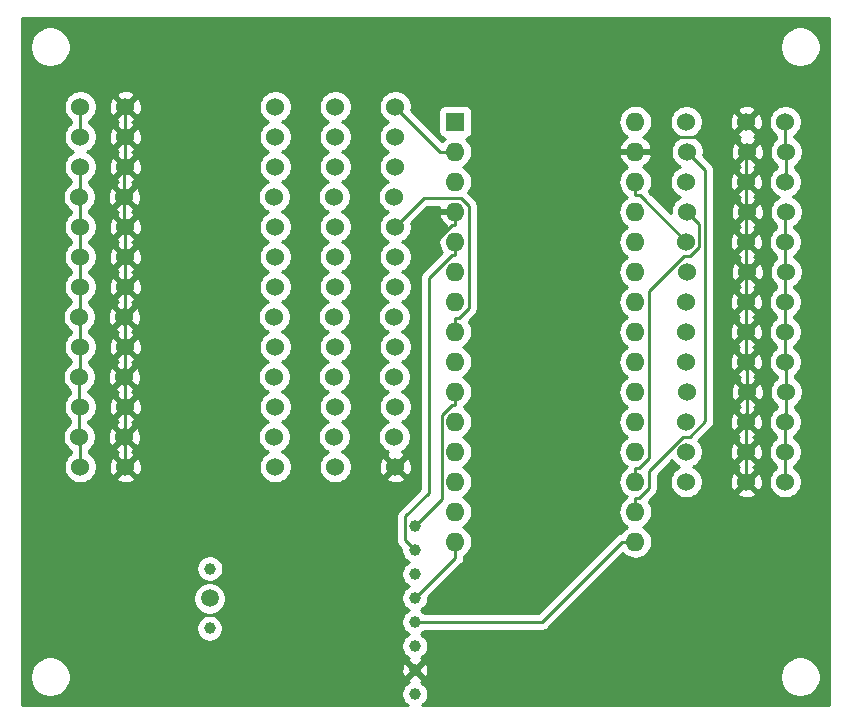
<source format=gbl>
G04 #@! TF.GenerationSoftware,KiCad,Pcbnew,(5.1.0)-1*
G04 #@! TF.CreationDate,2019-07-11T20:21:54+02:00*
G04 #@! TF.ProjectId,Arduino_HM_1,41726475-696e-46f5-9f48-4d5f312e6b69,rev?*
G04 #@! TF.SameCoordinates,Original*
G04 #@! TF.FileFunction,Copper,L2,Bot*
G04 #@! TF.FilePolarity,Positive*
%FSLAX46Y46*%
G04 Gerber Fmt 4.6, Leading zero omitted, Abs format (unit mm)*
G04 Created by KiCad (PCBNEW (5.1.0)-1) date 2019-07-11 20:21:54*
%MOMM*%
%LPD*%
G04 APERTURE LIST*
%ADD10C,1.524000*%
%ADD11C,1.000000*%
%ADD12C,1.500000*%
%ADD13O,1.600000X1.600000*%
%ADD14R,1.600000X1.600000*%
%ADD15C,0.250000*%
%ADD16C,0.254000*%
G04 APERTURE END LIST*
D10*
X17780000Y-53340000D03*
X17703800Y-50800000D03*
X17780000Y-48260000D03*
X17780000Y-43180000D03*
X17703800Y-45720000D03*
X17780000Y-33020000D03*
X17780000Y-35560000D03*
X17703800Y-40640000D03*
X17780000Y-38100000D03*
X17703800Y-30480000D03*
X17780000Y-27940000D03*
X17780000Y-25400000D03*
X17780000Y-22860000D03*
X77470000Y-24130000D03*
X77546200Y-26670000D03*
X77470000Y-29210000D03*
X77470000Y-34290000D03*
X77546200Y-31750000D03*
X77470000Y-44450000D03*
X77470000Y-41910000D03*
X77546200Y-36830000D03*
X77470000Y-39370000D03*
X77546200Y-46990000D03*
X77470000Y-49530000D03*
X77470000Y-52070000D03*
X77470000Y-54610000D03*
D11*
X28750000Y-61960000D03*
D12*
X28738400Y-64482600D03*
D11*
X28730000Y-67020000D03*
X46112000Y-58358000D03*
X46112000Y-60390000D03*
X46112000Y-62422000D03*
X46112000Y-64454000D03*
X46112000Y-66486000D03*
X46112000Y-68518000D03*
X46112000Y-70550000D03*
X46112000Y-72582000D03*
D10*
X74168000Y-24130000D03*
X74244200Y-26670000D03*
X74168000Y-29210000D03*
X74168000Y-34290000D03*
X74244200Y-31750000D03*
X74168000Y-44450000D03*
X74168000Y-41910000D03*
X74244200Y-36830000D03*
X74168000Y-39370000D03*
X74244200Y-46990000D03*
X74168000Y-49530000D03*
X74168000Y-52070000D03*
X74168000Y-54610000D03*
X39370000Y-53340000D03*
X39293800Y-50800000D03*
X39370000Y-48260000D03*
X39370000Y-43180000D03*
X39293800Y-45720000D03*
X39370000Y-33020000D03*
X39370000Y-35560000D03*
X39293800Y-40640000D03*
X39370000Y-38100000D03*
X39293800Y-30480000D03*
X39370000Y-27940000D03*
X39370000Y-25400000D03*
X39370000Y-22860000D03*
X34290000Y-53340000D03*
X34213800Y-50800000D03*
X34290000Y-48260000D03*
X34290000Y-43180000D03*
X34213800Y-45720000D03*
X34290000Y-33020000D03*
X34290000Y-35560000D03*
X34213800Y-40640000D03*
X34290000Y-38100000D03*
X34213800Y-30480000D03*
X34290000Y-27940000D03*
X34290000Y-25400000D03*
X34290000Y-22860000D03*
X21590000Y-53340000D03*
X21513800Y-50800000D03*
X21590000Y-48260000D03*
X21590000Y-43180000D03*
X21513800Y-45720000D03*
X21590000Y-33020000D03*
X21590000Y-35560000D03*
X21513800Y-40640000D03*
X21590000Y-38100000D03*
X21513800Y-30480000D03*
X21590000Y-27940000D03*
X21590000Y-25400000D03*
X21590000Y-22860000D03*
X69088000Y-24130000D03*
X69164200Y-26670000D03*
X69088000Y-29210000D03*
X69088000Y-34290000D03*
X69164200Y-31750000D03*
X69088000Y-44450000D03*
X69088000Y-41910000D03*
X69164200Y-36830000D03*
X69088000Y-39370000D03*
X69164200Y-46990000D03*
X69088000Y-49530000D03*
X69088000Y-52070000D03*
X69088000Y-54610000D03*
X44450000Y-53340000D03*
X44373800Y-50800000D03*
X44450000Y-48260000D03*
X44450000Y-43180000D03*
X44373800Y-45720000D03*
X44450000Y-33020000D03*
X44450000Y-35560000D03*
X44373800Y-40640000D03*
X44450000Y-38100000D03*
X44373800Y-30480000D03*
X44450000Y-27940000D03*
X44450000Y-25400000D03*
X44450000Y-22860000D03*
D13*
X64770000Y-59690000D03*
X49530000Y-59690000D03*
X64770000Y-24130000D03*
X49530000Y-57150000D03*
X64770000Y-26670000D03*
X49530000Y-54610000D03*
X64770000Y-29210000D03*
X49530000Y-52070000D03*
X64770000Y-31750000D03*
X49530000Y-49530000D03*
X64770000Y-34290000D03*
X49530000Y-46990000D03*
X64770000Y-36830000D03*
X49530000Y-44450000D03*
X64770000Y-39370000D03*
X49530000Y-41910000D03*
X64770000Y-41910000D03*
X49530000Y-39370000D03*
X64770000Y-44450000D03*
X49530000Y-36830000D03*
X64770000Y-46990000D03*
X49530000Y-34290000D03*
X64770000Y-49530000D03*
X49530000Y-31750000D03*
X64770000Y-52070000D03*
X49530000Y-29210000D03*
X64770000Y-54610000D03*
X49530000Y-26670000D03*
X64770000Y-57150000D03*
D14*
X49530000Y-24130000D03*
D15*
X56848700Y-66486000D02*
X46112000Y-66486000D01*
X63644700Y-59690000D02*
X56848700Y-66486000D01*
X64770000Y-59690000D02*
X63644700Y-59690000D01*
X49530000Y-61036000D02*
X46112000Y-64454000D01*
X49530000Y-59690000D02*
X49530000Y-61036000D01*
X21590000Y-22860000D02*
X21590000Y-25400000D01*
X21590000Y-38100000D02*
X21590000Y-35560000D01*
X21590000Y-40563800D02*
X21590000Y-38100000D01*
X21513800Y-40640000D02*
X21590000Y-40563800D01*
X21590000Y-40716200D02*
X21590000Y-43180000D01*
X21513800Y-40640000D02*
X21590000Y-40716200D01*
X74168000Y-54610000D02*
X74168000Y-52070000D01*
X74168000Y-39370000D02*
X74168000Y-41910000D01*
X74168000Y-36906200D02*
X74168000Y-39370000D01*
X74244200Y-36830000D02*
X74168000Y-36906200D01*
X74168000Y-36753800D02*
X74168000Y-34290000D01*
X74244200Y-36830000D02*
X74168000Y-36753800D01*
X21590000Y-50876200D02*
X21590000Y-53340000D01*
X21513800Y-50800000D02*
X21590000Y-50876200D01*
X21590000Y-50723800D02*
X21590000Y-48260000D01*
X21513800Y-50800000D02*
X21590000Y-50723800D01*
X21590000Y-45643800D02*
X21590000Y-43180000D01*
X21513800Y-45720000D02*
X21590000Y-45643800D01*
X21590000Y-45796200D02*
X21590000Y-48260000D01*
X21513800Y-45720000D02*
X21590000Y-45796200D01*
X21590000Y-35560000D02*
X21590000Y-33020000D01*
X21513800Y-32943800D02*
X21513800Y-30480000D01*
X21590000Y-33020000D02*
X21513800Y-32943800D01*
X21590000Y-25400000D02*
X21590000Y-27940000D01*
X21513800Y-28016200D02*
X21513800Y-30480000D01*
X21590000Y-27940000D02*
X21513800Y-28016200D01*
X45902600Y-51887400D02*
X44450000Y-53340000D01*
X45902600Y-36221400D02*
X45902600Y-51887400D01*
X49248700Y-32875300D02*
X45902600Y-36221400D01*
X49530000Y-32875300D02*
X49248700Y-32875300D01*
X49530000Y-31750000D02*
X49530000Y-32875300D01*
X74168000Y-41910000D02*
X74168000Y-44450000D01*
X74244200Y-44526200D02*
X74244200Y-46990000D01*
X74168000Y-44450000D02*
X74244200Y-44526200D01*
X74168000Y-52070000D02*
X74168000Y-49530000D01*
X74244200Y-49453800D02*
X74244200Y-46990000D01*
X74168000Y-49530000D02*
X74244200Y-49453800D01*
X74168000Y-31826200D02*
X74168000Y-34290000D01*
X74244200Y-31750000D02*
X74168000Y-31826200D01*
X74168000Y-31673800D02*
X74168000Y-29210000D01*
X74244200Y-31750000D02*
X74168000Y-31673800D01*
X64770000Y-26670000D02*
X65895300Y-26670000D01*
X74206100Y-26708100D02*
X72898000Y-25400000D01*
X67165300Y-25400000D02*
X72898000Y-25400000D01*
X65895300Y-26670000D02*
X67165300Y-25400000D01*
X72898000Y-25400000D02*
X74168000Y-24130000D01*
X74244200Y-26670000D02*
X74206100Y-26708100D01*
X74168000Y-26746200D02*
X74168000Y-29210000D01*
X74206100Y-26708100D02*
X74168000Y-26746200D01*
X48404700Y-56065300D02*
X46112000Y-58358000D01*
X48404700Y-48959200D02*
X48404700Y-56065300D01*
X49248600Y-48115300D02*
X48404700Y-48959200D01*
X49530000Y-48115300D02*
X49248600Y-48115300D01*
X49530000Y-46990000D02*
X49530000Y-48115300D01*
X45282500Y-59560500D02*
X46112000Y-60390000D01*
X45282500Y-57551800D02*
X45282500Y-59560500D01*
X47313000Y-55521300D02*
X45282500Y-57551800D01*
X47313000Y-37351000D02*
X47313000Y-55521300D01*
X49248700Y-35415300D02*
X47313000Y-37351000D01*
X49530000Y-35415300D02*
X49248700Y-35415300D01*
X49530000Y-34290000D02*
X49530000Y-35415300D01*
X70675700Y-28181500D02*
X69164200Y-26670000D01*
X70675700Y-49502300D02*
X70675700Y-28181500D01*
X69378000Y-50800000D02*
X70675700Y-49502300D01*
X68811900Y-50800000D02*
X69378000Y-50800000D01*
X65895300Y-53716600D02*
X68811900Y-50800000D01*
X65895300Y-55180800D02*
X65895300Y-53716600D01*
X65051400Y-56024700D02*
X65895300Y-55180800D01*
X64770000Y-56024700D02*
X65051400Y-56024700D01*
X64770000Y-57150000D02*
X64770000Y-56024700D01*
X65133300Y-30335300D02*
X69088000Y-34290000D01*
X64770000Y-30335300D02*
X65133300Y-30335300D01*
X64770000Y-29210000D02*
X64770000Y-30335300D01*
X77470000Y-54610000D02*
X77470000Y-52070000D01*
X77470000Y-39370000D02*
X77470000Y-41910000D01*
X77470000Y-36906200D02*
X77470000Y-39370000D01*
X77546200Y-36830000D02*
X77470000Y-36906200D01*
X77470000Y-36753800D02*
X77470000Y-34290000D01*
X77546200Y-36830000D02*
X77470000Y-36753800D01*
X77470000Y-31826200D02*
X77470000Y-34290000D01*
X77546200Y-31750000D02*
X77470000Y-31826200D01*
X77470000Y-26593800D02*
X77470000Y-24130000D01*
X77546200Y-26670000D02*
X77470000Y-26593800D01*
X17780000Y-22860000D02*
X17780000Y-25400000D01*
X17703800Y-30480000D02*
X17780000Y-30480000D01*
X17780000Y-27940000D02*
X17780000Y-30480000D01*
X17780000Y-30480000D02*
X17780000Y-33020000D01*
X17780000Y-38100000D02*
X17780000Y-35560000D01*
X17780000Y-35560000D02*
X17780000Y-33020000D01*
X17780000Y-40563800D02*
X17780000Y-38100000D01*
X17703800Y-40640000D02*
X17780000Y-40563800D01*
X17780000Y-40716200D02*
X17780000Y-43180000D01*
X17703800Y-40640000D02*
X17780000Y-40716200D01*
X17780000Y-45643800D02*
X17780000Y-43180000D01*
X17703800Y-45720000D02*
X17780000Y-45643800D01*
X17780000Y-48260000D02*
X17703800Y-48260000D01*
X17703800Y-45720000D02*
X17703800Y-48260000D01*
X17703800Y-48260000D02*
X17703800Y-50800000D01*
X17780000Y-50876200D02*
X17780000Y-53340000D01*
X17703800Y-50800000D02*
X17780000Y-50876200D01*
X77470000Y-41910000D02*
X77470000Y-44450000D01*
X77546200Y-44526200D02*
X77546200Y-46990000D01*
X77470000Y-44450000D02*
X77546200Y-44526200D01*
X77470000Y-52070000D02*
X77470000Y-49530000D01*
X77546200Y-49453800D02*
X77546200Y-46990000D01*
X77470000Y-49530000D02*
X77546200Y-49453800D01*
X77546200Y-29133800D02*
X77546200Y-26670000D01*
X77470000Y-29210000D02*
X77546200Y-29133800D01*
X46850000Y-30620000D02*
X44450000Y-33020000D01*
X50035400Y-30620000D02*
X46850000Y-30620000D01*
X50661400Y-31246000D02*
X50035400Y-30620000D01*
X50661400Y-39934600D02*
X50661400Y-31246000D01*
X49811300Y-40784700D02*
X50661400Y-39934600D01*
X49530000Y-40784700D02*
X49811300Y-40784700D01*
X49530000Y-41910000D02*
X49530000Y-40784700D01*
X70195400Y-32781200D02*
X69164200Y-31750000D01*
X70195400Y-34730900D02*
X70195400Y-32781200D01*
X69387000Y-35539300D02*
X70195400Y-34730900D01*
X68857800Y-35539300D02*
X69387000Y-35539300D01*
X65895300Y-38501800D02*
X68857800Y-35539300D01*
X65895300Y-52640800D02*
X65895300Y-38501800D01*
X65051400Y-53484700D02*
X65895300Y-52640800D01*
X64770000Y-53484700D02*
X65051400Y-53484700D01*
X64770000Y-54610000D02*
X64770000Y-53484700D01*
X48260000Y-26670000D02*
X44450000Y-22860000D01*
X49530000Y-26670000D02*
X48260000Y-26670000D01*
D16*
G36*
X81153000Y-73533000D02*
G01*
X46731674Y-73533000D01*
X46835520Y-73463612D01*
X46993612Y-73305520D01*
X47117824Y-73119624D01*
X47203383Y-72913067D01*
X47247000Y-72693788D01*
X47247000Y-72470212D01*
X47203383Y-72250933D01*
X47117824Y-72044376D01*
X46993612Y-71858480D01*
X46835520Y-71700388D01*
X46649624Y-71576176D01*
X46627716Y-71567101D01*
X46675450Y-71541588D01*
X46710561Y-71328166D01*
X46112000Y-70729605D01*
X45513439Y-71328166D01*
X45548550Y-71541588D01*
X45601266Y-71565038D01*
X45574376Y-71576176D01*
X45388480Y-71700388D01*
X45230388Y-71858480D01*
X45106176Y-72044376D01*
X45020617Y-72250933D01*
X44977000Y-72470212D01*
X44977000Y-72693788D01*
X45020617Y-72913067D01*
X45106176Y-73119624D01*
X45230388Y-73305520D01*
X45388480Y-73463612D01*
X45492326Y-73533000D01*
X12827000Y-73533000D01*
X12827000Y-70949117D01*
X13505000Y-70949117D01*
X13505000Y-71290883D01*
X13571675Y-71626081D01*
X13702463Y-71941831D01*
X13892337Y-72225998D01*
X14134002Y-72467663D01*
X14418169Y-72657537D01*
X14733919Y-72788325D01*
X15069117Y-72855000D01*
X15410883Y-72855000D01*
X15746081Y-72788325D01*
X16061831Y-72657537D01*
X16345998Y-72467663D01*
X16587663Y-72225998D01*
X16777537Y-71941831D01*
X16908325Y-71626081D01*
X16975000Y-71290883D01*
X16975000Y-70949117D01*
X16912003Y-70632406D01*
X44974489Y-70632406D01*
X45012423Y-70852740D01*
X45092613Y-71061440D01*
X45120412Y-71113450D01*
X45333834Y-71148561D01*
X45932395Y-70550000D01*
X46291605Y-70550000D01*
X46890166Y-71148561D01*
X47103588Y-71113450D01*
X47176689Y-70949117D01*
X77005000Y-70949117D01*
X77005000Y-71290883D01*
X77071675Y-71626081D01*
X77202463Y-71941831D01*
X77392337Y-72225998D01*
X77634002Y-72467663D01*
X77918169Y-72657537D01*
X78233919Y-72788325D01*
X78569117Y-72855000D01*
X78910883Y-72855000D01*
X79246081Y-72788325D01*
X79561831Y-72657537D01*
X79845998Y-72467663D01*
X80087663Y-72225998D01*
X80277537Y-71941831D01*
X80408325Y-71626081D01*
X80475000Y-71290883D01*
X80475000Y-70949117D01*
X80408325Y-70613919D01*
X80277537Y-70298169D01*
X80087663Y-70014002D01*
X79845998Y-69772337D01*
X79561831Y-69582463D01*
X79246081Y-69451675D01*
X78910883Y-69385000D01*
X78569117Y-69385000D01*
X78233919Y-69451675D01*
X77918169Y-69582463D01*
X77634002Y-69772337D01*
X77392337Y-70014002D01*
X77202463Y-70298169D01*
X77071675Y-70613919D01*
X77005000Y-70949117D01*
X47176689Y-70949117D01*
X47194458Y-70909174D01*
X47243731Y-70691095D01*
X47249511Y-70467594D01*
X47211577Y-70247260D01*
X47131387Y-70038560D01*
X47103588Y-69986550D01*
X46890166Y-69951439D01*
X46291605Y-70550000D01*
X45932395Y-70550000D01*
X45333834Y-69951439D01*
X45120412Y-69986550D01*
X45029542Y-70190826D01*
X44980269Y-70408905D01*
X44974489Y-70632406D01*
X16912003Y-70632406D01*
X16908325Y-70613919D01*
X16777537Y-70298169D01*
X16587663Y-70014002D01*
X16345998Y-69772337D01*
X16061831Y-69582463D01*
X15746081Y-69451675D01*
X15410883Y-69385000D01*
X15069117Y-69385000D01*
X14733919Y-69451675D01*
X14418169Y-69582463D01*
X14134002Y-69772337D01*
X13892337Y-70014002D01*
X13702463Y-70298169D01*
X13571675Y-70613919D01*
X13505000Y-70949117D01*
X12827000Y-70949117D01*
X12827000Y-66908212D01*
X27595000Y-66908212D01*
X27595000Y-67131788D01*
X27638617Y-67351067D01*
X27724176Y-67557624D01*
X27848388Y-67743520D01*
X28006480Y-67901612D01*
X28192376Y-68025824D01*
X28398933Y-68111383D01*
X28618212Y-68155000D01*
X28841788Y-68155000D01*
X29061067Y-68111383D01*
X29267624Y-68025824D01*
X29453520Y-67901612D01*
X29611612Y-67743520D01*
X29735824Y-67557624D01*
X29821383Y-67351067D01*
X29865000Y-67131788D01*
X29865000Y-66908212D01*
X29821383Y-66688933D01*
X29735824Y-66482376D01*
X29611612Y-66296480D01*
X29453520Y-66138388D01*
X29267624Y-66014176D01*
X29061067Y-65928617D01*
X28841788Y-65885000D01*
X28618212Y-65885000D01*
X28398933Y-65928617D01*
X28192376Y-66014176D01*
X28006480Y-66138388D01*
X27848388Y-66296480D01*
X27724176Y-66482376D01*
X27638617Y-66688933D01*
X27595000Y-66908212D01*
X12827000Y-66908212D01*
X12827000Y-64346189D01*
X27353400Y-64346189D01*
X27353400Y-64619011D01*
X27406625Y-64886589D01*
X27511029Y-65138643D01*
X27662601Y-65365486D01*
X27855514Y-65558399D01*
X28082357Y-65709971D01*
X28334411Y-65814375D01*
X28601989Y-65867600D01*
X28874811Y-65867600D01*
X29142389Y-65814375D01*
X29394443Y-65709971D01*
X29621286Y-65558399D01*
X29814199Y-65365486D01*
X29965771Y-65138643D01*
X30070175Y-64886589D01*
X30123400Y-64619011D01*
X30123400Y-64346189D01*
X30070175Y-64078611D01*
X29965771Y-63826557D01*
X29814199Y-63599714D01*
X29621286Y-63406801D01*
X29394443Y-63255229D01*
X29142389Y-63150825D01*
X28874811Y-63097600D01*
X28601989Y-63097600D01*
X28334411Y-63150825D01*
X28082357Y-63255229D01*
X27855514Y-63406801D01*
X27662601Y-63599714D01*
X27511029Y-63826557D01*
X27406625Y-64078611D01*
X27353400Y-64346189D01*
X12827000Y-64346189D01*
X12827000Y-61848212D01*
X27615000Y-61848212D01*
X27615000Y-62071788D01*
X27658617Y-62291067D01*
X27744176Y-62497624D01*
X27868388Y-62683520D01*
X28026480Y-62841612D01*
X28212376Y-62965824D01*
X28418933Y-63051383D01*
X28638212Y-63095000D01*
X28861788Y-63095000D01*
X29081067Y-63051383D01*
X29287624Y-62965824D01*
X29473520Y-62841612D01*
X29631612Y-62683520D01*
X29755824Y-62497624D01*
X29841383Y-62291067D01*
X29885000Y-62071788D01*
X29885000Y-61848212D01*
X29841383Y-61628933D01*
X29755824Y-61422376D01*
X29631612Y-61236480D01*
X29473520Y-61078388D01*
X29287624Y-60954176D01*
X29081067Y-60868617D01*
X28861788Y-60825000D01*
X28638212Y-60825000D01*
X28418933Y-60868617D01*
X28212376Y-60954176D01*
X28026480Y-61078388D01*
X27868388Y-61236480D01*
X27744176Y-61422376D01*
X27658617Y-61628933D01*
X27615000Y-61848212D01*
X12827000Y-61848212D01*
X12827000Y-30342408D01*
X16306800Y-30342408D01*
X16306800Y-30617592D01*
X16360486Y-30887490D01*
X16465795Y-31141727D01*
X16618680Y-31370535D01*
X16813265Y-31565120D01*
X17020000Y-31703257D01*
X17020001Y-31847659D01*
X16889465Y-31934880D01*
X16694880Y-32129465D01*
X16541995Y-32358273D01*
X16436686Y-32612510D01*
X16383000Y-32882408D01*
X16383000Y-33157592D01*
X16436686Y-33427490D01*
X16541995Y-33681727D01*
X16694880Y-33910535D01*
X16889465Y-34105120D01*
X17020001Y-34192341D01*
X17020000Y-34387659D01*
X16889465Y-34474880D01*
X16694880Y-34669465D01*
X16541995Y-34898273D01*
X16436686Y-35152510D01*
X16383000Y-35422408D01*
X16383000Y-35697592D01*
X16436686Y-35967490D01*
X16541995Y-36221727D01*
X16694880Y-36450535D01*
X16889465Y-36645120D01*
X17020001Y-36732341D01*
X17020000Y-36927659D01*
X16889465Y-37014880D01*
X16694880Y-37209465D01*
X16541995Y-37438273D01*
X16436686Y-37692510D01*
X16383000Y-37962408D01*
X16383000Y-38237592D01*
X16436686Y-38507490D01*
X16541995Y-38761727D01*
X16694880Y-38990535D01*
X16889465Y-39185120D01*
X17020001Y-39272341D01*
X17020000Y-39416743D01*
X16813265Y-39554880D01*
X16618680Y-39749465D01*
X16465795Y-39978273D01*
X16360486Y-40232510D01*
X16306800Y-40502408D01*
X16306800Y-40777592D01*
X16360486Y-41047490D01*
X16465795Y-41301727D01*
X16618680Y-41530535D01*
X16813265Y-41725120D01*
X17020000Y-41863257D01*
X17020001Y-42007659D01*
X16889465Y-42094880D01*
X16694880Y-42289465D01*
X16541995Y-42518273D01*
X16436686Y-42772510D01*
X16383000Y-43042408D01*
X16383000Y-43317592D01*
X16436686Y-43587490D01*
X16541995Y-43841727D01*
X16694880Y-44070535D01*
X16889465Y-44265120D01*
X17020001Y-44352341D01*
X17020000Y-44496743D01*
X16813265Y-44634880D01*
X16618680Y-44829465D01*
X16465795Y-45058273D01*
X16360486Y-45312510D01*
X16306800Y-45582408D01*
X16306800Y-45857592D01*
X16360486Y-46127490D01*
X16465795Y-46381727D01*
X16618680Y-46610535D01*
X16813265Y-46805120D01*
X16943800Y-46892341D01*
X16943801Y-47138574D01*
X16889465Y-47174880D01*
X16694880Y-47369465D01*
X16541995Y-47598273D01*
X16436686Y-47852510D01*
X16383000Y-48122408D01*
X16383000Y-48397592D01*
X16436686Y-48667490D01*
X16541995Y-48921727D01*
X16694880Y-49150535D01*
X16889465Y-49345120D01*
X16943800Y-49381426D01*
X16943801Y-49627659D01*
X16813265Y-49714880D01*
X16618680Y-49909465D01*
X16465795Y-50138273D01*
X16360486Y-50392510D01*
X16306800Y-50662408D01*
X16306800Y-50937592D01*
X16360486Y-51207490D01*
X16465795Y-51461727D01*
X16618680Y-51690535D01*
X16813265Y-51885120D01*
X17020000Y-52023257D01*
X17020001Y-52167659D01*
X16889465Y-52254880D01*
X16694880Y-52449465D01*
X16541995Y-52678273D01*
X16436686Y-52932510D01*
X16383000Y-53202408D01*
X16383000Y-53477592D01*
X16436686Y-53747490D01*
X16541995Y-54001727D01*
X16694880Y-54230535D01*
X16889465Y-54425120D01*
X17118273Y-54578005D01*
X17372510Y-54683314D01*
X17642408Y-54737000D01*
X17917592Y-54737000D01*
X18187490Y-54683314D01*
X18441727Y-54578005D01*
X18670535Y-54425120D01*
X18790090Y-54305565D01*
X20804040Y-54305565D01*
X20871020Y-54545656D01*
X21120048Y-54662756D01*
X21387135Y-54729023D01*
X21662017Y-54741910D01*
X21934133Y-54700922D01*
X22193023Y-54607636D01*
X22308980Y-54545656D01*
X22375960Y-54305565D01*
X21590000Y-53519605D01*
X20804040Y-54305565D01*
X18790090Y-54305565D01*
X18865120Y-54230535D01*
X19018005Y-54001727D01*
X19123314Y-53747490D01*
X19177000Y-53477592D01*
X19177000Y-53412017D01*
X20188090Y-53412017D01*
X20229078Y-53684133D01*
X20322364Y-53943023D01*
X20384344Y-54058980D01*
X20624435Y-54125960D01*
X21410395Y-53340000D01*
X21769605Y-53340000D01*
X22555565Y-54125960D01*
X22795656Y-54058980D01*
X22912756Y-53809952D01*
X22979023Y-53542865D01*
X22991910Y-53267983D01*
X22950922Y-52995867D01*
X22857636Y-52736977D01*
X22795656Y-52621020D01*
X22555565Y-52554040D01*
X21769605Y-53340000D01*
X21410395Y-53340000D01*
X20624435Y-52554040D01*
X20384344Y-52621020D01*
X20267244Y-52870048D01*
X20200977Y-53137135D01*
X20188090Y-53412017D01*
X19177000Y-53412017D01*
X19177000Y-53202408D01*
X19123314Y-52932510D01*
X19018005Y-52678273D01*
X18865120Y-52449465D01*
X18670535Y-52254880D01*
X18540000Y-52167659D01*
X18540000Y-51921426D01*
X18594335Y-51885120D01*
X18713890Y-51765565D01*
X20727840Y-51765565D01*
X20794820Y-52005656D01*
X20963439Y-52084945D01*
X20871020Y-52134344D01*
X20804040Y-52374435D01*
X21590000Y-53160395D01*
X22375960Y-52374435D01*
X22308980Y-52134344D01*
X22140361Y-52055055D01*
X22232780Y-52005656D01*
X22299760Y-51765565D01*
X21513800Y-50979605D01*
X20727840Y-51765565D01*
X18713890Y-51765565D01*
X18788920Y-51690535D01*
X18941805Y-51461727D01*
X19047114Y-51207490D01*
X19100800Y-50937592D01*
X19100800Y-50872017D01*
X20111890Y-50872017D01*
X20152878Y-51144133D01*
X20246164Y-51403023D01*
X20308144Y-51518980D01*
X20548235Y-51585960D01*
X21334195Y-50800000D01*
X21693405Y-50800000D01*
X22479365Y-51585960D01*
X22719456Y-51518980D01*
X22836556Y-51269952D01*
X22902823Y-51002865D01*
X22915710Y-50727983D01*
X22874722Y-50455867D01*
X22781436Y-50196977D01*
X22719456Y-50081020D01*
X22479365Y-50014040D01*
X21693405Y-50800000D01*
X21334195Y-50800000D01*
X20548235Y-50014040D01*
X20308144Y-50081020D01*
X20191044Y-50330048D01*
X20124777Y-50597135D01*
X20111890Y-50872017D01*
X19100800Y-50872017D01*
X19100800Y-50662408D01*
X19047114Y-50392510D01*
X18941805Y-50138273D01*
X18788920Y-49909465D01*
X18713890Y-49834435D01*
X20727840Y-49834435D01*
X21513800Y-50620395D01*
X22299760Y-49834435D01*
X22232780Y-49594344D01*
X22135215Y-49548466D01*
X22193023Y-49527636D01*
X22308980Y-49465656D01*
X22375960Y-49225565D01*
X21590000Y-48439605D01*
X20804040Y-49225565D01*
X20871020Y-49465656D01*
X20968585Y-49511534D01*
X20910777Y-49532364D01*
X20794820Y-49594344D01*
X20727840Y-49834435D01*
X18713890Y-49834435D01*
X18594335Y-49714880D01*
X18463800Y-49627659D01*
X18463800Y-49483256D01*
X18670535Y-49345120D01*
X18865120Y-49150535D01*
X19018005Y-48921727D01*
X19123314Y-48667490D01*
X19177000Y-48397592D01*
X19177000Y-48332017D01*
X20188090Y-48332017D01*
X20229078Y-48604133D01*
X20322364Y-48863023D01*
X20384344Y-48978980D01*
X20624435Y-49045960D01*
X21410395Y-48260000D01*
X21769605Y-48260000D01*
X22555565Y-49045960D01*
X22795656Y-48978980D01*
X22912756Y-48729952D01*
X22979023Y-48462865D01*
X22991910Y-48187983D01*
X22950922Y-47915867D01*
X22857636Y-47656977D01*
X22795656Y-47541020D01*
X22555565Y-47474040D01*
X21769605Y-48260000D01*
X21410395Y-48260000D01*
X20624435Y-47474040D01*
X20384344Y-47541020D01*
X20267244Y-47790048D01*
X20200977Y-48057135D01*
X20188090Y-48332017D01*
X19177000Y-48332017D01*
X19177000Y-48122408D01*
X19123314Y-47852510D01*
X19018005Y-47598273D01*
X18865120Y-47369465D01*
X18670535Y-47174880D01*
X18463800Y-47036744D01*
X18463800Y-46892341D01*
X18594335Y-46805120D01*
X18713890Y-46685565D01*
X20727840Y-46685565D01*
X20794820Y-46925656D01*
X20963439Y-47004945D01*
X20871020Y-47054344D01*
X20804040Y-47294435D01*
X21590000Y-48080395D01*
X22375960Y-47294435D01*
X22308980Y-47054344D01*
X22140361Y-46975055D01*
X22232780Y-46925656D01*
X22299760Y-46685565D01*
X21513800Y-45899605D01*
X20727840Y-46685565D01*
X18713890Y-46685565D01*
X18788920Y-46610535D01*
X18941805Y-46381727D01*
X19047114Y-46127490D01*
X19100800Y-45857592D01*
X19100800Y-45792017D01*
X20111890Y-45792017D01*
X20152878Y-46064133D01*
X20246164Y-46323023D01*
X20308144Y-46438980D01*
X20548235Y-46505960D01*
X21334195Y-45720000D01*
X21693405Y-45720000D01*
X22479365Y-46505960D01*
X22719456Y-46438980D01*
X22836556Y-46189952D01*
X22902823Y-45922865D01*
X22915710Y-45647983D01*
X22874722Y-45375867D01*
X22781436Y-45116977D01*
X22719456Y-45001020D01*
X22479365Y-44934040D01*
X21693405Y-45720000D01*
X21334195Y-45720000D01*
X20548235Y-44934040D01*
X20308144Y-45001020D01*
X20191044Y-45250048D01*
X20124777Y-45517135D01*
X20111890Y-45792017D01*
X19100800Y-45792017D01*
X19100800Y-45582408D01*
X19047114Y-45312510D01*
X18941805Y-45058273D01*
X18788920Y-44829465D01*
X18713890Y-44754435D01*
X20727840Y-44754435D01*
X21513800Y-45540395D01*
X22299760Y-44754435D01*
X22232780Y-44514344D01*
X22135215Y-44468466D01*
X22193023Y-44447636D01*
X22308980Y-44385656D01*
X22375960Y-44145565D01*
X21590000Y-43359605D01*
X20804040Y-44145565D01*
X20871020Y-44385656D01*
X20968585Y-44431534D01*
X20910777Y-44452364D01*
X20794820Y-44514344D01*
X20727840Y-44754435D01*
X18713890Y-44754435D01*
X18594335Y-44634880D01*
X18540000Y-44598574D01*
X18540000Y-44352341D01*
X18670535Y-44265120D01*
X18865120Y-44070535D01*
X19018005Y-43841727D01*
X19123314Y-43587490D01*
X19177000Y-43317592D01*
X19177000Y-43252017D01*
X20188090Y-43252017D01*
X20229078Y-43524133D01*
X20322364Y-43783023D01*
X20384344Y-43898980D01*
X20624435Y-43965960D01*
X21410395Y-43180000D01*
X21769605Y-43180000D01*
X22555565Y-43965960D01*
X22795656Y-43898980D01*
X22912756Y-43649952D01*
X22979023Y-43382865D01*
X22991910Y-43107983D01*
X22950922Y-42835867D01*
X22857636Y-42576977D01*
X22795656Y-42461020D01*
X22555565Y-42394040D01*
X21769605Y-43180000D01*
X21410395Y-43180000D01*
X20624435Y-42394040D01*
X20384344Y-42461020D01*
X20267244Y-42710048D01*
X20200977Y-42977135D01*
X20188090Y-43252017D01*
X19177000Y-43252017D01*
X19177000Y-43042408D01*
X19123314Y-42772510D01*
X19018005Y-42518273D01*
X18865120Y-42289465D01*
X18670535Y-42094880D01*
X18540000Y-42007659D01*
X18540000Y-41761426D01*
X18594335Y-41725120D01*
X18713890Y-41605565D01*
X20727840Y-41605565D01*
X20794820Y-41845656D01*
X20963439Y-41924945D01*
X20871020Y-41974344D01*
X20804040Y-42214435D01*
X21590000Y-43000395D01*
X22375960Y-42214435D01*
X22308980Y-41974344D01*
X22140361Y-41895055D01*
X22232780Y-41845656D01*
X22299760Y-41605565D01*
X21513800Y-40819605D01*
X20727840Y-41605565D01*
X18713890Y-41605565D01*
X18788920Y-41530535D01*
X18941805Y-41301727D01*
X19047114Y-41047490D01*
X19100800Y-40777592D01*
X19100800Y-40712017D01*
X20111890Y-40712017D01*
X20152878Y-40984133D01*
X20246164Y-41243023D01*
X20308144Y-41358980D01*
X20548235Y-41425960D01*
X21334195Y-40640000D01*
X21693405Y-40640000D01*
X22479365Y-41425960D01*
X22719456Y-41358980D01*
X22836556Y-41109952D01*
X22902823Y-40842865D01*
X22915710Y-40567983D01*
X22874722Y-40295867D01*
X22781436Y-40036977D01*
X22719456Y-39921020D01*
X22479365Y-39854040D01*
X21693405Y-40640000D01*
X21334195Y-40640000D01*
X20548235Y-39854040D01*
X20308144Y-39921020D01*
X20191044Y-40170048D01*
X20124777Y-40437135D01*
X20111890Y-40712017D01*
X19100800Y-40712017D01*
X19100800Y-40502408D01*
X19047114Y-40232510D01*
X18941805Y-39978273D01*
X18788920Y-39749465D01*
X18713890Y-39674435D01*
X20727840Y-39674435D01*
X21513800Y-40460395D01*
X22299760Y-39674435D01*
X22232780Y-39434344D01*
X22135215Y-39388466D01*
X22193023Y-39367636D01*
X22308980Y-39305656D01*
X22375960Y-39065565D01*
X21590000Y-38279605D01*
X20804040Y-39065565D01*
X20871020Y-39305656D01*
X20968585Y-39351534D01*
X20910777Y-39372364D01*
X20794820Y-39434344D01*
X20727840Y-39674435D01*
X18713890Y-39674435D01*
X18594335Y-39554880D01*
X18540000Y-39518574D01*
X18540000Y-39272341D01*
X18670535Y-39185120D01*
X18865120Y-38990535D01*
X19018005Y-38761727D01*
X19123314Y-38507490D01*
X19177000Y-38237592D01*
X19177000Y-38172017D01*
X20188090Y-38172017D01*
X20229078Y-38444133D01*
X20322364Y-38703023D01*
X20384344Y-38818980D01*
X20624435Y-38885960D01*
X21410395Y-38100000D01*
X21769605Y-38100000D01*
X22555565Y-38885960D01*
X22795656Y-38818980D01*
X22912756Y-38569952D01*
X22979023Y-38302865D01*
X22991910Y-38027983D01*
X22950922Y-37755867D01*
X22857636Y-37496977D01*
X22795656Y-37381020D01*
X22555565Y-37314040D01*
X21769605Y-38100000D01*
X21410395Y-38100000D01*
X20624435Y-37314040D01*
X20384344Y-37381020D01*
X20267244Y-37630048D01*
X20200977Y-37897135D01*
X20188090Y-38172017D01*
X19177000Y-38172017D01*
X19177000Y-37962408D01*
X19123314Y-37692510D01*
X19018005Y-37438273D01*
X18865120Y-37209465D01*
X18670535Y-37014880D01*
X18540000Y-36927659D01*
X18540000Y-36732341D01*
X18670535Y-36645120D01*
X18790090Y-36525565D01*
X20804040Y-36525565D01*
X20871020Y-36765656D01*
X21001644Y-36827079D01*
X20986977Y-36832364D01*
X20871020Y-36894344D01*
X20804040Y-37134435D01*
X21590000Y-37920395D01*
X22375960Y-37134435D01*
X22308980Y-36894344D01*
X22178356Y-36832921D01*
X22193023Y-36827636D01*
X22308980Y-36765656D01*
X22375960Y-36525565D01*
X21590000Y-35739605D01*
X20804040Y-36525565D01*
X18790090Y-36525565D01*
X18865120Y-36450535D01*
X19018005Y-36221727D01*
X19123314Y-35967490D01*
X19177000Y-35697592D01*
X19177000Y-35632017D01*
X20188090Y-35632017D01*
X20229078Y-35904133D01*
X20322364Y-36163023D01*
X20384344Y-36278980D01*
X20624435Y-36345960D01*
X21410395Y-35560000D01*
X21769605Y-35560000D01*
X22555565Y-36345960D01*
X22795656Y-36278980D01*
X22912756Y-36029952D01*
X22979023Y-35762865D01*
X22991910Y-35487983D01*
X22950922Y-35215867D01*
X22857636Y-34956977D01*
X22795656Y-34841020D01*
X22555565Y-34774040D01*
X21769605Y-35560000D01*
X21410395Y-35560000D01*
X20624435Y-34774040D01*
X20384344Y-34841020D01*
X20267244Y-35090048D01*
X20200977Y-35357135D01*
X20188090Y-35632017D01*
X19177000Y-35632017D01*
X19177000Y-35422408D01*
X19123314Y-35152510D01*
X19018005Y-34898273D01*
X18865120Y-34669465D01*
X18670535Y-34474880D01*
X18540000Y-34387659D01*
X18540000Y-34192341D01*
X18670535Y-34105120D01*
X18790090Y-33985565D01*
X20804040Y-33985565D01*
X20871020Y-34225656D01*
X21001644Y-34287079D01*
X20986977Y-34292364D01*
X20871020Y-34354344D01*
X20804040Y-34594435D01*
X21590000Y-35380395D01*
X22375960Y-34594435D01*
X22308980Y-34354344D01*
X22178356Y-34292921D01*
X22193023Y-34287636D01*
X22308980Y-34225656D01*
X22375960Y-33985565D01*
X21590000Y-33199605D01*
X20804040Y-33985565D01*
X18790090Y-33985565D01*
X18865120Y-33910535D01*
X19018005Y-33681727D01*
X19123314Y-33427490D01*
X19177000Y-33157592D01*
X19177000Y-33092017D01*
X20188090Y-33092017D01*
X20229078Y-33364133D01*
X20322364Y-33623023D01*
X20384344Y-33738980D01*
X20624435Y-33805960D01*
X21410395Y-33020000D01*
X21769605Y-33020000D01*
X22555565Y-33805960D01*
X22795656Y-33738980D01*
X22912756Y-33489952D01*
X22979023Y-33222865D01*
X22991910Y-32947983D01*
X22950922Y-32675867D01*
X22857636Y-32416977D01*
X22795656Y-32301020D01*
X22555565Y-32234040D01*
X21769605Y-33020000D01*
X21410395Y-33020000D01*
X20624435Y-32234040D01*
X20384344Y-32301020D01*
X20267244Y-32550048D01*
X20200977Y-32817135D01*
X20188090Y-33092017D01*
X19177000Y-33092017D01*
X19177000Y-32882408D01*
X19123314Y-32612510D01*
X19018005Y-32358273D01*
X18865120Y-32129465D01*
X18670535Y-31934880D01*
X18540000Y-31847659D01*
X18540000Y-31601426D01*
X18594335Y-31565120D01*
X18713890Y-31445565D01*
X20727840Y-31445565D01*
X20794820Y-31685656D01*
X20963439Y-31764945D01*
X20871020Y-31814344D01*
X20804040Y-32054435D01*
X21590000Y-32840395D01*
X22375960Y-32054435D01*
X22308980Y-31814344D01*
X22140361Y-31735055D01*
X22232780Y-31685656D01*
X22299760Y-31445565D01*
X21513800Y-30659605D01*
X20727840Y-31445565D01*
X18713890Y-31445565D01*
X18788920Y-31370535D01*
X18941805Y-31141727D01*
X19047114Y-30887490D01*
X19100800Y-30617592D01*
X19100800Y-30552017D01*
X20111890Y-30552017D01*
X20152878Y-30824133D01*
X20246164Y-31083023D01*
X20308144Y-31198980D01*
X20548235Y-31265960D01*
X21334195Y-30480000D01*
X21693405Y-30480000D01*
X22479365Y-31265960D01*
X22719456Y-31198980D01*
X22836556Y-30949952D01*
X22902823Y-30682865D01*
X22915710Y-30407983D01*
X22905833Y-30342408D01*
X32816800Y-30342408D01*
X32816800Y-30617592D01*
X32870486Y-30887490D01*
X32975795Y-31141727D01*
X33128680Y-31370535D01*
X33323265Y-31565120D01*
X33552073Y-31718005D01*
X33667415Y-31765782D01*
X33628273Y-31781995D01*
X33399465Y-31934880D01*
X33204880Y-32129465D01*
X33051995Y-32358273D01*
X32946686Y-32612510D01*
X32893000Y-32882408D01*
X32893000Y-33157592D01*
X32946686Y-33427490D01*
X33051995Y-33681727D01*
X33204880Y-33910535D01*
X33399465Y-34105120D01*
X33628273Y-34258005D01*
X33705515Y-34290000D01*
X33628273Y-34321995D01*
X33399465Y-34474880D01*
X33204880Y-34669465D01*
X33051995Y-34898273D01*
X32946686Y-35152510D01*
X32893000Y-35422408D01*
X32893000Y-35697592D01*
X32946686Y-35967490D01*
X33051995Y-36221727D01*
X33204880Y-36450535D01*
X33399465Y-36645120D01*
X33628273Y-36798005D01*
X33705515Y-36830000D01*
X33628273Y-36861995D01*
X33399465Y-37014880D01*
X33204880Y-37209465D01*
X33051995Y-37438273D01*
X32946686Y-37692510D01*
X32893000Y-37962408D01*
X32893000Y-38237592D01*
X32946686Y-38507490D01*
X33051995Y-38761727D01*
X33204880Y-38990535D01*
X33399465Y-39185120D01*
X33628273Y-39338005D01*
X33667415Y-39354218D01*
X33552073Y-39401995D01*
X33323265Y-39554880D01*
X33128680Y-39749465D01*
X32975795Y-39978273D01*
X32870486Y-40232510D01*
X32816800Y-40502408D01*
X32816800Y-40777592D01*
X32870486Y-41047490D01*
X32975795Y-41301727D01*
X33128680Y-41530535D01*
X33323265Y-41725120D01*
X33552073Y-41878005D01*
X33667415Y-41925782D01*
X33628273Y-41941995D01*
X33399465Y-42094880D01*
X33204880Y-42289465D01*
X33051995Y-42518273D01*
X32946686Y-42772510D01*
X32893000Y-43042408D01*
X32893000Y-43317592D01*
X32946686Y-43587490D01*
X33051995Y-43841727D01*
X33204880Y-44070535D01*
X33399465Y-44265120D01*
X33628273Y-44418005D01*
X33667415Y-44434218D01*
X33552073Y-44481995D01*
X33323265Y-44634880D01*
X33128680Y-44829465D01*
X32975795Y-45058273D01*
X32870486Y-45312510D01*
X32816800Y-45582408D01*
X32816800Y-45857592D01*
X32870486Y-46127490D01*
X32975795Y-46381727D01*
X33128680Y-46610535D01*
X33323265Y-46805120D01*
X33552073Y-46958005D01*
X33667415Y-47005782D01*
X33628273Y-47021995D01*
X33399465Y-47174880D01*
X33204880Y-47369465D01*
X33051995Y-47598273D01*
X32946686Y-47852510D01*
X32893000Y-48122408D01*
X32893000Y-48397592D01*
X32946686Y-48667490D01*
X33051995Y-48921727D01*
X33204880Y-49150535D01*
X33399465Y-49345120D01*
X33628273Y-49498005D01*
X33667415Y-49514218D01*
X33552073Y-49561995D01*
X33323265Y-49714880D01*
X33128680Y-49909465D01*
X32975795Y-50138273D01*
X32870486Y-50392510D01*
X32816800Y-50662408D01*
X32816800Y-50937592D01*
X32870486Y-51207490D01*
X32975795Y-51461727D01*
X33128680Y-51690535D01*
X33323265Y-51885120D01*
X33552073Y-52038005D01*
X33667415Y-52085782D01*
X33628273Y-52101995D01*
X33399465Y-52254880D01*
X33204880Y-52449465D01*
X33051995Y-52678273D01*
X32946686Y-52932510D01*
X32893000Y-53202408D01*
X32893000Y-53477592D01*
X32946686Y-53747490D01*
X33051995Y-54001727D01*
X33204880Y-54230535D01*
X33399465Y-54425120D01*
X33628273Y-54578005D01*
X33882510Y-54683314D01*
X34152408Y-54737000D01*
X34427592Y-54737000D01*
X34697490Y-54683314D01*
X34951727Y-54578005D01*
X35180535Y-54425120D01*
X35375120Y-54230535D01*
X35528005Y-54001727D01*
X35633314Y-53747490D01*
X35687000Y-53477592D01*
X35687000Y-53202408D01*
X35633314Y-52932510D01*
X35528005Y-52678273D01*
X35375120Y-52449465D01*
X35180535Y-52254880D01*
X34951727Y-52101995D01*
X34836385Y-52054218D01*
X34875527Y-52038005D01*
X35104335Y-51885120D01*
X35298920Y-51690535D01*
X35451805Y-51461727D01*
X35557114Y-51207490D01*
X35610800Y-50937592D01*
X35610800Y-50662408D01*
X35557114Y-50392510D01*
X35451805Y-50138273D01*
X35298920Y-49909465D01*
X35104335Y-49714880D01*
X34875527Y-49561995D01*
X34836385Y-49545782D01*
X34951727Y-49498005D01*
X35180535Y-49345120D01*
X35375120Y-49150535D01*
X35528005Y-48921727D01*
X35633314Y-48667490D01*
X35687000Y-48397592D01*
X35687000Y-48122408D01*
X35633314Y-47852510D01*
X35528005Y-47598273D01*
X35375120Y-47369465D01*
X35180535Y-47174880D01*
X34951727Y-47021995D01*
X34836385Y-46974218D01*
X34875527Y-46958005D01*
X35104335Y-46805120D01*
X35298920Y-46610535D01*
X35451805Y-46381727D01*
X35557114Y-46127490D01*
X35610800Y-45857592D01*
X35610800Y-45582408D01*
X35557114Y-45312510D01*
X35451805Y-45058273D01*
X35298920Y-44829465D01*
X35104335Y-44634880D01*
X34875527Y-44481995D01*
X34836385Y-44465782D01*
X34951727Y-44418005D01*
X35180535Y-44265120D01*
X35375120Y-44070535D01*
X35528005Y-43841727D01*
X35633314Y-43587490D01*
X35687000Y-43317592D01*
X35687000Y-43042408D01*
X35633314Y-42772510D01*
X35528005Y-42518273D01*
X35375120Y-42289465D01*
X35180535Y-42094880D01*
X34951727Y-41941995D01*
X34836385Y-41894218D01*
X34875527Y-41878005D01*
X35104335Y-41725120D01*
X35298920Y-41530535D01*
X35451805Y-41301727D01*
X35557114Y-41047490D01*
X35610800Y-40777592D01*
X35610800Y-40502408D01*
X35557114Y-40232510D01*
X35451805Y-39978273D01*
X35298920Y-39749465D01*
X35104335Y-39554880D01*
X34875527Y-39401995D01*
X34836385Y-39385782D01*
X34951727Y-39338005D01*
X35180535Y-39185120D01*
X35375120Y-38990535D01*
X35528005Y-38761727D01*
X35633314Y-38507490D01*
X35687000Y-38237592D01*
X35687000Y-37962408D01*
X35633314Y-37692510D01*
X35528005Y-37438273D01*
X35375120Y-37209465D01*
X35180535Y-37014880D01*
X34951727Y-36861995D01*
X34874485Y-36830000D01*
X34951727Y-36798005D01*
X35180535Y-36645120D01*
X35375120Y-36450535D01*
X35528005Y-36221727D01*
X35633314Y-35967490D01*
X35687000Y-35697592D01*
X35687000Y-35422408D01*
X35633314Y-35152510D01*
X35528005Y-34898273D01*
X35375120Y-34669465D01*
X35180535Y-34474880D01*
X34951727Y-34321995D01*
X34874485Y-34290000D01*
X34951727Y-34258005D01*
X35180535Y-34105120D01*
X35375120Y-33910535D01*
X35528005Y-33681727D01*
X35633314Y-33427490D01*
X35687000Y-33157592D01*
X35687000Y-32882408D01*
X35633314Y-32612510D01*
X35528005Y-32358273D01*
X35375120Y-32129465D01*
X35180535Y-31934880D01*
X34951727Y-31781995D01*
X34836385Y-31734218D01*
X34875527Y-31718005D01*
X35104335Y-31565120D01*
X35298920Y-31370535D01*
X35451805Y-31141727D01*
X35557114Y-30887490D01*
X35610800Y-30617592D01*
X35610800Y-30342408D01*
X37896800Y-30342408D01*
X37896800Y-30617592D01*
X37950486Y-30887490D01*
X38055795Y-31141727D01*
X38208680Y-31370535D01*
X38403265Y-31565120D01*
X38632073Y-31718005D01*
X38747415Y-31765782D01*
X38708273Y-31781995D01*
X38479465Y-31934880D01*
X38284880Y-32129465D01*
X38131995Y-32358273D01*
X38026686Y-32612510D01*
X37973000Y-32882408D01*
X37973000Y-33157592D01*
X38026686Y-33427490D01*
X38131995Y-33681727D01*
X38284880Y-33910535D01*
X38479465Y-34105120D01*
X38708273Y-34258005D01*
X38785515Y-34290000D01*
X38708273Y-34321995D01*
X38479465Y-34474880D01*
X38284880Y-34669465D01*
X38131995Y-34898273D01*
X38026686Y-35152510D01*
X37973000Y-35422408D01*
X37973000Y-35697592D01*
X38026686Y-35967490D01*
X38131995Y-36221727D01*
X38284880Y-36450535D01*
X38479465Y-36645120D01*
X38708273Y-36798005D01*
X38785515Y-36830000D01*
X38708273Y-36861995D01*
X38479465Y-37014880D01*
X38284880Y-37209465D01*
X38131995Y-37438273D01*
X38026686Y-37692510D01*
X37973000Y-37962408D01*
X37973000Y-38237592D01*
X38026686Y-38507490D01*
X38131995Y-38761727D01*
X38284880Y-38990535D01*
X38479465Y-39185120D01*
X38708273Y-39338005D01*
X38747415Y-39354218D01*
X38632073Y-39401995D01*
X38403265Y-39554880D01*
X38208680Y-39749465D01*
X38055795Y-39978273D01*
X37950486Y-40232510D01*
X37896800Y-40502408D01*
X37896800Y-40777592D01*
X37950486Y-41047490D01*
X38055795Y-41301727D01*
X38208680Y-41530535D01*
X38403265Y-41725120D01*
X38632073Y-41878005D01*
X38747415Y-41925782D01*
X38708273Y-41941995D01*
X38479465Y-42094880D01*
X38284880Y-42289465D01*
X38131995Y-42518273D01*
X38026686Y-42772510D01*
X37973000Y-43042408D01*
X37973000Y-43317592D01*
X38026686Y-43587490D01*
X38131995Y-43841727D01*
X38284880Y-44070535D01*
X38479465Y-44265120D01*
X38708273Y-44418005D01*
X38747415Y-44434218D01*
X38632073Y-44481995D01*
X38403265Y-44634880D01*
X38208680Y-44829465D01*
X38055795Y-45058273D01*
X37950486Y-45312510D01*
X37896800Y-45582408D01*
X37896800Y-45857592D01*
X37950486Y-46127490D01*
X38055795Y-46381727D01*
X38208680Y-46610535D01*
X38403265Y-46805120D01*
X38632073Y-46958005D01*
X38747415Y-47005782D01*
X38708273Y-47021995D01*
X38479465Y-47174880D01*
X38284880Y-47369465D01*
X38131995Y-47598273D01*
X38026686Y-47852510D01*
X37973000Y-48122408D01*
X37973000Y-48397592D01*
X38026686Y-48667490D01*
X38131995Y-48921727D01*
X38284880Y-49150535D01*
X38479465Y-49345120D01*
X38708273Y-49498005D01*
X38747415Y-49514218D01*
X38632073Y-49561995D01*
X38403265Y-49714880D01*
X38208680Y-49909465D01*
X38055795Y-50138273D01*
X37950486Y-50392510D01*
X37896800Y-50662408D01*
X37896800Y-50937592D01*
X37950486Y-51207490D01*
X38055795Y-51461727D01*
X38208680Y-51690535D01*
X38403265Y-51885120D01*
X38632073Y-52038005D01*
X38747415Y-52085782D01*
X38708273Y-52101995D01*
X38479465Y-52254880D01*
X38284880Y-52449465D01*
X38131995Y-52678273D01*
X38026686Y-52932510D01*
X37973000Y-53202408D01*
X37973000Y-53477592D01*
X38026686Y-53747490D01*
X38131995Y-54001727D01*
X38284880Y-54230535D01*
X38479465Y-54425120D01*
X38708273Y-54578005D01*
X38962510Y-54683314D01*
X39232408Y-54737000D01*
X39507592Y-54737000D01*
X39777490Y-54683314D01*
X40031727Y-54578005D01*
X40260535Y-54425120D01*
X40380090Y-54305565D01*
X43664040Y-54305565D01*
X43731020Y-54545656D01*
X43980048Y-54662756D01*
X44247135Y-54729023D01*
X44522017Y-54741910D01*
X44794133Y-54700922D01*
X45053023Y-54607636D01*
X45168980Y-54545656D01*
X45235960Y-54305565D01*
X44450000Y-53519605D01*
X43664040Y-54305565D01*
X40380090Y-54305565D01*
X40455120Y-54230535D01*
X40608005Y-54001727D01*
X40713314Y-53747490D01*
X40767000Y-53477592D01*
X40767000Y-53412017D01*
X43048090Y-53412017D01*
X43089078Y-53684133D01*
X43182364Y-53943023D01*
X43244344Y-54058980D01*
X43484435Y-54125960D01*
X44270395Y-53340000D01*
X44629605Y-53340000D01*
X45415565Y-54125960D01*
X45655656Y-54058980D01*
X45772756Y-53809952D01*
X45839023Y-53542865D01*
X45851910Y-53267983D01*
X45810922Y-52995867D01*
X45717636Y-52736977D01*
X45655656Y-52621020D01*
X45415565Y-52554040D01*
X44629605Y-53340000D01*
X44270395Y-53340000D01*
X43484435Y-52554040D01*
X43244344Y-52621020D01*
X43127244Y-52870048D01*
X43060977Y-53137135D01*
X43048090Y-53412017D01*
X40767000Y-53412017D01*
X40767000Y-53202408D01*
X40713314Y-52932510D01*
X40608005Y-52678273D01*
X40455120Y-52449465D01*
X40260535Y-52254880D01*
X40031727Y-52101995D01*
X39916385Y-52054218D01*
X39955527Y-52038005D01*
X40184335Y-51885120D01*
X40378920Y-51690535D01*
X40531805Y-51461727D01*
X40637114Y-51207490D01*
X40690800Y-50937592D01*
X40690800Y-50662408D01*
X40637114Y-50392510D01*
X40531805Y-50138273D01*
X40378920Y-49909465D01*
X40184335Y-49714880D01*
X39955527Y-49561995D01*
X39916385Y-49545782D01*
X40031727Y-49498005D01*
X40260535Y-49345120D01*
X40455120Y-49150535D01*
X40608005Y-48921727D01*
X40713314Y-48667490D01*
X40767000Y-48397592D01*
X40767000Y-48122408D01*
X40713314Y-47852510D01*
X40608005Y-47598273D01*
X40455120Y-47369465D01*
X40260535Y-47174880D01*
X40031727Y-47021995D01*
X39916385Y-46974218D01*
X39955527Y-46958005D01*
X40184335Y-46805120D01*
X40378920Y-46610535D01*
X40531805Y-46381727D01*
X40637114Y-46127490D01*
X40690800Y-45857592D01*
X40690800Y-45582408D01*
X40637114Y-45312510D01*
X40531805Y-45058273D01*
X40378920Y-44829465D01*
X40184335Y-44634880D01*
X39955527Y-44481995D01*
X39916385Y-44465782D01*
X40031727Y-44418005D01*
X40260535Y-44265120D01*
X40455120Y-44070535D01*
X40608005Y-43841727D01*
X40713314Y-43587490D01*
X40767000Y-43317592D01*
X40767000Y-43042408D01*
X40713314Y-42772510D01*
X40608005Y-42518273D01*
X40455120Y-42289465D01*
X40260535Y-42094880D01*
X40031727Y-41941995D01*
X39916385Y-41894218D01*
X39955527Y-41878005D01*
X40184335Y-41725120D01*
X40378920Y-41530535D01*
X40531805Y-41301727D01*
X40637114Y-41047490D01*
X40690800Y-40777592D01*
X40690800Y-40502408D01*
X40637114Y-40232510D01*
X40531805Y-39978273D01*
X40378920Y-39749465D01*
X40184335Y-39554880D01*
X39955527Y-39401995D01*
X39916385Y-39385782D01*
X40031727Y-39338005D01*
X40260535Y-39185120D01*
X40455120Y-38990535D01*
X40608005Y-38761727D01*
X40713314Y-38507490D01*
X40767000Y-38237592D01*
X40767000Y-37962408D01*
X40713314Y-37692510D01*
X40608005Y-37438273D01*
X40455120Y-37209465D01*
X40260535Y-37014880D01*
X40031727Y-36861995D01*
X39954485Y-36830000D01*
X40031727Y-36798005D01*
X40260535Y-36645120D01*
X40455120Y-36450535D01*
X40608005Y-36221727D01*
X40713314Y-35967490D01*
X40767000Y-35697592D01*
X40767000Y-35422408D01*
X40713314Y-35152510D01*
X40608005Y-34898273D01*
X40455120Y-34669465D01*
X40260535Y-34474880D01*
X40031727Y-34321995D01*
X39954485Y-34290000D01*
X40031727Y-34258005D01*
X40260535Y-34105120D01*
X40455120Y-33910535D01*
X40608005Y-33681727D01*
X40713314Y-33427490D01*
X40767000Y-33157592D01*
X40767000Y-32882408D01*
X40713314Y-32612510D01*
X40608005Y-32358273D01*
X40455120Y-32129465D01*
X40260535Y-31934880D01*
X40031727Y-31781995D01*
X39916385Y-31734218D01*
X39955527Y-31718005D01*
X40184335Y-31565120D01*
X40378920Y-31370535D01*
X40531805Y-31141727D01*
X40637114Y-30887490D01*
X40690800Y-30617592D01*
X40690800Y-30342408D01*
X42976800Y-30342408D01*
X42976800Y-30617592D01*
X43030486Y-30887490D01*
X43135795Y-31141727D01*
X43288680Y-31370535D01*
X43483265Y-31565120D01*
X43712073Y-31718005D01*
X43827415Y-31765782D01*
X43788273Y-31781995D01*
X43559465Y-31934880D01*
X43364880Y-32129465D01*
X43211995Y-32358273D01*
X43106686Y-32612510D01*
X43053000Y-32882408D01*
X43053000Y-33157592D01*
X43106686Y-33427490D01*
X43211995Y-33681727D01*
X43364880Y-33910535D01*
X43559465Y-34105120D01*
X43788273Y-34258005D01*
X43865515Y-34290000D01*
X43788273Y-34321995D01*
X43559465Y-34474880D01*
X43364880Y-34669465D01*
X43211995Y-34898273D01*
X43106686Y-35152510D01*
X43053000Y-35422408D01*
X43053000Y-35697592D01*
X43106686Y-35967490D01*
X43211995Y-36221727D01*
X43364880Y-36450535D01*
X43559465Y-36645120D01*
X43788273Y-36798005D01*
X43865515Y-36830000D01*
X43788273Y-36861995D01*
X43559465Y-37014880D01*
X43364880Y-37209465D01*
X43211995Y-37438273D01*
X43106686Y-37692510D01*
X43053000Y-37962408D01*
X43053000Y-38237592D01*
X43106686Y-38507490D01*
X43211995Y-38761727D01*
X43364880Y-38990535D01*
X43559465Y-39185120D01*
X43788273Y-39338005D01*
X43827415Y-39354218D01*
X43712073Y-39401995D01*
X43483265Y-39554880D01*
X43288680Y-39749465D01*
X43135795Y-39978273D01*
X43030486Y-40232510D01*
X42976800Y-40502408D01*
X42976800Y-40777592D01*
X43030486Y-41047490D01*
X43135795Y-41301727D01*
X43288680Y-41530535D01*
X43483265Y-41725120D01*
X43712073Y-41878005D01*
X43827415Y-41925782D01*
X43788273Y-41941995D01*
X43559465Y-42094880D01*
X43364880Y-42289465D01*
X43211995Y-42518273D01*
X43106686Y-42772510D01*
X43053000Y-43042408D01*
X43053000Y-43317592D01*
X43106686Y-43587490D01*
X43211995Y-43841727D01*
X43364880Y-44070535D01*
X43559465Y-44265120D01*
X43788273Y-44418005D01*
X43827415Y-44434218D01*
X43712073Y-44481995D01*
X43483265Y-44634880D01*
X43288680Y-44829465D01*
X43135795Y-45058273D01*
X43030486Y-45312510D01*
X42976800Y-45582408D01*
X42976800Y-45857592D01*
X43030486Y-46127490D01*
X43135795Y-46381727D01*
X43288680Y-46610535D01*
X43483265Y-46805120D01*
X43712073Y-46958005D01*
X43827415Y-47005782D01*
X43788273Y-47021995D01*
X43559465Y-47174880D01*
X43364880Y-47369465D01*
X43211995Y-47598273D01*
X43106686Y-47852510D01*
X43053000Y-48122408D01*
X43053000Y-48397592D01*
X43106686Y-48667490D01*
X43211995Y-48921727D01*
X43364880Y-49150535D01*
X43559465Y-49345120D01*
X43788273Y-49498005D01*
X43827415Y-49514218D01*
X43712073Y-49561995D01*
X43483265Y-49714880D01*
X43288680Y-49909465D01*
X43135795Y-50138273D01*
X43030486Y-50392510D01*
X42976800Y-50662408D01*
X42976800Y-50937592D01*
X43030486Y-51207490D01*
X43135795Y-51461727D01*
X43288680Y-51690535D01*
X43483265Y-51885120D01*
X43712073Y-52038005D01*
X43824294Y-52084489D01*
X43731020Y-52134344D01*
X43664040Y-52374435D01*
X44450000Y-53160395D01*
X45235960Y-52374435D01*
X45168980Y-52134344D01*
X44997553Y-52053734D01*
X45035527Y-52038005D01*
X45264335Y-51885120D01*
X45458920Y-51690535D01*
X45611805Y-51461727D01*
X45717114Y-51207490D01*
X45770800Y-50937592D01*
X45770800Y-50662408D01*
X45717114Y-50392510D01*
X45611805Y-50138273D01*
X45458920Y-49909465D01*
X45264335Y-49714880D01*
X45035527Y-49561995D01*
X44996385Y-49545782D01*
X45111727Y-49498005D01*
X45340535Y-49345120D01*
X45535120Y-49150535D01*
X45688005Y-48921727D01*
X45793314Y-48667490D01*
X45847000Y-48397592D01*
X45847000Y-48122408D01*
X45793314Y-47852510D01*
X45688005Y-47598273D01*
X45535120Y-47369465D01*
X45340535Y-47174880D01*
X45111727Y-47021995D01*
X44996385Y-46974218D01*
X45035527Y-46958005D01*
X45264335Y-46805120D01*
X45458920Y-46610535D01*
X45611805Y-46381727D01*
X45717114Y-46127490D01*
X45770800Y-45857592D01*
X45770800Y-45582408D01*
X45717114Y-45312510D01*
X45611805Y-45058273D01*
X45458920Y-44829465D01*
X45264335Y-44634880D01*
X45035527Y-44481995D01*
X44996385Y-44465782D01*
X45111727Y-44418005D01*
X45340535Y-44265120D01*
X45535120Y-44070535D01*
X45688005Y-43841727D01*
X45793314Y-43587490D01*
X45847000Y-43317592D01*
X45847000Y-43042408D01*
X45793314Y-42772510D01*
X45688005Y-42518273D01*
X45535120Y-42289465D01*
X45340535Y-42094880D01*
X45111727Y-41941995D01*
X44996385Y-41894218D01*
X45035527Y-41878005D01*
X45264335Y-41725120D01*
X45458920Y-41530535D01*
X45611805Y-41301727D01*
X45717114Y-41047490D01*
X45770800Y-40777592D01*
X45770800Y-40502408D01*
X45717114Y-40232510D01*
X45611805Y-39978273D01*
X45458920Y-39749465D01*
X45264335Y-39554880D01*
X45035527Y-39401995D01*
X44996385Y-39385782D01*
X45111727Y-39338005D01*
X45340535Y-39185120D01*
X45535120Y-38990535D01*
X45688005Y-38761727D01*
X45793314Y-38507490D01*
X45847000Y-38237592D01*
X45847000Y-37962408D01*
X45793314Y-37692510D01*
X45688005Y-37438273D01*
X45535120Y-37209465D01*
X45340535Y-37014880D01*
X45111727Y-36861995D01*
X45034485Y-36830000D01*
X45111727Y-36798005D01*
X45340535Y-36645120D01*
X45535120Y-36450535D01*
X45688005Y-36221727D01*
X45793314Y-35967490D01*
X45847000Y-35697592D01*
X45847000Y-35422408D01*
X45793314Y-35152510D01*
X45688005Y-34898273D01*
X45535120Y-34669465D01*
X45340535Y-34474880D01*
X45111727Y-34321995D01*
X45034485Y-34290000D01*
X45111727Y-34258005D01*
X45340535Y-34105120D01*
X45535120Y-33910535D01*
X45688005Y-33681727D01*
X45793314Y-33427490D01*
X45847000Y-33157592D01*
X45847000Y-32882408D01*
X45816372Y-32728430D01*
X47164802Y-31380000D01*
X48144454Y-31380000D01*
X48138096Y-31400961D01*
X48260085Y-31623000D01*
X49403000Y-31623000D01*
X49403000Y-31603000D01*
X49657000Y-31603000D01*
X49657000Y-31623000D01*
X49677000Y-31623000D01*
X49677000Y-31877000D01*
X49657000Y-31877000D01*
X49657000Y-31897000D01*
X49403000Y-31897000D01*
X49403000Y-31877000D01*
X48260085Y-31877000D01*
X48138096Y-32099039D01*
X48178754Y-32233087D01*
X48298963Y-32487420D01*
X48466481Y-32713414D01*
X48674869Y-32902385D01*
X48866682Y-33017421D01*
X48728899Y-33091068D01*
X48510392Y-33270392D01*
X48331068Y-33488899D01*
X48197818Y-33738192D01*
X48115764Y-34008691D01*
X48088057Y-34290000D01*
X48115764Y-34571309D01*
X48197818Y-34841808D01*
X48331068Y-35091101D01*
X48406357Y-35182841D01*
X46802003Y-36787196D01*
X46772999Y-36810999D01*
X46725508Y-36868868D01*
X46678026Y-36926724D01*
X46633725Y-37009605D01*
X46607454Y-37058754D01*
X46563997Y-37202015D01*
X46553000Y-37313668D01*
X46553000Y-37313678D01*
X46549324Y-37351000D01*
X46553000Y-37388322D01*
X46553001Y-55206497D01*
X44771503Y-56987996D01*
X44742499Y-57011799D01*
X44687371Y-57078974D01*
X44647526Y-57127524D01*
X44615558Y-57187332D01*
X44576954Y-57259554D01*
X44533497Y-57402815D01*
X44522500Y-57514468D01*
X44522500Y-57514478D01*
X44518824Y-57551800D01*
X44522500Y-57589123D01*
X44522501Y-59523168D01*
X44518824Y-59560500D01*
X44533498Y-59709485D01*
X44576954Y-59852746D01*
X44647526Y-59984776D01*
X44708386Y-60058933D01*
X44742500Y-60100501D01*
X44771498Y-60124299D01*
X44977000Y-60329801D01*
X44977000Y-60501788D01*
X45020617Y-60721067D01*
X45106176Y-60927624D01*
X45230388Y-61113520D01*
X45388480Y-61271612D01*
X45574376Y-61395824D01*
X45598943Y-61406000D01*
X45574376Y-61416176D01*
X45388480Y-61540388D01*
X45230388Y-61698480D01*
X45106176Y-61884376D01*
X45020617Y-62090933D01*
X44977000Y-62310212D01*
X44977000Y-62533788D01*
X45020617Y-62753067D01*
X45106176Y-62959624D01*
X45230388Y-63145520D01*
X45388480Y-63303612D01*
X45574376Y-63427824D01*
X45598943Y-63438000D01*
X45574376Y-63448176D01*
X45388480Y-63572388D01*
X45230388Y-63730480D01*
X45106176Y-63916376D01*
X45020617Y-64122933D01*
X44977000Y-64342212D01*
X44977000Y-64565788D01*
X45020617Y-64785067D01*
X45106176Y-64991624D01*
X45230388Y-65177520D01*
X45388480Y-65335612D01*
X45574376Y-65459824D01*
X45598943Y-65470000D01*
X45574376Y-65480176D01*
X45388480Y-65604388D01*
X45230388Y-65762480D01*
X45106176Y-65948376D01*
X45020617Y-66154933D01*
X44977000Y-66374212D01*
X44977000Y-66597788D01*
X45020617Y-66817067D01*
X45106176Y-67023624D01*
X45230388Y-67209520D01*
X45388480Y-67367612D01*
X45574376Y-67491824D01*
X45598943Y-67502000D01*
X45574376Y-67512176D01*
X45388480Y-67636388D01*
X45230388Y-67794480D01*
X45106176Y-67980376D01*
X45020617Y-68186933D01*
X44977000Y-68406212D01*
X44977000Y-68629788D01*
X45020617Y-68849067D01*
X45106176Y-69055624D01*
X45230388Y-69241520D01*
X45388480Y-69399612D01*
X45574376Y-69523824D01*
X45596284Y-69532899D01*
X45548550Y-69558412D01*
X45513439Y-69771834D01*
X46112000Y-70370395D01*
X46710561Y-69771834D01*
X46675450Y-69558412D01*
X46622734Y-69534962D01*
X46649624Y-69523824D01*
X46835520Y-69399612D01*
X46993612Y-69241520D01*
X47117824Y-69055624D01*
X47203383Y-68849067D01*
X47247000Y-68629788D01*
X47247000Y-68406212D01*
X47203383Y-68186933D01*
X47117824Y-67980376D01*
X46993612Y-67794480D01*
X46835520Y-67636388D01*
X46649624Y-67512176D01*
X46625057Y-67502000D01*
X46649624Y-67491824D01*
X46835520Y-67367612D01*
X46957132Y-67246000D01*
X56811378Y-67246000D01*
X56848700Y-67249676D01*
X56886022Y-67246000D01*
X56886033Y-67246000D01*
X56997686Y-67235003D01*
X57140947Y-67191546D01*
X57272976Y-67120974D01*
X57388701Y-67026001D01*
X57412504Y-66996997D01*
X63727630Y-60681872D01*
X63750392Y-60709608D01*
X63968899Y-60888932D01*
X64218192Y-61022182D01*
X64488691Y-61104236D01*
X64699508Y-61125000D01*
X64840492Y-61125000D01*
X65051309Y-61104236D01*
X65321808Y-61022182D01*
X65571101Y-60888932D01*
X65789608Y-60709608D01*
X65968932Y-60491101D01*
X66102182Y-60241808D01*
X66184236Y-59971309D01*
X66211943Y-59690000D01*
X66184236Y-59408691D01*
X66102182Y-59138192D01*
X65968932Y-58888899D01*
X65789608Y-58670392D01*
X65571101Y-58491068D01*
X65438142Y-58420000D01*
X65571101Y-58348932D01*
X65789608Y-58169608D01*
X65968932Y-57951101D01*
X66102182Y-57701808D01*
X66184236Y-57431309D01*
X66211943Y-57150000D01*
X66184236Y-56868691D01*
X66102182Y-56598192D01*
X65968932Y-56348899D01*
X65893688Y-56257214D01*
X66406304Y-55744598D01*
X66435301Y-55720801D01*
X66530274Y-55605076D01*
X66600846Y-55473047D01*
X66644303Y-55329786D01*
X66655300Y-55218133D01*
X66655300Y-55218123D01*
X66658976Y-55180800D01*
X66655300Y-55143477D01*
X66655300Y-54031401D01*
X67892044Y-52794658D01*
X68002880Y-52960535D01*
X68197465Y-53155120D01*
X68426273Y-53308005D01*
X68503515Y-53340000D01*
X68426273Y-53371995D01*
X68197465Y-53524880D01*
X68002880Y-53719465D01*
X67849995Y-53948273D01*
X67744686Y-54202510D01*
X67691000Y-54472408D01*
X67691000Y-54747592D01*
X67744686Y-55017490D01*
X67849995Y-55271727D01*
X68002880Y-55500535D01*
X68197465Y-55695120D01*
X68426273Y-55848005D01*
X68680510Y-55953314D01*
X68950408Y-56007000D01*
X69225592Y-56007000D01*
X69495490Y-55953314D01*
X69749727Y-55848005D01*
X69978535Y-55695120D01*
X70098090Y-55575565D01*
X73382040Y-55575565D01*
X73449020Y-55815656D01*
X73698048Y-55932756D01*
X73965135Y-55999023D01*
X74240017Y-56011910D01*
X74512133Y-55970922D01*
X74771023Y-55877636D01*
X74886980Y-55815656D01*
X74953960Y-55575565D01*
X74168000Y-54789605D01*
X73382040Y-55575565D01*
X70098090Y-55575565D01*
X70173120Y-55500535D01*
X70326005Y-55271727D01*
X70431314Y-55017490D01*
X70485000Y-54747592D01*
X70485000Y-54682017D01*
X72766090Y-54682017D01*
X72807078Y-54954133D01*
X72900364Y-55213023D01*
X72962344Y-55328980D01*
X73202435Y-55395960D01*
X73988395Y-54610000D01*
X74347605Y-54610000D01*
X75133565Y-55395960D01*
X75373656Y-55328980D01*
X75490756Y-55079952D01*
X75557023Y-54812865D01*
X75569910Y-54537983D01*
X75528922Y-54265867D01*
X75435636Y-54006977D01*
X75373656Y-53891020D01*
X75133565Y-53824040D01*
X74347605Y-54610000D01*
X73988395Y-54610000D01*
X73202435Y-53824040D01*
X72962344Y-53891020D01*
X72845244Y-54140048D01*
X72778977Y-54407135D01*
X72766090Y-54682017D01*
X70485000Y-54682017D01*
X70485000Y-54472408D01*
X70431314Y-54202510D01*
X70326005Y-53948273D01*
X70173120Y-53719465D01*
X69978535Y-53524880D01*
X69749727Y-53371995D01*
X69672485Y-53340000D01*
X69749727Y-53308005D01*
X69978535Y-53155120D01*
X70098090Y-53035565D01*
X73382040Y-53035565D01*
X73449020Y-53275656D01*
X73579644Y-53337079D01*
X73564977Y-53342364D01*
X73449020Y-53404344D01*
X73382040Y-53644435D01*
X74168000Y-54430395D01*
X74953960Y-53644435D01*
X74886980Y-53404344D01*
X74756356Y-53342921D01*
X74771023Y-53337636D01*
X74886980Y-53275656D01*
X74953960Y-53035565D01*
X74168000Y-52249605D01*
X73382040Y-53035565D01*
X70098090Y-53035565D01*
X70173120Y-52960535D01*
X70326005Y-52731727D01*
X70431314Y-52477490D01*
X70485000Y-52207592D01*
X70485000Y-52142017D01*
X72766090Y-52142017D01*
X72807078Y-52414133D01*
X72900364Y-52673023D01*
X72962344Y-52788980D01*
X73202435Y-52855960D01*
X73988395Y-52070000D01*
X74347605Y-52070000D01*
X75133565Y-52855960D01*
X75373656Y-52788980D01*
X75490756Y-52539952D01*
X75557023Y-52272865D01*
X75569910Y-51997983D01*
X75528922Y-51725867D01*
X75435636Y-51466977D01*
X75373656Y-51351020D01*
X75133565Y-51284040D01*
X74347605Y-52070000D01*
X73988395Y-52070000D01*
X73202435Y-51284040D01*
X72962344Y-51351020D01*
X72845244Y-51600048D01*
X72778977Y-51867135D01*
X72766090Y-52142017D01*
X70485000Y-52142017D01*
X70485000Y-51932408D01*
X70431314Y-51662510D01*
X70326005Y-51408273D01*
X70173120Y-51179465D01*
X70123228Y-51129573D01*
X70757236Y-50495565D01*
X73382040Y-50495565D01*
X73449020Y-50735656D01*
X73579644Y-50797079D01*
X73564977Y-50802364D01*
X73449020Y-50864344D01*
X73382040Y-51104435D01*
X74168000Y-51890395D01*
X74953960Y-51104435D01*
X74886980Y-50864344D01*
X74756356Y-50802921D01*
X74771023Y-50797636D01*
X74886980Y-50735656D01*
X74953960Y-50495565D01*
X74168000Y-49709605D01*
X73382040Y-50495565D01*
X70757236Y-50495565D01*
X71186704Y-50066098D01*
X71215701Y-50042301D01*
X71279303Y-49964802D01*
X71310674Y-49926577D01*
X71381246Y-49794547D01*
X71395958Y-49746046D01*
X71424703Y-49651286D01*
X71429555Y-49602017D01*
X72766090Y-49602017D01*
X72807078Y-49874133D01*
X72900364Y-50133023D01*
X72962344Y-50248980D01*
X73202435Y-50315960D01*
X73988395Y-49530000D01*
X74347605Y-49530000D01*
X75133565Y-50315960D01*
X75373656Y-50248980D01*
X75490756Y-49999952D01*
X75557023Y-49732865D01*
X75569910Y-49457983D01*
X75528922Y-49185867D01*
X75435636Y-48926977D01*
X75373656Y-48811020D01*
X75133565Y-48744040D01*
X74347605Y-49530000D01*
X73988395Y-49530000D01*
X73202435Y-48744040D01*
X72962344Y-48811020D01*
X72845244Y-49060048D01*
X72778977Y-49327135D01*
X72766090Y-49602017D01*
X71429555Y-49602017D01*
X71435700Y-49539633D01*
X71435700Y-49539623D01*
X71439376Y-49502300D01*
X71435700Y-49464977D01*
X71435700Y-48564435D01*
X73382040Y-48564435D01*
X74168000Y-49350395D01*
X74953960Y-48564435D01*
X74886980Y-48324344D01*
X74789415Y-48278466D01*
X74847223Y-48257636D01*
X74963180Y-48195656D01*
X75030160Y-47955565D01*
X74244200Y-47169605D01*
X73458240Y-47955565D01*
X73525220Y-48195656D01*
X73622785Y-48241534D01*
X73564977Y-48262364D01*
X73449020Y-48324344D01*
X73382040Y-48564435D01*
X71435700Y-48564435D01*
X71435700Y-47062017D01*
X72842290Y-47062017D01*
X72883278Y-47334133D01*
X72976564Y-47593023D01*
X73038544Y-47708980D01*
X73278635Y-47775960D01*
X74064595Y-46990000D01*
X74423805Y-46990000D01*
X75209765Y-47775960D01*
X75449856Y-47708980D01*
X75566956Y-47459952D01*
X75633223Y-47192865D01*
X75646110Y-46917983D01*
X75605122Y-46645867D01*
X75511836Y-46386977D01*
X75449856Y-46271020D01*
X75209765Y-46204040D01*
X74423805Y-46990000D01*
X74064595Y-46990000D01*
X73278635Y-46204040D01*
X73038544Y-46271020D01*
X72921444Y-46520048D01*
X72855177Y-46787135D01*
X72842290Y-47062017D01*
X71435700Y-47062017D01*
X71435700Y-45415565D01*
X73382040Y-45415565D01*
X73449020Y-45655656D01*
X73617639Y-45734945D01*
X73525220Y-45784344D01*
X73458240Y-46024435D01*
X74244200Y-46810395D01*
X75030160Y-46024435D01*
X74963180Y-45784344D01*
X74794561Y-45705055D01*
X74886980Y-45655656D01*
X74953960Y-45415565D01*
X74168000Y-44629605D01*
X73382040Y-45415565D01*
X71435700Y-45415565D01*
X71435700Y-44522017D01*
X72766090Y-44522017D01*
X72807078Y-44794133D01*
X72900364Y-45053023D01*
X72962344Y-45168980D01*
X73202435Y-45235960D01*
X73988395Y-44450000D01*
X74347605Y-44450000D01*
X75133565Y-45235960D01*
X75373656Y-45168980D01*
X75490756Y-44919952D01*
X75557023Y-44652865D01*
X75569910Y-44377983D01*
X75528922Y-44105867D01*
X75435636Y-43846977D01*
X75373656Y-43731020D01*
X75133565Y-43664040D01*
X74347605Y-44450000D01*
X73988395Y-44450000D01*
X73202435Y-43664040D01*
X72962344Y-43731020D01*
X72845244Y-43980048D01*
X72778977Y-44247135D01*
X72766090Y-44522017D01*
X71435700Y-44522017D01*
X71435700Y-42875565D01*
X73382040Y-42875565D01*
X73449020Y-43115656D01*
X73579644Y-43177079D01*
X73564977Y-43182364D01*
X73449020Y-43244344D01*
X73382040Y-43484435D01*
X74168000Y-44270395D01*
X74953960Y-43484435D01*
X74886980Y-43244344D01*
X74756356Y-43182921D01*
X74771023Y-43177636D01*
X74886980Y-43115656D01*
X74953960Y-42875565D01*
X74168000Y-42089605D01*
X73382040Y-42875565D01*
X71435700Y-42875565D01*
X71435700Y-41982017D01*
X72766090Y-41982017D01*
X72807078Y-42254133D01*
X72900364Y-42513023D01*
X72962344Y-42628980D01*
X73202435Y-42695960D01*
X73988395Y-41910000D01*
X74347605Y-41910000D01*
X75133565Y-42695960D01*
X75373656Y-42628980D01*
X75490756Y-42379952D01*
X75557023Y-42112865D01*
X75569910Y-41837983D01*
X75528922Y-41565867D01*
X75435636Y-41306977D01*
X75373656Y-41191020D01*
X75133565Y-41124040D01*
X74347605Y-41910000D01*
X73988395Y-41910000D01*
X73202435Y-41124040D01*
X72962344Y-41191020D01*
X72845244Y-41440048D01*
X72778977Y-41707135D01*
X72766090Y-41982017D01*
X71435700Y-41982017D01*
X71435700Y-40335565D01*
X73382040Y-40335565D01*
X73449020Y-40575656D01*
X73579644Y-40637079D01*
X73564977Y-40642364D01*
X73449020Y-40704344D01*
X73382040Y-40944435D01*
X74168000Y-41730395D01*
X74953960Y-40944435D01*
X74886980Y-40704344D01*
X74756356Y-40642921D01*
X74771023Y-40637636D01*
X74886980Y-40575656D01*
X74953960Y-40335565D01*
X74168000Y-39549605D01*
X73382040Y-40335565D01*
X71435700Y-40335565D01*
X71435700Y-39442017D01*
X72766090Y-39442017D01*
X72807078Y-39714133D01*
X72900364Y-39973023D01*
X72962344Y-40088980D01*
X73202435Y-40155960D01*
X73988395Y-39370000D01*
X74347605Y-39370000D01*
X75133565Y-40155960D01*
X75373656Y-40088980D01*
X75490756Y-39839952D01*
X75557023Y-39572865D01*
X75569910Y-39297983D01*
X75528922Y-39025867D01*
X75435636Y-38766977D01*
X75373656Y-38651020D01*
X75133565Y-38584040D01*
X74347605Y-39370000D01*
X73988395Y-39370000D01*
X73202435Y-38584040D01*
X72962344Y-38651020D01*
X72845244Y-38900048D01*
X72778977Y-39167135D01*
X72766090Y-39442017D01*
X71435700Y-39442017D01*
X71435700Y-38404435D01*
X73382040Y-38404435D01*
X74168000Y-39190395D01*
X74953960Y-38404435D01*
X74886980Y-38164344D01*
X74789415Y-38118466D01*
X74847223Y-38097636D01*
X74963180Y-38035656D01*
X75030160Y-37795565D01*
X74244200Y-37009605D01*
X73458240Y-37795565D01*
X73525220Y-38035656D01*
X73622785Y-38081534D01*
X73564977Y-38102364D01*
X73449020Y-38164344D01*
X73382040Y-38404435D01*
X71435700Y-38404435D01*
X71435700Y-36902017D01*
X72842290Y-36902017D01*
X72883278Y-37174133D01*
X72976564Y-37433023D01*
X73038544Y-37548980D01*
X73278635Y-37615960D01*
X74064595Y-36830000D01*
X74423805Y-36830000D01*
X75209765Y-37615960D01*
X75449856Y-37548980D01*
X75566956Y-37299952D01*
X75633223Y-37032865D01*
X75646110Y-36757983D01*
X75605122Y-36485867D01*
X75511836Y-36226977D01*
X75449856Y-36111020D01*
X75209765Y-36044040D01*
X74423805Y-36830000D01*
X74064595Y-36830000D01*
X73278635Y-36044040D01*
X73038544Y-36111020D01*
X72921444Y-36360048D01*
X72855177Y-36627135D01*
X72842290Y-36902017D01*
X71435700Y-36902017D01*
X71435700Y-35255565D01*
X73382040Y-35255565D01*
X73449020Y-35495656D01*
X73617639Y-35574945D01*
X73525220Y-35624344D01*
X73458240Y-35864435D01*
X74244200Y-36650395D01*
X75030160Y-35864435D01*
X74963180Y-35624344D01*
X74794561Y-35545055D01*
X74886980Y-35495656D01*
X74953960Y-35255565D01*
X74168000Y-34469605D01*
X73382040Y-35255565D01*
X71435700Y-35255565D01*
X71435700Y-34362017D01*
X72766090Y-34362017D01*
X72807078Y-34634133D01*
X72900364Y-34893023D01*
X72962344Y-35008980D01*
X73202435Y-35075960D01*
X73988395Y-34290000D01*
X74347605Y-34290000D01*
X75133565Y-35075960D01*
X75373656Y-35008980D01*
X75490756Y-34759952D01*
X75557023Y-34492865D01*
X75569910Y-34217983D01*
X75528922Y-33945867D01*
X75435636Y-33686977D01*
X75373656Y-33571020D01*
X75133565Y-33504040D01*
X74347605Y-34290000D01*
X73988395Y-34290000D01*
X73202435Y-33504040D01*
X72962344Y-33571020D01*
X72845244Y-33820048D01*
X72778977Y-34087135D01*
X72766090Y-34362017D01*
X71435700Y-34362017D01*
X71435700Y-33324435D01*
X73382040Y-33324435D01*
X74168000Y-34110395D01*
X74953960Y-33324435D01*
X74886980Y-33084344D01*
X74789415Y-33038466D01*
X74847223Y-33017636D01*
X74963180Y-32955656D01*
X75030160Y-32715565D01*
X74244200Y-31929605D01*
X73458240Y-32715565D01*
X73525220Y-32955656D01*
X73622785Y-33001534D01*
X73564977Y-33022364D01*
X73449020Y-33084344D01*
X73382040Y-33324435D01*
X71435700Y-33324435D01*
X71435700Y-31822017D01*
X72842290Y-31822017D01*
X72883278Y-32094133D01*
X72976564Y-32353023D01*
X73038544Y-32468980D01*
X73278635Y-32535960D01*
X74064595Y-31750000D01*
X74423805Y-31750000D01*
X75209765Y-32535960D01*
X75449856Y-32468980D01*
X75566956Y-32219952D01*
X75633223Y-31952865D01*
X75646110Y-31677983D01*
X75605122Y-31405867D01*
X75511836Y-31146977D01*
X75449856Y-31031020D01*
X75209765Y-30964040D01*
X74423805Y-31750000D01*
X74064595Y-31750000D01*
X73278635Y-30964040D01*
X73038544Y-31031020D01*
X72921444Y-31280048D01*
X72855177Y-31547135D01*
X72842290Y-31822017D01*
X71435700Y-31822017D01*
X71435700Y-30175565D01*
X73382040Y-30175565D01*
X73449020Y-30415656D01*
X73617639Y-30494945D01*
X73525220Y-30544344D01*
X73458240Y-30784435D01*
X74244200Y-31570395D01*
X75030160Y-30784435D01*
X74963180Y-30544344D01*
X74794561Y-30465055D01*
X74886980Y-30415656D01*
X74953960Y-30175565D01*
X74168000Y-29389605D01*
X73382040Y-30175565D01*
X71435700Y-30175565D01*
X71435700Y-29282017D01*
X72766090Y-29282017D01*
X72807078Y-29554133D01*
X72900364Y-29813023D01*
X72962344Y-29928980D01*
X73202435Y-29995960D01*
X73988395Y-29210000D01*
X74347605Y-29210000D01*
X75133565Y-29995960D01*
X75373656Y-29928980D01*
X75490756Y-29679952D01*
X75557023Y-29412865D01*
X75569910Y-29137983D01*
X75528922Y-28865867D01*
X75435636Y-28606977D01*
X75373656Y-28491020D01*
X75133565Y-28424040D01*
X74347605Y-29210000D01*
X73988395Y-29210000D01*
X73202435Y-28424040D01*
X72962344Y-28491020D01*
X72845244Y-28740048D01*
X72778977Y-29007135D01*
X72766090Y-29282017D01*
X71435700Y-29282017D01*
X71435700Y-28244435D01*
X73382040Y-28244435D01*
X74168000Y-29030395D01*
X74953960Y-28244435D01*
X74886980Y-28004344D01*
X74789415Y-27958466D01*
X74847223Y-27937636D01*
X74963180Y-27875656D01*
X75030160Y-27635565D01*
X74244200Y-26849605D01*
X73458240Y-27635565D01*
X73525220Y-27875656D01*
X73622785Y-27921534D01*
X73564977Y-27942364D01*
X73449020Y-28004344D01*
X73382040Y-28244435D01*
X71435700Y-28244435D01*
X71435700Y-28218823D01*
X71439376Y-28181500D01*
X71435700Y-28144177D01*
X71435700Y-28144167D01*
X71424703Y-28032514D01*
X71381246Y-27889253D01*
X71310674Y-27757224D01*
X71215701Y-27641499D01*
X71186703Y-27617701D01*
X70530572Y-26961570D01*
X70561200Y-26807592D01*
X70561200Y-26742017D01*
X72842290Y-26742017D01*
X72883278Y-27014133D01*
X72976564Y-27273023D01*
X73038544Y-27388980D01*
X73278635Y-27455960D01*
X74064595Y-26670000D01*
X74423805Y-26670000D01*
X75209765Y-27455960D01*
X75449856Y-27388980D01*
X75566956Y-27139952D01*
X75633223Y-26872865D01*
X75646110Y-26597983D01*
X75605122Y-26325867D01*
X75511836Y-26066977D01*
X75449856Y-25951020D01*
X75209765Y-25884040D01*
X74423805Y-26670000D01*
X74064595Y-26670000D01*
X73278635Y-25884040D01*
X73038544Y-25951020D01*
X72921444Y-26200048D01*
X72855177Y-26467135D01*
X72842290Y-26742017D01*
X70561200Y-26742017D01*
X70561200Y-26532408D01*
X70507514Y-26262510D01*
X70402205Y-26008273D01*
X70249320Y-25779465D01*
X70054735Y-25584880D01*
X69825927Y-25431995D01*
X69710585Y-25384218D01*
X69749727Y-25368005D01*
X69978535Y-25215120D01*
X70098090Y-25095565D01*
X73382040Y-25095565D01*
X73449020Y-25335656D01*
X73617639Y-25414945D01*
X73525220Y-25464344D01*
X73458240Y-25704435D01*
X74244200Y-26490395D01*
X75030160Y-25704435D01*
X74963180Y-25464344D01*
X74794561Y-25385055D01*
X74886980Y-25335656D01*
X74953960Y-25095565D01*
X74168000Y-24309605D01*
X73382040Y-25095565D01*
X70098090Y-25095565D01*
X70173120Y-25020535D01*
X70326005Y-24791727D01*
X70431314Y-24537490D01*
X70485000Y-24267592D01*
X70485000Y-24202017D01*
X72766090Y-24202017D01*
X72807078Y-24474133D01*
X72900364Y-24733023D01*
X72962344Y-24848980D01*
X73202435Y-24915960D01*
X73988395Y-24130000D01*
X74347605Y-24130000D01*
X75133565Y-24915960D01*
X75373656Y-24848980D01*
X75490756Y-24599952D01*
X75557023Y-24332865D01*
X75569910Y-24057983D01*
X75560033Y-23992408D01*
X76073000Y-23992408D01*
X76073000Y-24267592D01*
X76126686Y-24537490D01*
X76231995Y-24791727D01*
X76384880Y-25020535D01*
X76579465Y-25215120D01*
X76710001Y-25302341D01*
X76710000Y-25548574D01*
X76655665Y-25584880D01*
X76461080Y-25779465D01*
X76308195Y-26008273D01*
X76202886Y-26262510D01*
X76149200Y-26532408D01*
X76149200Y-26807592D01*
X76202886Y-27077490D01*
X76308195Y-27331727D01*
X76461080Y-27560535D01*
X76655665Y-27755120D01*
X76786201Y-27842341D01*
X76786200Y-27986743D01*
X76579465Y-28124880D01*
X76384880Y-28319465D01*
X76231995Y-28548273D01*
X76126686Y-28802510D01*
X76073000Y-29072408D01*
X76073000Y-29347592D01*
X76126686Y-29617490D01*
X76231995Y-29871727D01*
X76384880Y-30100535D01*
X76579465Y-30295120D01*
X76808273Y-30448005D01*
X76923615Y-30495782D01*
X76884473Y-30511995D01*
X76655665Y-30664880D01*
X76461080Y-30859465D01*
X76308195Y-31088273D01*
X76202886Y-31342510D01*
X76149200Y-31612408D01*
X76149200Y-31887592D01*
X76202886Y-32157490D01*
X76308195Y-32411727D01*
X76461080Y-32640535D01*
X76655665Y-32835120D01*
X76710000Y-32871426D01*
X76710001Y-33117659D01*
X76579465Y-33204880D01*
X76384880Y-33399465D01*
X76231995Y-33628273D01*
X76126686Y-33882510D01*
X76073000Y-34152408D01*
X76073000Y-34427592D01*
X76126686Y-34697490D01*
X76231995Y-34951727D01*
X76384880Y-35180535D01*
X76579465Y-35375120D01*
X76710001Y-35462341D01*
X76710000Y-35708574D01*
X76655665Y-35744880D01*
X76461080Y-35939465D01*
X76308195Y-36168273D01*
X76202886Y-36422510D01*
X76149200Y-36692408D01*
X76149200Y-36967592D01*
X76202886Y-37237490D01*
X76308195Y-37491727D01*
X76461080Y-37720535D01*
X76655665Y-37915120D01*
X76710000Y-37951426D01*
X76710001Y-38197659D01*
X76579465Y-38284880D01*
X76384880Y-38479465D01*
X76231995Y-38708273D01*
X76126686Y-38962510D01*
X76073000Y-39232408D01*
X76073000Y-39507592D01*
X76126686Y-39777490D01*
X76231995Y-40031727D01*
X76384880Y-40260535D01*
X76579465Y-40455120D01*
X76710000Y-40542341D01*
X76710001Y-40737659D01*
X76579465Y-40824880D01*
X76384880Y-41019465D01*
X76231995Y-41248273D01*
X76126686Y-41502510D01*
X76073000Y-41772408D01*
X76073000Y-42047592D01*
X76126686Y-42317490D01*
X76231995Y-42571727D01*
X76384880Y-42800535D01*
X76579465Y-42995120D01*
X76710000Y-43082341D01*
X76710001Y-43277659D01*
X76579465Y-43364880D01*
X76384880Y-43559465D01*
X76231995Y-43788273D01*
X76126686Y-44042510D01*
X76073000Y-44312408D01*
X76073000Y-44587592D01*
X76126686Y-44857490D01*
X76231995Y-45111727D01*
X76384880Y-45340535D01*
X76579465Y-45535120D01*
X76786200Y-45673257D01*
X76786201Y-45817659D01*
X76655665Y-45904880D01*
X76461080Y-46099465D01*
X76308195Y-46328273D01*
X76202886Y-46582510D01*
X76149200Y-46852408D01*
X76149200Y-47127592D01*
X76202886Y-47397490D01*
X76308195Y-47651727D01*
X76461080Y-47880535D01*
X76655665Y-48075120D01*
X76786201Y-48162341D01*
X76786200Y-48306743D01*
X76579465Y-48444880D01*
X76384880Y-48639465D01*
X76231995Y-48868273D01*
X76126686Y-49122510D01*
X76073000Y-49392408D01*
X76073000Y-49667592D01*
X76126686Y-49937490D01*
X76231995Y-50191727D01*
X76384880Y-50420535D01*
X76579465Y-50615120D01*
X76710001Y-50702341D01*
X76710000Y-50897659D01*
X76579465Y-50984880D01*
X76384880Y-51179465D01*
X76231995Y-51408273D01*
X76126686Y-51662510D01*
X76073000Y-51932408D01*
X76073000Y-52207592D01*
X76126686Y-52477490D01*
X76231995Y-52731727D01*
X76384880Y-52960535D01*
X76579465Y-53155120D01*
X76710001Y-53242341D01*
X76710000Y-53437659D01*
X76579465Y-53524880D01*
X76384880Y-53719465D01*
X76231995Y-53948273D01*
X76126686Y-54202510D01*
X76073000Y-54472408D01*
X76073000Y-54747592D01*
X76126686Y-55017490D01*
X76231995Y-55271727D01*
X76384880Y-55500535D01*
X76579465Y-55695120D01*
X76808273Y-55848005D01*
X77062510Y-55953314D01*
X77332408Y-56007000D01*
X77607592Y-56007000D01*
X77877490Y-55953314D01*
X78131727Y-55848005D01*
X78360535Y-55695120D01*
X78555120Y-55500535D01*
X78708005Y-55271727D01*
X78813314Y-55017490D01*
X78867000Y-54747592D01*
X78867000Y-54472408D01*
X78813314Y-54202510D01*
X78708005Y-53948273D01*
X78555120Y-53719465D01*
X78360535Y-53524880D01*
X78230000Y-53437659D01*
X78230000Y-53242341D01*
X78360535Y-53155120D01*
X78555120Y-52960535D01*
X78708005Y-52731727D01*
X78813314Y-52477490D01*
X78867000Y-52207592D01*
X78867000Y-51932408D01*
X78813314Y-51662510D01*
X78708005Y-51408273D01*
X78555120Y-51179465D01*
X78360535Y-50984880D01*
X78230000Y-50897659D01*
X78230000Y-50702341D01*
X78360535Y-50615120D01*
X78555120Y-50420535D01*
X78708005Y-50191727D01*
X78813314Y-49937490D01*
X78867000Y-49667592D01*
X78867000Y-49392408D01*
X78813314Y-49122510D01*
X78708005Y-48868273D01*
X78555120Y-48639465D01*
X78360535Y-48444880D01*
X78306200Y-48408574D01*
X78306200Y-48162341D01*
X78436735Y-48075120D01*
X78631320Y-47880535D01*
X78784205Y-47651727D01*
X78889514Y-47397490D01*
X78943200Y-47127592D01*
X78943200Y-46852408D01*
X78889514Y-46582510D01*
X78784205Y-46328273D01*
X78631320Y-46099465D01*
X78436735Y-45904880D01*
X78306200Y-45817659D01*
X78306200Y-45571426D01*
X78360535Y-45535120D01*
X78555120Y-45340535D01*
X78708005Y-45111727D01*
X78813314Y-44857490D01*
X78867000Y-44587592D01*
X78867000Y-44312408D01*
X78813314Y-44042510D01*
X78708005Y-43788273D01*
X78555120Y-43559465D01*
X78360535Y-43364880D01*
X78230000Y-43277659D01*
X78230000Y-43082341D01*
X78360535Y-42995120D01*
X78555120Y-42800535D01*
X78708005Y-42571727D01*
X78813314Y-42317490D01*
X78867000Y-42047592D01*
X78867000Y-41772408D01*
X78813314Y-41502510D01*
X78708005Y-41248273D01*
X78555120Y-41019465D01*
X78360535Y-40824880D01*
X78230000Y-40737659D01*
X78230000Y-40542341D01*
X78360535Y-40455120D01*
X78555120Y-40260535D01*
X78708005Y-40031727D01*
X78813314Y-39777490D01*
X78867000Y-39507592D01*
X78867000Y-39232408D01*
X78813314Y-38962510D01*
X78708005Y-38708273D01*
X78555120Y-38479465D01*
X78360535Y-38284880D01*
X78230000Y-38197659D01*
X78230000Y-38053256D01*
X78436735Y-37915120D01*
X78631320Y-37720535D01*
X78784205Y-37491727D01*
X78889514Y-37237490D01*
X78943200Y-36967592D01*
X78943200Y-36692408D01*
X78889514Y-36422510D01*
X78784205Y-36168273D01*
X78631320Y-35939465D01*
X78436735Y-35744880D01*
X78230000Y-35606744D01*
X78230000Y-35462341D01*
X78360535Y-35375120D01*
X78555120Y-35180535D01*
X78708005Y-34951727D01*
X78813314Y-34697490D01*
X78867000Y-34427592D01*
X78867000Y-34152408D01*
X78813314Y-33882510D01*
X78708005Y-33628273D01*
X78555120Y-33399465D01*
X78360535Y-33204880D01*
X78230000Y-33117659D01*
X78230000Y-32973256D01*
X78436735Y-32835120D01*
X78631320Y-32640535D01*
X78784205Y-32411727D01*
X78889514Y-32157490D01*
X78943200Y-31887592D01*
X78943200Y-31612408D01*
X78889514Y-31342510D01*
X78784205Y-31088273D01*
X78631320Y-30859465D01*
X78436735Y-30664880D01*
X78207927Y-30511995D01*
X78092585Y-30464218D01*
X78131727Y-30448005D01*
X78360535Y-30295120D01*
X78555120Y-30100535D01*
X78708005Y-29871727D01*
X78813314Y-29617490D01*
X78867000Y-29347592D01*
X78867000Y-29072408D01*
X78813314Y-28802510D01*
X78708005Y-28548273D01*
X78555120Y-28319465D01*
X78360535Y-28124880D01*
X78306200Y-28088574D01*
X78306200Y-27842341D01*
X78436735Y-27755120D01*
X78631320Y-27560535D01*
X78784205Y-27331727D01*
X78889514Y-27077490D01*
X78943200Y-26807592D01*
X78943200Y-26532408D01*
X78889514Y-26262510D01*
X78784205Y-26008273D01*
X78631320Y-25779465D01*
X78436735Y-25584880D01*
X78230000Y-25446744D01*
X78230000Y-25302341D01*
X78360535Y-25215120D01*
X78555120Y-25020535D01*
X78708005Y-24791727D01*
X78813314Y-24537490D01*
X78867000Y-24267592D01*
X78867000Y-23992408D01*
X78813314Y-23722510D01*
X78708005Y-23468273D01*
X78555120Y-23239465D01*
X78360535Y-23044880D01*
X78131727Y-22891995D01*
X77877490Y-22786686D01*
X77607592Y-22733000D01*
X77332408Y-22733000D01*
X77062510Y-22786686D01*
X76808273Y-22891995D01*
X76579465Y-23044880D01*
X76384880Y-23239465D01*
X76231995Y-23468273D01*
X76126686Y-23722510D01*
X76073000Y-23992408D01*
X75560033Y-23992408D01*
X75528922Y-23785867D01*
X75435636Y-23526977D01*
X75373656Y-23411020D01*
X75133565Y-23344040D01*
X74347605Y-24130000D01*
X73988395Y-24130000D01*
X73202435Y-23344040D01*
X72962344Y-23411020D01*
X72845244Y-23660048D01*
X72778977Y-23927135D01*
X72766090Y-24202017D01*
X70485000Y-24202017D01*
X70485000Y-23992408D01*
X70431314Y-23722510D01*
X70326005Y-23468273D01*
X70173120Y-23239465D01*
X70098090Y-23164435D01*
X73382040Y-23164435D01*
X74168000Y-23950395D01*
X74953960Y-23164435D01*
X74886980Y-22924344D01*
X74637952Y-22807244D01*
X74370865Y-22740977D01*
X74095983Y-22728090D01*
X73823867Y-22769078D01*
X73564977Y-22862364D01*
X73449020Y-22924344D01*
X73382040Y-23164435D01*
X70098090Y-23164435D01*
X69978535Y-23044880D01*
X69749727Y-22891995D01*
X69495490Y-22786686D01*
X69225592Y-22733000D01*
X68950408Y-22733000D01*
X68680510Y-22786686D01*
X68426273Y-22891995D01*
X68197465Y-23044880D01*
X68002880Y-23239465D01*
X67849995Y-23468273D01*
X67744686Y-23722510D01*
X67691000Y-23992408D01*
X67691000Y-24267592D01*
X67744686Y-24537490D01*
X67849995Y-24791727D01*
X68002880Y-25020535D01*
X68197465Y-25215120D01*
X68426273Y-25368005D01*
X68541615Y-25415782D01*
X68502473Y-25431995D01*
X68273665Y-25584880D01*
X68079080Y-25779465D01*
X67926195Y-26008273D01*
X67820886Y-26262510D01*
X67767200Y-26532408D01*
X67767200Y-26807592D01*
X67820886Y-27077490D01*
X67926195Y-27331727D01*
X68079080Y-27560535D01*
X68273665Y-27755120D01*
X68502473Y-27908005D01*
X68541615Y-27924218D01*
X68426273Y-27971995D01*
X68197465Y-28124880D01*
X68002880Y-28319465D01*
X67849995Y-28548273D01*
X67744686Y-28802510D01*
X67691000Y-29072408D01*
X67691000Y-29347592D01*
X67744686Y-29617490D01*
X67849995Y-29871727D01*
X68002880Y-30100535D01*
X68197465Y-30295120D01*
X68426273Y-30448005D01*
X68541615Y-30495782D01*
X68502473Y-30511995D01*
X68273665Y-30664880D01*
X68079080Y-30859465D01*
X67926195Y-31088273D01*
X67820886Y-31342510D01*
X67767200Y-31612408D01*
X67767200Y-31887592D01*
X67768890Y-31896088D01*
X65930604Y-30057803D01*
X65968932Y-30011101D01*
X66102182Y-29761808D01*
X66184236Y-29491309D01*
X66211943Y-29210000D01*
X66184236Y-28928691D01*
X66102182Y-28658192D01*
X65968932Y-28408899D01*
X65789608Y-28190392D01*
X65571101Y-28011068D01*
X65433318Y-27937421D01*
X65625131Y-27822385D01*
X65833519Y-27633414D01*
X66001037Y-27407420D01*
X66121246Y-27153087D01*
X66161904Y-27019039D01*
X66039915Y-26797000D01*
X64897000Y-26797000D01*
X64897000Y-26817000D01*
X64643000Y-26817000D01*
X64643000Y-26797000D01*
X63500085Y-26797000D01*
X63378096Y-27019039D01*
X63418754Y-27153087D01*
X63538963Y-27407420D01*
X63706481Y-27633414D01*
X63914869Y-27822385D01*
X64106682Y-27937421D01*
X63968899Y-28011068D01*
X63750392Y-28190392D01*
X63571068Y-28408899D01*
X63437818Y-28658192D01*
X63355764Y-28928691D01*
X63328057Y-29210000D01*
X63355764Y-29491309D01*
X63437818Y-29761808D01*
X63571068Y-30011101D01*
X63750392Y-30229608D01*
X63968899Y-30408932D01*
X64016058Y-30434139D01*
X64020997Y-30484286D01*
X64031160Y-30517789D01*
X63968899Y-30551068D01*
X63750392Y-30730392D01*
X63571068Y-30948899D01*
X63437818Y-31198192D01*
X63355764Y-31468691D01*
X63328057Y-31750000D01*
X63355764Y-32031309D01*
X63437818Y-32301808D01*
X63571068Y-32551101D01*
X63750392Y-32769608D01*
X63968899Y-32948932D01*
X64101858Y-33020000D01*
X63968899Y-33091068D01*
X63750392Y-33270392D01*
X63571068Y-33488899D01*
X63437818Y-33738192D01*
X63355764Y-34008691D01*
X63328057Y-34290000D01*
X63355764Y-34571309D01*
X63437818Y-34841808D01*
X63571068Y-35091101D01*
X63750392Y-35309608D01*
X63968899Y-35488932D01*
X64101858Y-35560000D01*
X63968899Y-35631068D01*
X63750392Y-35810392D01*
X63571068Y-36028899D01*
X63437818Y-36278192D01*
X63355764Y-36548691D01*
X63328057Y-36830000D01*
X63355764Y-37111309D01*
X63437818Y-37381808D01*
X63571068Y-37631101D01*
X63750392Y-37849608D01*
X63968899Y-38028932D01*
X64101858Y-38100000D01*
X63968899Y-38171068D01*
X63750392Y-38350392D01*
X63571068Y-38568899D01*
X63437818Y-38818192D01*
X63355764Y-39088691D01*
X63328057Y-39370000D01*
X63355764Y-39651309D01*
X63437818Y-39921808D01*
X63571068Y-40171101D01*
X63750392Y-40389608D01*
X63968899Y-40568932D01*
X64101858Y-40640000D01*
X63968899Y-40711068D01*
X63750392Y-40890392D01*
X63571068Y-41108899D01*
X63437818Y-41358192D01*
X63355764Y-41628691D01*
X63328057Y-41910000D01*
X63355764Y-42191309D01*
X63437818Y-42461808D01*
X63571068Y-42711101D01*
X63750392Y-42929608D01*
X63968899Y-43108932D01*
X64101858Y-43180000D01*
X63968899Y-43251068D01*
X63750392Y-43430392D01*
X63571068Y-43648899D01*
X63437818Y-43898192D01*
X63355764Y-44168691D01*
X63328057Y-44450000D01*
X63355764Y-44731309D01*
X63437818Y-45001808D01*
X63571068Y-45251101D01*
X63750392Y-45469608D01*
X63968899Y-45648932D01*
X64101858Y-45720000D01*
X63968899Y-45791068D01*
X63750392Y-45970392D01*
X63571068Y-46188899D01*
X63437818Y-46438192D01*
X63355764Y-46708691D01*
X63328057Y-46990000D01*
X63355764Y-47271309D01*
X63437818Y-47541808D01*
X63571068Y-47791101D01*
X63750392Y-48009608D01*
X63968899Y-48188932D01*
X64101858Y-48260000D01*
X63968899Y-48331068D01*
X63750392Y-48510392D01*
X63571068Y-48728899D01*
X63437818Y-48978192D01*
X63355764Y-49248691D01*
X63328057Y-49530000D01*
X63355764Y-49811309D01*
X63437818Y-50081808D01*
X63571068Y-50331101D01*
X63750392Y-50549608D01*
X63968899Y-50728932D01*
X64101858Y-50800000D01*
X63968899Y-50871068D01*
X63750392Y-51050392D01*
X63571068Y-51268899D01*
X63437818Y-51518192D01*
X63355764Y-51788691D01*
X63328057Y-52070000D01*
X63355764Y-52351309D01*
X63437818Y-52621808D01*
X63571068Y-52871101D01*
X63750392Y-53089608D01*
X63968899Y-53268932D01*
X64031160Y-53302211D01*
X64020997Y-53335714D01*
X64016058Y-53385861D01*
X63968899Y-53411068D01*
X63750392Y-53590392D01*
X63571068Y-53808899D01*
X63437818Y-54058192D01*
X63355764Y-54328691D01*
X63328057Y-54610000D01*
X63355764Y-54891309D01*
X63437818Y-55161808D01*
X63571068Y-55411101D01*
X63750392Y-55629608D01*
X63968899Y-55808932D01*
X64031160Y-55842211D01*
X64020997Y-55875714D01*
X64016058Y-55925861D01*
X63968899Y-55951068D01*
X63750392Y-56130392D01*
X63571068Y-56348899D01*
X63437818Y-56598192D01*
X63355764Y-56868691D01*
X63328057Y-57150000D01*
X63355764Y-57431309D01*
X63437818Y-57701808D01*
X63571068Y-57951101D01*
X63750392Y-58169608D01*
X63968899Y-58348932D01*
X64101858Y-58420000D01*
X63968899Y-58491068D01*
X63750392Y-58670392D01*
X63571068Y-58888899D01*
X63545861Y-58936058D01*
X63495714Y-58940997D01*
X63352453Y-58984454D01*
X63220424Y-59055026D01*
X63104699Y-59149999D01*
X63080901Y-59178997D01*
X56533899Y-65726000D01*
X46957132Y-65726000D01*
X46835520Y-65604388D01*
X46649624Y-65480176D01*
X46625057Y-65470000D01*
X46649624Y-65459824D01*
X46835520Y-65335612D01*
X46993612Y-65177520D01*
X47117824Y-64991624D01*
X47203383Y-64785067D01*
X47247000Y-64565788D01*
X47247000Y-64393801D01*
X50041003Y-61599799D01*
X50070001Y-61576001D01*
X50099228Y-61540388D01*
X50164974Y-61460277D01*
X50235546Y-61328247D01*
X50248058Y-61287000D01*
X50279003Y-61184986D01*
X50290000Y-61073333D01*
X50290000Y-61073323D01*
X50293676Y-61036000D01*
X50290000Y-60998677D01*
X50290000Y-60910901D01*
X50331101Y-60888932D01*
X50549608Y-60709608D01*
X50728932Y-60491101D01*
X50862182Y-60241808D01*
X50944236Y-59971309D01*
X50971943Y-59690000D01*
X50944236Y-59408691D01*
X50862182Y-59138192D01*
X50728932Y-58888899D01*
X50549608Y-58670392D01*
X50331101Y-58491068D01*
X50198142Y-58420000D01*
X50331101Y-58348932D01*
X50549608Y-58169608D01*
X50728932Y-57951101D01*
X50862182Y-57701808D01*
X50944236Y-57431309D01*
X50971943Y-57150000D01*
X50944236Y-56868691D01*
X50862182Y-56598192D01*
X50728932Y-56348899D01*
X50549608Y-56130392D01*
X50331101Y-55951068D01*
X50198142Y-55880000D01*
X50331101Y-55808932D01*
X50549608Y-55629608D01*
X50728932Y-55411101D01*
X50862182Y-55161808D01*
X50944236Y-54891309D01*
X50971943Y-54610000D01*
X50944236Y-54328691D01*
X50862182Y-54058192D01*
X50728932Y-53808899D01*
X50549608Y-53590392D01*
X50331101Y-53411068D01*
X50198142Y-53340000D01*
X50331101Y-53268932D01*
X50549608Y-53089608D01*
X50728932Y-52871101D01*
X50862182Y-52621808D01*
X50944236Y-52351309D01*
X50971943Y-52070000D01*
X50944236Y-51788691D01*
X50862182Y-51518192D01*
X50728932Y-51268899D01*
X50549608Y-51050392D01*
X50331101Y-50871068D01*
X50198142Y-50800000D01*
X50331101Y-50728932D01*
X50549608Y-50549608D01*
X50728932Y-50331101D01*
X50862182Y-50081808D01*
X50944236Y-49811309D01*
X50971943Y-49530000D01*
X50944236Y-49248691D01*
X50862182Y-48978192D01*
X50728932Y-48728899D01*
X50549608Y-48510392D01*
X50331101Y-48331068D01*
X50268840Y-48297789D01*
X50279003Y-48264286D01*
X50283942Y-48214139D01*
X50331101Y-48188932D01*
X50549608Y-48009608D01*
X50728932Y-47791101D01*
X50862182Y-47541808D01*
X50944236Y-47271309D01*
X50971943Y-46990000D01*
X50944236Y-46708691D01*
X50862182Y-46438192D01*
X50728932Y-46188899D01*
X50549608Y-45970392D01*
X50331101Y-45791068D01*
X50198142Y-45720000D01*
X50331101Y-45648932D01*
X50549608Y-45469608D01*
X50728932Y-45251101D01*
X50862182Y-45001808D01*
X50944236Y-44731309D01*
X50971943Y-44450000D01*
X50944236Y-44168691D01*
X50862182Y-43898192D01*
X50728932Y-43648899D01*
X50549608Y-43430392D01*
X50331101Y-43251068D01*
X50198142Y-43180000D01*
X50331101Y-43108932D01*
X50549608Y-42929608D01*
X50728932Y-42711101D01*
X50862182Y-42461808D01*
X50944236Y-42191309D01*
X50971943Y-41910000D01*
X50944236Y-41628691D01*
X50862182Y-41358192D01*
X50728932Y-41108899D01*
X50653643Y-41017159D01*
X51172404Y-40498398D01*
X51201401Y-40474601D01*
X51295104Y-40360424D01*
X51296374Y-40358877D01*
X51366946Y-40226847D01*
X51373513Y-40205198D01*
X51410403Y-40083586D01*
X51421400Y-39971933D01*
X51421400Y-39971923D01*
X51425076Y-39934600D01*
X51421400Y-39897277D01*
X51421400Y-31283325D01*
X51425076Y-31246000D01*
X51421400Y-31208675D01*
X51421400Y-31208667D01*
X51410403Y-31097014D01*
X51366946Y-30953753D01*
X51296374Y-30821724D01*
X51201401Y-30705999D01*
X51172402Y-30682200D01*
X50626327Y-30136126D01*
X50728932Y-30011101D01*
X50862182Y-29761808D01*
X50944236Y-29491309D01*
X50971943Y-29210000D01*
X50944236Y-28928691D01*
X50862182Y-28658192D01*
X50728932Y-28408899D01*
X50549608Y-28190392D01*
X50331101Y-28011068D01*
X50198142Y-27940000D01*
X50331101Y-27868932D01*
X50549608Y-27689608D01*
X50728932Y-27471101D01*
X50862182Y-27221808D01*
X50944236Y-26951309D01*
X50971943Y-26670000D01*
X50944236Y-26388691D01*
X50862182Y-26118192D01*
X50728932Y-25868899D01*
X50549608Y-25650392D01*
X50436518Y-25557581D01*
X50454482Y-25555812D01*
X50574180Y-25519502D01*
X50684494Y-25460537D01*
X50781185Y-25381185D01*
X50860537Y-25284494D01*
X50919502Y-25174180D01*
X50955812Y-25054482D01*
X50968072Y-24930000D01*
X50968072Y-24130000D01*
X63328057Y-24130000D01*
X63355764Y-24411309D01*
X63437818Y-24681808D01*
X63571068Y-24931101D01*
X63750392Y-25149608D01*
X63968899Y-25328932D01*
X64106682Y-25402579D01*
X63914869Y-25517615D01*
X63706481Y-25706586D01*
X63538963Y-25932580D01*
X63418754Y-26186913D01*
X63378096Y-26320961D01*
X63500085Y-26543000D01*
X64643000Y-26543000D01*
X64643000Y-26523000D01*
X64897000Y-26523000D01*
X64897000Y-26543000D01*
X66039915Y-26543000D01*
X66161904Y-26320961D01*
X66121246Y-26186913D01*
X66001037Y-25932580D01*
X65833519Y-25706586D01*
X65625131Y-25517615D01*
X65433318Y-25402579D01*
X65571101Y-25328932D01*
X65789608Y-25149608D01*
X65968932Y-24931101D01*
X66102182Y-24681808D01*
X66184236Y-24411309D01*
X66211943Y-24130000D01*
X66184236Y-23848691D01*
X66102182Y-23578192D01*
X65968932Y-23328899D01*
X65789608Y-23110392D01*
X65571101Y-22931068D01*
X65321808Y-22797818D01*
X65051309Y-22715764D01*
X64840492Y-22695000D01*
X64699508Y-22695000D01*
X64488691Y-22715764D01*
X64218192Y-22797818D01*
X63968899Y-22931068D01*
X63750392Y-23110392D01*
X63571068Y-23328899D01*
X63437818Y-23578192D01*
X63355764Y-23848691D01*
X63328057Y-24130000D01*
X50968072Y-24130000D01*
X50968072Y-23330000D01*
X50955812Y-23205518D01*
X50919502Y-23085820D01*
X50860537Y-22975506D01*
X50781185Y-22878815D01*
X50684494Y-22799463D01*
X50574180Y-22740498D01*
X50454482Y-22704188D01*
X50330000Y-22691928D01*
X48730000Y-22691928D01*
X48605518Y-22704188D01*
X48485820Y-22740498D01*
X48375506Y-22799463D01*
X48278815Y-22878815D01*
X48199463Y-22975506D01*
X48140498Y-23085820D01*
X48104188Y-23205518D01*
X48091928Y-23330000D01*
X48091928Y-24930000D01*
X48104188Y-25054482D01*
X48140498Y-25174180D01*
X48199463Y-25284494D01*
X48278815Y-25381185D01*
X48375506Y-25460537D01*
X48485820Y-25519502D01*
X48605518Y-25555812D01*
X48623482Y-25557581D01*
X48510392Y-25650392D01*
X48422406Y-25757604D01*
X45816372Y-23151571D01*
X45847000Y-22997592D01*
X45847000Y-22722408D01*
X45793314Y-22452510D01*
X45688005Y-22198273D01*
X45535120Y-21969465D01*
X45340535Y-21774880D01*
X45111727Y-21621995D01*
X44857490Y-21516686D01*
X44587592Y-21463000D01*
X44312408Y-21463000D01*
X44042510Y-21516686D01*
X43788273Y-21621995D01*
X43559465Y-21774880D01*
X43364880Y-21969465D01*
X43211995Y-22198273D01*
X43106686Y-22452510D01*
X43053000Y-22722408D01*
X43053000Y-22997592D01*
X43106686Y-23267490D01*
X43211995Y-23521727D01*
X43364880Y-23750535D01*
X43559465Y-23945120D01*
X43788273Y-24098005D01*
X43865515Y-24130000D01*
X43788273Y-24161995D01*
X43559465Y-24314880D01*
X43364880Y-24509465D01*
X43211995Y-24738273D01*
X43106686Y-24992510D01*
X43053000Y-25262408D01*
X43053000Y-25537592D01*
X43106686Y-25807490D01*
X43211995Y-26061727D01*
X43364880Y-26290535D01*
X43559465Y-26485120D01*
X43788273Y-26638005D01*
X43865515Y-26670000D01*
X43788273Y-26701995D01*
X43559465Y-26854880D01*
X43364880Y-27049465D01*
X43211995Y-27278273D01*
X43106686Y-27532510D01*
X43053000Y-27802408D01*
X43053000Y-28077592D01*
X43106686Y-28347490D01*
X43211995Y-28601727D01*
X43364880Y-28830535D01*
X43559465Y-29025120D01*
X43788273Y-29178005D01*
X43827415Y-29194218D01*
X43712073Y-29241995D01*
X43483265Y-29394880D01*
X43288680Y-29589465D01*
X43135795Y-29818273D01*
X43030486Y-30072510D01*
X42976800Y-30342408D01*
X40690800Y-30342408D01*
X40637114Y-30072510D01*
X40531805Y-29818273D01*
X40378920Y-29589465D01*
X40184335Y-29394880D01*
X39955527Y-29241995D01*
X39916385Y-29225782D01*
X40031727Y-29178005D01*
X40260535Y-29025120D01*
X40455120Y-28830535D01*
X40608005Y-28601727D01*
X40713314Y-28347490D01*
X40767000Y-28077592D01*
X40767000Y-27802408D01*
X40713314Y-27532510D01*
X40608005Y-27278273D01*
X40455120Y-27049465D01*
X40260535Y-26854880D01*
X40031727Y-26701995D01*
X39954485Y-26670000D01*
X40031727Y-26638005D01*
X40260535Y-26485120D01*
X40455120Y-26290535D01*
X40608005Y-26061727D01*
X40713314Y-25807490D01*
X40767000Y-25537592D01*
X40767000Y-25262408D01*
X40713314Y-24992510D01*
X40608005Y-24738273D01*
X40455120Y-24509465D01*
X40260535Y-24314880D01*
X40031727Y-24161995D01*
X39954485Y-24130000D01*
X40031727Y-24098005D01*
X40260535Y-23945120D01*
X40455120Y-23750535D01*
X40608005Y-23521727D01*
X40713314Y-23267490D01*
X40767000Y-22997592D01*
X40767000Y-22722408D01*
X40713314Y-22452510D01*
X40608005Y-22198273D01*
X40455120Y-21969465D01*
X40260535Y-21774880D01*
X40031727Y-21621995D01*
X39777490Y-21516686D01*
X39507592Y-21463000D01*
X39232408Y-21463000D01*
X38962510Y-21516686D01*
X38708273Y-21621995D01*
X38479465Y-21774880D01*
X38284880Y-21969465D01*
X38131995Y-22198273D01*
X38026686Y-22452510D01*
X37973000Y-22722408D01*
X37973000Y-22997592D01*
X38026686Y-23267490D01*
X38131995Y-23521727D01*
X38284880Y-23750535D01*
X38479465Y-23945120D01*
X38708273Y-24098005D01*
X38785515Y-24130000D01*
X38708273Y-24161995D01*
X38479465Y-24314880D01*
X38284880Y-24509465D01*
X38131995Y-24738273D01*
X38026686Y-24992510D01*
X37973000Y-25262408D01*
X37973000Y-25537592D01*
X38026686Y-25807490D01*
X38131995Y-26061727D01*
X38284880Y-26290535D01*
X38479465Y-26485120D01*
X38708273Y-26638005D01*
X38785515Y-26670000D01*
X38708273Y-26701995D01*
X38479465Y-26854880D01*
X38284880Y-27049465D01*
X38131995Y-27278273D01*
X38026686Y-27532510D01*
X37973000Y-27802408D01*
X37973000Y-28077592D01*
X38026686Y-28347490D01*
X38131995Y-28601727D01*
X38284880Y-28830535D01*
X38479465Y-29025120D01*
X38708273Y-29178005D01*
X38747415Y-29194218D01*
X38632073Y-29241995D01*
X38403265Y-29394880D01*
X38208680Y-29589465D01*
X38055795Y-29818273D01*
X37950486Y-30072510D01*
X37896800Y-30342408D01*
X35610800Y-30342408D01*
X35557114Y-30072510D01*
X35451805Y-29818273D01*
X35298920Y-29589465D01*
X35104335Y-29394880D01*
X34875527Y-29241995D01*
X34836385Y-29225782D01*
X34951727Y-29178005D01*
X35180535Y-29025120D01*
X35375120Y-28830535D01*
X35528005Y-28601727D01*
X35633314Y-28347490D01*
X35687000Y-28077592D01*
X35687000Y-27802408D01*
X35633314Y-27532510D01*
X35528005Y-27278273D01*
X35375120Y-27049465D01*
X35180535Y-26854880D01*
X34951727Y-26701995D01*
X34874485Y-26670000D01*
X34951727Y-26638005D01*
X35180535Y-26485120D01*
X35375120Y-26290535D01*
X35528005Y-26061727D01*
X35633314Y-25807490D01*
X35687000Y-25537592D01*
X35687000Y-25262408D01*
X35633314Y-24992510D01*
X35528005Y-24738273D01*
X35375120Y-24509465D01*
X35180535Y-24314880D01*
X34951727Y-24161995D01*
X34874485Y-24130000D01*
X34951727Y-24098005D01*
X35180535Y-23945120D01*
X35375120Y-23750535D01*
X35528005Y-23521727D01*
X35633314Y-23267490D01*
X35687000Y-22997592D01*
X35687000Y-22722408D01*
X35633314Y-22452510D01*
X35528005Y-22198273D01*
X35375120Y-21969465D01*
X35180535Y-21774880D01*
X34951727Y-21621995D01*
X34697490Y-21516686D01*
X34427592Y-21463000D01*
X34152408Y-21463000D01*
X33882510Y-21516686D01*
X33628273Y-21621995D01*
X33399465Y-21774880D01*
X33204880Y-21969465D01*
X33051995Y-22198273D01*
X32946686Y-22452510D01*
X32893000Y-22722408D01*
X32893000Y-22997592D01*
X32946686Y-23267490D01*
X33051995Y-23521727D01*
X33204880Y-23750535D01*
X33399465Y-23945120D01*
X33628273Y-24098005D01*
X33705515Y-24130000D01*
X33628273Y-24161995D01*
X33399465Y-24314880D01*
X33204880Y-24509465D01*
X33051995Y-24738273D01*
X32946686Y-24992510D01*
X32893000Y-25262408D01*
X32893000Y-25537592D01*
X32946686Y-25807490D01*
X33051995Y-26061727D01*
X33204880Y-26290535D01*
X33399465Y-26485120D01*
X33628273Y-26638005D01*
X33705515Y-26670000D01*
X33628273Y-26701995D01*
X33399465Y-26854880D01*
X33204880Y-27049465D01*
X33051995Y-27278273D01*
X32946686Y-27532510D01*
X32893000Y-27802408D01*
X32893000Y-28077592D01*
X32946686Y-28347490D01*
X33051995Y-28601727D01*
X33204880Y-28830535D01*
X33399465Y-29025120D01*
X33628273Y-29178005D01*
X33667415Y-29194218D01*
X33552073Y-29241995D01*
X33323265Y-29394880D01*
X33128680Y-29589465D01*
X32975795Y-29818273D01*
X32870486Y-30072510D01*
X32816800Y-30342408D01*
X22905833Y-30342408D01*
X22874722Y-30135867D01*
X22781436Y-29876977D01*
X22719456Y-29761020D01*
X22479365Y-29694040D01*
X21693405Y-30480000D01*
X21334195Y-30480000D01*
X20548235Y-29694040D01*
X20308144Y-29761020D01*
X20191044Y-30010048D01*
X20124777Y-30277135D01*
X20111890Y-30552017D01*
X19100800Y-30552017D01*
X19100800Y-30342408D01*
X19047114Y-30072510D01*
X18941805Y-29818273D01*
X18788920Y-29589465D01*
X18713890Y-29514435D01*
X20727840Y-29514435D01*
X21513800Y-30300395D01*
X22299760Y-29514435D01*
X22232780Y-29274344D01*
X22135215Y-29228466D01*
X22193023Y-29207636D01*
X22308980Y-29145656D01*
X22375960Y-28905565D01*
X21590000Y-28119605D01*
X20804040Y-28905565D01*
X20871020Y-29145656D01*
X20968585Y-29191534D01*
X20910777Y-29212364D01*
X20794820Y-29274344D01*
X20727840Y-29514435D01*
X18713890Y-29514435D01*
X18594335Y-29394880D01*
X18540000Y-29358574D01*
X18540000Y-29112341D01*
X18670535Y-29025120D01*
X18865120Y-28830535D01*
X19018005Y-28601727D01*
X19123314Y-28347490D01*
X19177000Y-28077592D01*
X19177000Y-28012017D01*
X20188090Y-28012017D01*
X20229078Y-28284133D01*
X20322364Y-28543023D01*
X20384344Y-28658980D01*
X20624435Y-28725960D01*
X21410395Y-27940000D01*
X21769605Y-27940000D01*
X22555565Y-28725960D01*
X22795656Y-28658980D01*
X22912756Y-28409952D01*
X22979023Y-28142865D01*
X22991910Y-27867983D01*
X22950922Y-27595867D01*
X22857636Y-27336977D01*
X22795656Y-27221020D01*
X22555565Y-27154040D01*
X21769605Y-27940000D01*
X21410395Y-27940000D01*
X20624435Y-27154040D01*
X20384344Y-27221020D01*
X20267244Y-27470048D01*
X20200977Y-27737135D01*
X20188090Y-28012017D01*
X19177000Y-28012017D01*
X19177000Y-27802408D01*
X19123314Y-27532510D01*
X19018005Y-27278273D01*
X18865120Y-27049465D01*
X18670535Y-26854880D01*
X18441727Y-26701995D01*
X18364485Y-26670000D01*
X18441727Y-26638005D01*
X18670535Y-26485120D01*
X18790090Y-26365565D01*
X20804040Y-26365565D01*
X20871020Y-26605656D01*
X21001644Y-26667079D01*
X20986977Y-26672364D01*
X20871020Y-26734344D01*
X20804040Y-26974435D01*
X21590000Y-27760395D01*
X22375960Y-26974435D01*
X22308980Y-26734344D01*
X22178356Y-26672921D01*
X22193023Y-26667636D01*
X22308980Y-26605656D01*
X22375960Y-26365565D01*
X21590000Y-25579605D01*
X20804040Y-26365565D01*
X18790090Y-26365565D01*
X18865120Y-26290535D01*
X19018005Y-26061727D01*
X19123314Y-25807490D01*
X19177000Y-25537592D01*
X19177000Y-25472017D01*
X20188090Y-25472017D01*
X20229078Y-25744133D01*
X20322364Y-26003023D01*
X20384344Y-26118980D01*
X20624435Y-26185960D01*
X21410395Y-25400000D01*
X21769605Y-25400000D01*
X22555565Y-26185960D01*
X22795656Y-26118980D01*
X22912756Y-25869952D01*
X22979023Y-25602865D01*
X22991910Y-25327983D01*
X22950922Y-25055867D01*
X22857636Y-24796977D01*
X22795656Y-24681020D01*
X22555565Y-24614040D01*
X21769605Y-25400000D01*
X21410395Y-25400000D01*
X20624435Y-24614040D01*
X20384344Y-24681020D01*
X20267244Y-24930048D01*
X20200977Y-25197135D01*
X20188090Y-25472017D01*
X19177000Y-25472017D01*
X19177000Y-25262408D01*
X19123314Y-24992510D01*
X19018005Y-24738273D01*
X18865120Y-24509465D01*
X18670535Y-24314880D01*
X18540000Y-24227659D01*
X18540000Y-24032341D01*
X18670535Y-23945120D01*
X18790090Y-23825565D01*
X20804040Y-23825565D01*
X20871020Y-24065656D01*
X21001644Y-24127079D01*
X20986977Y-24132364D01*
X20871020Y-24194344D01*
X20804040Y-24434435D01*
X21590000Y-25220395D01*
X22375960Y-24434435D01*
X22308980Y-24194344D01*
X22178356Y-24132921D01*
X22193023Y-24127636D01*
X22308980Y-24065656D01*
X22375960Y-23825565D01*
X21590000Y-23039605D01*
X20804040Y-23825565D01*
X18790090Y-23825565D01*
X18865120Y-23750535D01*
X19018005Y-23521727D01*
X19123314Y-23267490D01*
X19177000Y-22997592D01*
X19177000Y-22932017D01*
X20188090Y-22932017D01*
X20229078Y-23204133D01*
X20322364Y-23463023D01*
X20384344Y-23578980D01*
X20624435Y-23645960D01*
X21410395Y-22860000D01*
X21769605Y-22860000D01*
X22555565Y-23645960D01*
X22795656Y-23578980D01*
X22912756Y-23329952D01*
X22979023Y-23062865D01*
X22991910Y-22787983D01*
X22950922Y-22515867D01*
X22857636Y-22256977D01*
X22795656Y-22141020D01*
X22555565Y-22074040D01*
X21769605Y-22860000D01*
X21410395Y-22860000D01*
X20624435Y-22074040D01*
X20384344Y-22141020D01*
X20267244Y-22390048D01*
X20200977Y-22657135D01*
X20188090Y-22932017D01*
X19177000Y-22932017D01*
X19177000Y-22722408D01*
X19123314Y-22452510D01*
X19018005Y-22198273D01*
X18865120Y-21969465D01*
X18790090Y-21894435D01*
X20804040Y-21894435D01*
X21590000Y-22680395D01*
X22375960Y-21894435D01*
X22308980Y-21654344D01*
X22059952Y-21537244D01*
X21792865Y-21470977D01*
X21517983Y-21458090D01*
X21245867Y-21499078D01*
X20986977Y-21592364D01*
X20871020Y-21654344D01*
X20804040Y-21894435D01*
X18790090Y-21894435D01*
X18670535Y-21774880D01*
X18441727Y-21621995D01*
X18187490Y-21516686D01*
X17917592Y-21463000D01*
X17642408Y-21463000D01*
X17372510Y-21516686D01*
X17118273Y-21621995D01*
X16889465Y-21774880D01*
X16694880Y-21969465D01*
X16541995Y-22198273D01*
X16436686Y-22452510D01*
X16383000Y-22722408D01*
X16383000Y-22997592D01*
X16436686Y-23267490D01*
X16541995Y-23521727D01*
X16694880Y-23750535D01*
X16889465Y-23945120D01*
X17020000Y-24032341D01*
X17020001Y-24227659D01*
X16889465Y-24314880D01*
X16694880Y-24509465D01*
X16541995Y-24738273D01*
X16436686Y-24992510D01*
X16383000Y-25262408D01*
X16383000Y-25537592D01*
X16436686Y-25807490D01*
X16541995Y-26061727D01*
X16694880Y-26290535D01*
X16889465Y-26485120D01*
X17118273Y-26638005D01*
X17195515Y-26670000D01*
X17118273Y-26701995D01*
X16889465Y-26854880D01*
X16694880Y-27049465D01*
X16541995Y-27278273D01*
X16436686Y-27532510D01*
X16383000Y-27802408D01*
X16383000Y-28077592D01*
X16436686Y-28347490D01*
X16541995Y-28601727D01*
X16694880Y-28830535D01*
X16889465Y-29025120D01*
X17020000Y-29112341D01*
X17020001Y-29256743D01*
X16813265Y-29394880D01*
X16618680Y-29589465D01*
X16465795Y-29818273D01*
X16360486Y-30072510D01*
X16306800Y-30342408D01*
X12827000Y-30342408D01*
X12827000Y-17609117D01*
X13505000Y-17609117D01*
X13505000Y-17950883D01*
X13571675Y-18286081D01*
X13702463Y-18601831D01*
X13892337Y-18885998D01*
X14134002Y-19127663D01*
X14418169Y-19317537D01*
X14733919Y-19448325D01*
X15069117Y-19515000D01*
X15410883Y-19515000D01*
X15746081Y-19448325D01*
X16061831Y-19317537D01*
X16345998Y-19127663D01*
X16587663Y-18885998D01*
X16777537Y-18601831D01*
X16908325Y-18286081D01*
X16975000Y-17950883D01*
X16975000Y-17609117D01*
X77005000Y-17609117D01*
X77005000Y-17950883D01*
X77071675Y-18286081D01*
X77202463Y-18601831D01*
X77392337Y-18885998D01*
X77634002Y-19127663D01*
X77918169Y-19317537D01*
X78233919Y-19448325D01*
X78569117Y-19515000D01*
X78910883Y-19515000D01*
X79246081Y-19448325D01*
X79561831Y-19317537D01*
X79845998Y-19127663D01*
X80087663Y-18885998D01*
X80277537Y-18601831D01*
X80408325Y-18286081D01*
X80475000Y-17950883D01*
X80475000Y-17609117D01*
X80408325Y-17273919D01*
X80277537Y-16958169D01*
X80087663Y-16674002D01*
X79845998Y-16432337D01*
X79561831Y-16242463D01*
X79246081Y-16111675D01*
X78910883Y-16045000D01*
X78569117Y-16045000D01*
X78233919Y-16111675D01*
X77918169Y-16242463D01*
X77634002Y-16432337D01*
X77392337Y-16674002D01*
X77202463Y-16958169D01*
X77071675Y-17273919D01*
X77005000Y-17609117D01*
X16975000Y-17609117D01*
X16908325Y-17273919D01*
X16777537Y-16958169D01*
X16587663Y-16674002D01*
X16345998Y-16432337D01*
X16061831Y-16242463D01*
X15746081Y-16111675D01*
X15410883Y-16045000D01*
X15069117Y-16045000D01*
X14733919Y-16111675D01*
X14418169Y-16242463D01*
X14134002Y-16432337D01*
X13892337Y-16674002D01*
X13702463Y-16958169D01*
X13571675Y-17273919D01*
X13505000Y-17609117D01*
X12827000Y-17609117D01*
X12827000Y-15367000D01*
X81153000Y-15367000D01*
X81153000Y-73533000D01*
X81153000Y-73533000D01*
G37*
X81153000Y-73533000D02*
X46731674Y-73533000D01*
X46835520Y-73463612D01*
X46993612Y-73305520D01*
X47117824Y-73119624D01*
X47203383Y-72913067D01*
X47247000Y-72693788D01*
X47247000Y-72470212D01*
X47203383Y-72250933D01*
X47117824Y-72044376D01*
X46993612Y-71858480D01*
X46835520Y-71700388D01*
X46649624Y-71576176D01*
X46627716Y-71567101D01*
X46675450Y-71541588D01*
X46710561Y-71328166D01*
X46112000Y-70729605D01*
X45513439Y-71328166D01*
X45548550Y-71541588D01*
X45601266Y-71565038D01*
X45574376Y-71576176D01*
X45388480Y-71700388D01*
X45230388Y-71858480D01*
X45106176Y-72044376D01*
X45020617Y-72250933D01*
X44977000Y-72470212D01*
X44977000Y-72693788D01*
X45020617Y-72913067D01*
X45106176Y-73119624D01*
X45230388Y-73305520D01*
X45388480Y-73463612D01*
X45492326Y-73533000D01*
X12827000Y-73533000D01*
X12827000Y-70949117D01*
X13505000Y-70949117D01*
X13505000Y-71290883D01*
X13571675Y-71626081D01*
X13702463Y-71941831D01*
X13892337Y-72225998D01*
X14134002Y-72467663D01*
X14418169Y-72657537D01*
X14733919Y-72788325D01*
X15069117Y-72855000D01*
X15410883Y-72855000D01*
X15746081Y-72788325D01*
X16061831Y-72657537D01*
X16345998Y-72467663D01*
X16587663Y-72225998D01*
X16777537Y-71941831D01*
X16908325Y-71626081D01*
X16975000Y-71290883D01*
X16975000Y-70949117D01*
X16912003Y-70632406D01*
X44974489Y-70632406D01*
X45012423Y-70852740D01*
X45092613Y-71061440D01*
X45120412Y-71113450D01*
X45333834Y-71148561D01*
X45932395Y-70550000D01*
X46291605Y-70550000D01*
X46890166Y-71148561D01*
X47103588Y-71113450D01*
X47176689Y-70949117D01*
X77005000Y-70949117D01*
X77005000Y-71290883D01*
X77071675Y-71626081D01*
X77202463Y-71941831D01*
X77392337Y-72225998D01*
X77634002Y-72467663D01*
X77918169Y-72657537D01*
X78233919Y-72788325D01*
X78569117Y-72855000D01*
X78910883Y-72855000D01*
X79246081Y-72788325D01*
X79561831Y-72657537D01*
X79845998Y-72467663D01*
X80087663Y-72225998D01*
X80277537Y-71941831D01*
X80408325Y-71626081D01*
X80475000Y-71290883D01*
X80475000Y-70949117D01*
X80408325Y-70613919D01*
X80277537Y-70298169D01*
X80087663Y-70014002D01*
X79845998Y-69772337D01*
X79561831Y-69582463D01*
X79246081Y-69451675D01*
X78910883Y-69385000D01*
X78569117Y-69385000D01*
X78233919Y-69451675D01*
X77918169Y-69582463D01*
X77634002Y-69772337D01*
X77392337Y-70014002D01*
X77202463Y-70298169D01*
X77071675Y-70613919D01*
X77005000Y-70949117D01*
X47176689Y-70949117D01*
X47194458Y-70909174D01*
X47243731Y-70691095D01*
X47249511Y-70467594D01*
X47211577Y-70247260D01*
X47131387Y-70038560D01*
X47103588Y-69986550D01*
X46890166Y-69951439D01*
X46291605Y-70550000D01*
X45932395Y-70550000D01*
X45333834Y-69951439D01*
X45120412Y-69986550D01*
X45029542Y-70190826D01*
X44980269Y-70408905D01*
X44974489Y-70632406D01*
X16912003Y-70632406D01*
X16908325Y-70613919D01*
X16777537Y-70298169D01*
X16587663Y-70014002D01*
X16345998Y-69772337D01*
X16061831Y-69582463D01*
X15746081Y-69451675D01*
X15410883Y-69385000D01*
X15069117Y-69385000D01*
X14733919Y-69451675D01*
X14418169Y-69582463D01*
X14134002Y-69772337D01*
X13892337Y-70014002D01*
X13702463Y-70298169D01*
X13571675Y-70613919D01*
X13505000Y-70949117D01*
X12827000Y-70949117D01*
X12827000Y-66908212D01*
X27595000Y-66908212D01*
X27595000Y-67131788D01*
X27638617Y-67351067D01*
X27724176Y-67557624D01*
X27848388Y-67743520D01*
X28006480Y-67901612D01*
X28192376Y-68025824D01*
X28398933Y-68111383D01*
X28618212Y-68155000D01*
X28841788Y-68155000D01*
X29061067Y-68111383D01*
X29267624Y-68025824D01*
X29453520Y-67901612D01*
X29611612Y-67743520D01*
X29735824Y-67557624D01*
X29821383Y-67351067D01*
X29865000Y-67131788D01*
X29865000Y-66908212D01*
X29821383Y-66688933D01*
X29735824Y-66482376D01*
X29611612Y-66296480D01*
X29453520Y-66138388D01*
X29267624Y-66014176D01*
X29061067Y-65928617D01*
X28841788Y-65885000D01*
X28618212Y-65885000D01*
X28398933Y-65928617D01*
X28192376Y-66014176D01*
X28006480Y-66138388D01*
X27848388Y-66296480D01*
X27724176Y-66482376D01*
X27638617Y-66688933D01*
X27595000Y-66908212D01*
X12827000Y-66908212D01*
X12827000Y-64346189D01*
X27353400Y-64346189D01*
X27353400Y-64619011D01*
X27406625Y-64886589D01*
X27511029Y-65138643D01*
X27662601Y-65365486D01*
X27855514Y-65558399D01*
X28082357Y-65709971D01*
X28334411Y-65814375D01*
X28601989Y-65867600D01*
X28874811Y-65867600D01*
X29142389Y-65814375D01*
X29394443Y-65709971D01*
X29621286Y-65558399D01*
X29814199Y-65365486D01*
X29965771Y-65138643D01*
X30070175Y-64886589D01*
X30123400Y-64619011D01*
X30123400Y-64346189D01*
X30070175Y-64078611D01*
X29965771Y-63826557D01*
X29814199Y-63599714D01*
X29621286Y-63406801D01*
X29394443Y-63255229D01*
X29142389Y-63150825D01*
X28874811Y-63097600D01*
X28601989Y-63097600D01*
X28334411Y-63150825D01*
X28082357Y-63255229D01*
X27855514Y-63406801D01*
X27662601Y-63599714D01*
X27511029Y-63826557D01*
X27406625Y-64078611D01*
X27353400Y-64346189D01*
X12827000Y-64346189D01*
X12827000Y-61848212D01*
X27615000Y-61848212D01*
X27615000Y-62071788D01*
X27658617Y-62291067D01*
X27744176Y-62497624D01*
X27868388Y-62683520D01*
X28026480Y-62841612D01*
X28212376Y-62965824D01*
X28418933Y-63051383D01*
X28638212Y-63095000D01*
X28861788Y-63095000D01*
X29081067Y-63051383D01*
X29287624Y-62965824D01*
X29473520Y-62841612D01*
X29631612Y-62683520D01*
X29755824Y-62497624D01*
X29841383Y-62291067D01*
X29885000Y-62071788D01*
X29885000Y-61848212D01*
X29841383Y-61628933D01*
X29755824Y-61422376D01*
X29631612Y-61236480D01*
X29473520Y-61078388D01*
X29287624Y-60954176D01*
X29081067Y-60868617D01*
X28861788Y-60825000D01*
X28638212Y-60825000D01*
X28418933Y-60868617D01*
X28212376Y-60954176D01*
X28026480Y-61078388D01*
X27868388Y-61236480D01*
X27744176Y-61422376D01*
X27658617Y-61628933D01*
X27615000Y-61848212D01*
X12827000Y-61848212D01*
X12827000Y-30342408D01*
X16306800Y-30342408D01*
X16306800Y-30617592D01*
X16360486Y-30887490D01*
X16465795Y-31141727D01*
X16618680Y-31370535D01*
X16813265Y-31565120D01*
X17020000Y-31703257D01*
X17020001Y-31847659D01*
X16889465Y-31934880D01*
X16694880Y-32129465D01*
X16541995Y-32358273D01*
X16436686Y-32612510D01*
X16383000Y-32882408D01*
X16383000Y-33157592D01*
X16436686Y-33427490D01*
X16541995Y-33681727D01*
X16694880Y-33910535D01*
X16889465Y-34105120D01*
X17020001Y-34192341D01*
X17020000Y-34387659D01*
X16889465Y-34474880D01*
X16694880Y-34669465D01*
X16541995Y-34898273D01*
X16436686Y-35152510D01*
X16383000Y-35422408D01*
X16383000Y-35697592D01*
X16436686Y-35967490D01*
X16541995Y-36221727D01*
X16694880Y-36450535D01*
X16889465Y-36645120D01*
X17020001Y-36732341D01*
X17020000Y-36927659D01*
X16889465Y-37014880D01*
X16694880Y-37209465D01*
X16541995Y-37438273D01*
X16436686Y-37692510D01*
X16383000Y-37962408D01*
X16383000Y-38237592D01*
X16436686Y-38507490D01*
X16541995Y-38761727D01*
X16694880Y-38990535D01*
X16889465Y-39185120D01*
X17020001Y-39272341D01*
X17020000Y-39416743D01*
X16813265Y-39554880D01*
X16618680Y-39749465D01*
X16465795Y-39978273D01*
X16360486Y-40232510D01*
X16306800Y-40502408D01*
X16306800Y-40777592D01*
X16360486Y-41047490D01*
X16465795Y-41301727D01*
X16618680Y-41530535D01*
X16813265Y-41725120D01*
X17020000Y-41863257D01*
X17020001Y-42007659D01*
X16889465Y-42094880D01*
X16694880Y-42289465D01*
X16541995Y-42518273D01*
X16436686Y-42772510D01*
X16383000Y-43042408D01*
X16383000Y-43317592D01*
X16436686Y-43587490D01*
X16541995Y-43841727D01*
X16694880Y-44070535D01*
X16889465Y-44265120D01*
X17020001Y-44352341D01*
X17020000Y-44496743D01*
X16813265Y-44634880D01*
X16618680Y-44829465D01*
X16465795Y-45058273D01*
X16360486Y-45312510D01*
X16306800Y-45582408D01*
X16306800Y-45857592D01*
X16360486Y-46127490D01*
X16465795Y-46381727D01*
X16618680Y-46610535D01*
X16813265Y-46805120D01*
X16943800Y-46892341D01*
X16943801Y-47138574D01*
X16889465Y-47174880D01*
X16694880Y-47369465D01*
X16541995Y-47598273D01*
X16436686Y-47852510D01*
X16383000Y-48122408D01*
X16383000Y-48397592D01*
X16436686Y-48667490D01*
X16541995Y-48921727D01*
X16694880Y-49150535D01*
X16889465Y-49345120D01*
X16943800Y-49381426D01*
X16943801Y-49627659D01*
X16813265Y-49714880D01*
X16618680Y-49909465D01*
X16465795Y-50138273D01*
X16360486Y-50392510D01*
X16306800Y-50662408D01*
X16306800Y-50937592D01*
X16360486Y-51207490D01*
X16465795Y-51461727D01*
X16618680Y-51690535D01*
X16813265Y-51885120D01*
X17020000Y-52023257D01*
X17020001Y-52167659D01*
X16889465Y-52254880D01*
X16694880Y-52449465D01*
X16541995Y-52678273D01*
X16436686Y-52932510D01*
X16383000Y-53202408D01*
X16383000Y-53477592D01*
X16436686Y-53747490D01*
X16541995Y-54001727D01*
X16694880Y-54230535D01*
X16889465Y-54425120D01*
X17118273Y-54578005D01*
X17372510Y-54683314D01*
X17642408Y-54737000D01*
X17917592Y-54737000D01*
X18187490Y-54683314D01*
X18441727Y-54578005D01*
X18670535Y-54425120D01*
X18790090Y-54305565D01*
X20804040Y-54305565D01*
X20871020Y-54545656D01*
X21120048Y-54662756D01*
X21387135Y-54729023D01*
X21662017Y-54741910D01*
X21934133Y-54700922D01*
X22193023Y-54607636D01*
X22308980Y-54545656D01*
X22375960Y-54305565D01*
X21590000Y-53519605D01*
X20804040Y-54305565D01*
X18790090Y-54305565D01*
X18865120Y-54230535D01*
X19018005Y-54001727D01*
X19123314Y-53747490D01*
X19177000Y-53477592D01*
X19177000Y-53412017D01*
X20188090Y-53412017D01*
X20229078Y-53684133D01*
X20322364Y-53943023D01*
X20384344Y-54058980D01*
X20624435Y-54125960D01*
X21410395Y-53340000D01*
X21769605Y-53340000D01*
X22555565Y-54125960D01*
X22795656Y-54058980D01*
X22912756Y-53809952D01*
X22979023Y-53542865D01*
X22991910Y-53267983D01*
X22950922Y-52995867D01*
X22857636Y-52736977D01*
X22795656Y-52621020D01*
X22555565Y-52554040D01*
X21769605Y-53340000D01*
X21410395Y-53340000D01*
X20624435Y-52554040D01*
X20384344Y-52621020D01*
X20267244Y-52870048D01*
X20200977Y-53137135D01*
X20188090Y-53412017D01*
X19177000Y-53412017D01*
X19177000Y-53202408D01*
X19123314Y-52932510D01*
X19018005Y-52678273D01*
X18865120Y-52449465D01*
X18670535Y-52254880D01*
X18540000Y-52167659D01*
X18540000Y-51921426D01*
X18594335Y-51885120D01*
X18713890Y-51765565D01*
X20727840Y-51765565D01*
X20794820Y-52005656D01*
X20963439Y-52084945D01*
X20871020Y-52134344D01*
X20804040Y-52374435D01*
X21590000Y-53160395D01*
X22375960Y-52374435D01*
X22308980Y-52134344D01*
X22140361Y-52055055D01*
X22232780Y-52005656D01*
X22299760Y-51765565D01*
X21513800Y-50979605D01*
X20727840Y-51765565D01*
X18713890Y-51765565D01*
X18788920Y-51690535D01*
X18941805Y-51461727D01*
X19047114Y-51207490D01*
X19100800Y-50937592D01*
X19100800Y-50872017D01*
X20111890Y-50872017D01*
X20152878Y-51144133D01*
X20246164Y-51403023D01*
X20308144Y-51518980D01*
X20548235Y-51585960D01*
X21334195Y-50800000D01*
X21693405Y-50800000D01*
X22479365Y-51585960D01*
X22719456Y-51518980D01*
X22836556Y-51269952D01*
X22902823Y-51002865D01*
X22915710Y-50727983D01*
X22874722Y-50455867D01*
X22781436Y-50196977D01*
X22719456Y-50081020D01*
X22479365Y-50014040D01*
X21693405Y-50800000D01*
X21334195Y-50800000D01*
X20548235Y-50014040D01*
X20308144Y-50081020D01*
X20191044Y-50330048D01*
X20124777Y-50597135D01*
X20111890Y-50872017D01*
X19100800Y-50872017D01*
X19100800Y-50662408D01*
X19047114Y-50392510D01*
X18941805Y-50138273D01*
X18788920Y-49909465D01*
X18713890Y-49834435D01*
X20727840Y-49834435D01*
X21513800Y-50620395D01*
X22299760Y-49834435D01*
X22232780Y-49594344D01*
X22135215Y-49548466D01*
X22193023Y-49527636D01*
X22308980Y-49465656D01*
X22375960Y-49225565D01*
X21590000Y-48439605D01*
X20804040Y-49225565D01*
X20871020Y-49465656D01*
X20968585Y-49511534D01*
X20910777Y-49532364D01*
X20794820Y-49594344D01*
X20727840Y-49834435D01*
X18713890Y-49834435D01*
X18594335Y-49714880D01*
X18463800Y-49627659D01*
X18463800Y-49483256D01*
X18670535Y-49345120D01*
X18865120Y-49150535D01*
X19018005Y-48921727D01*
X19123314Y-48667490D01*
X19177000Y-48397592D01*
X19177000Y-48332017D01*
X20188090Y-48332017D01*
X20229078Y-48604133D01*
X20322364Y-48863023D01*
X20384344Y-48978980D01*
X20624435Y-49045960D01*
X21410395Y-48260000D01*
X21769605Y-48260000D01*
X22555565Y-49045960D01*
X22795656Y-48978980D01*
X22912756Y-48729952D01*
X22979023Y-48462865D01*
X22991910Y-48187983D01*
X22950922Y-47915867D01*
X22857636Y-47656977D01*
X22795656Y-47541020D01*
X22555565Y-47474040D01*
X21769605Y-48260000D01*
X21410395Y-48260000D01*
X20624435Y-47474040D01*
X20384344Y-47541020D01*
X20267244Y-47790048D01*
X20200977Y-48057135D01*
X20188090Y-48332017D01*
X19177000Y-48332017D01*
X19177000Y-48122408D01*
X19123314Y-47852510D01*
X19018005Y-47598273D01*
X18865120Y-47369465D01*
X18670535Y-47174880D01*
X18463800Y-47036744D01*
X18463800Y-46892341D01*
X18594335Y-46805120D01*
X18713890Y-46685565D01*
X20727840Y-46685565D01*
X20794820Y-46925656D01*
X20963439Y-47004945D01*
X20871020Y-47054344D01*
X20804040Y-47294435D01*
X21590000Y-48080395D01*
X22375960Y-47294435D01*
X22308980Y-47054344D01*
X22140361Y-46975055D01*
X22232780Y-46925656D01*
X22299760Y-46685565D01*
X21513800Y-45899605D01*
X20727840Y-46685565D01*
X18713890Y-46685565D01*
X18788920Y-46610535D01*
X18941805Y-46381727D01*
X19047114Y-46127490D01*
X19100800Y-45857592D01*
X19100800Y-45792017D01*
X20111890Y-45792017D01*
X20152878Y-46064133D01*
X20246164Y-46323023D01*
X20308144Y-46438980D01*
X20548235Y-46505960D01*
X21334195Y-45720000D01*
X21693405Y-45720000D01*
X22479365Y-46505960D01*
X22719456Y-46438980D01*
X22836556Y-46189952D01*
X22902823Y-45922865D01*
X22915710Y-45647983D01*
X22874722Y-45375867D01*
X22781436Y-45116977D01*
X22719456Y-45001020D01*
X22479365Y-44934040D01*
X21693405Y-45720000D01*
X21334195Y-45720000D01*
X20548235Y-44934040D01*
X20308144Y-45001020D01*
X20191044Y-45250048D01*
X20124777Y-45517135D01*
X20111890Y-45792017D01*
X19100800Y-45792017D01*
X19100800Y-45582408D01*
X19047114Y-45312510D01*
X18941805Y-45058273D01*
X18788920Y-44829465D01*
X18713890Y-44754435D01*
X20727840Y-44754435D01*
X21513800Y-45540395D01*
X22299760Y-44754435D01*
X22232780Y-44514344D01*
X22135215Y-44468466D01*
X22193023Y-44447636D01*
X22308980Y-44385656D01*
X22375960Y-44145565D01*
X21590000Y-43359605D01*
X20804040Y-44145565D01*
X20871020Y-44385656D01*
X20968585Y-44431534D01*
X20910777Y-44452364D01*
X20794820Y-44514344D01*
X20727840Y-44754435D01*
X18713890Y-44754435D01*
X18594335Y-44634880D01*
X18540000Y-44598574D01*
X18540000Y-44352341D01*
X18670535Y-44265120D01*
X18865120Y-44070535D01*
X19018005Y-43841727D01*
X19123314Y-43587490D01*
X19177000Y-43317592D01*
X19177000Y-43252017D01*
X20188090Y-43252017D01*
X20229078Y-43524133D01*
X20322364Y-43783023D01*
X20384344Y-43898980D01*
X20624435Y-43965960D01*
X21410395Y-43180000D01*
X21769605Y-43180000D01*
X22555565Y-43965960D01*
X22795656Y-43898980D01*
X22912756Y-43649952D01*
X22979023Y-43382865D01*
X22991910Y-43107983D01*
X22950922Y-42835867D01*
X22857636Y-42576977D01*
X22795656Y-42461020D01*
X22555565Y-42394040D01*
X21769605Y-43180000D01*
X21410395Y-43180000D01*
X20624435Y-42394040D01*
X20384344Y-42461020D01*
X20267244Y-42710048D01*
X20200977Y-42977135D01*
X20188090Y-43252017D01*
X19177000Y-43252017D01*
X19177000Y-43042408D01*
X19123314Y-42772510D01*
X19018005Y-42518273D01*
X18865120Y-42289465D01*
X18670535Y-42094880D01*
X18540000Y-42007659D01*
X18540000Y-41761426D01*
X18594335Y-41725120D01*
X18713890Y-41605565D01*
X20727840Y-41605565D01*
X20794820Y-41845656D01*
X20963439Y-41924945D01*
X20871020Y-41974344D01*
X20804040Y-42214435D01*
X21590000Y-43000395D01*
X22375960Y-42214435D01*
X22308980Y-41974344D01*
X22140361Y-41895055D01*
X22232780Y-41845656D01*
X22299760Y-41605565D01*
X21513800Y-40819605D01*
X20727840Y-41605565D01*
X18713890Y-41605565D01*
X18788920Y-41530535D01*
X18941805Y-41301727D01*
X19047114Y-41047490D01*
X19100800Y-40777592D01*
X19100800Y-40712017D01*
X20111890Y-40712017D01*
X20152878Y-40984133D01*
X20246164Y-41243023D01*
X20308144Y-41358980D01*
X20548235Y-41425960D01*
X21334195Y-40640000D01*
X21693405Y-40640000D01*
X22479365Y-41425960D01*
X22719456Y-41358980D01*
X22836556Y-41109952D01*
X22902823Y-40842865D01*
X22915710Y-40567983D01*
X22874722Y-40295867D01*
X22781436Y-40036977D01*
X22719456Y-39921020D01*
X22479365Y-39854040D01*
X21693405Y-40640000D01*
X21334195Y-40640000D01*
X20548235Y-39854040D01*
X20308144Y-39921020D01*
X20191044Y-40170048D01*
X20124777Y-40437135D01*
X20111890Y-40712017D01*
X19100800Y-40712017D01*
X19100800Y-40502408D01*
X19047114Y-40232510D01*
X18941805Y-39978273D01*
X18788920Y-39749465D01*
X18713890Y-39674435D01*
X20727840Y-39674435D01*
X21513800Y-40460395D01*
X22299760Y-39674435D01*
X22232780Y-39434344D01*
X22135215Y-39388466D01*
X22193023Y-39367636D01*
X22308980Y-39305656D01*
X22375960Y-39065565D01*
X21590000Y-38279605D01*
X20804040Y-39065565D01*
X20871020Y-39305656D01*
X20968585Y-39351534D01*
X20910777Y-39372364D01*
X20794820Y-39434344D01*
X20727840Y-39674435D01*
X18713890Y-39674435D01*
X18594335Y-39554880D01*
X18540000Y-39518574D01*
X18540000Y-39272341D01*
X18670535Y-39185120D01*
X18865120Y-38990535D01*
X19018005Y-38761727D01*
X19123314Y-38507490D01*
X19177000Y-38237592D01*
X19177000Y-38172017D01*
X20188090Y-38172017D01*
X20229078Y-38444133D01*
X20322364Y-38703023D01*
X20384344Y-38818980D01*
X20624435Y-38885960D01*
X21410395Y-38100000D01*
X21769605Y-38100000D01*
X22555565Y-38885960D01*
X22795656Y-38818980D01*
X22912756Y-38569952D01*
X22979023Y-38302865D01*
X22991910Y-38027983D01*
X22950922Y-37755867D01*
X22857636Y-37496977D01*
X22795656Y-37381020D01*
X22555565Y-37314040D01*
X21769605Y-38100000D01*
X21410395Y-38100000D01*
X20624435Y-37314040D01*
X20384344Y-37381020D01*
X20267244Y-37630048D01*
X20200977Y-37897135D01*
X20188090Y-38172017D01*
X19177000Y-38172017D01*
X19177000Y-37962408D01*
X19123314Y-37692510D01*
X19018005Y-37438273D01*
X18865120Y-37209465D01*
X18670535Y-37014880D01*
X18540000Y-36927659D01*
X18540000Y-36732341D01*
X18670535Y-36645120D01*
X18790090Y-36525565D01*
X20804040Y-36525565D01*
X20871020Y-36765656D01*
X21001644Y-36827079D01*
X20986977Y-36832364D01*
X20871020Y-36894344D01*
X20804040Y-37134435D01*
X21590000Y-37920395D01*
X22375960Y-37134435D01*
X22308980Y-36894344D01*
X22178356Y-36832921D01*
X22193023Y-36827636D01*
X22308980Y-36765656D01*
X22375960Y-36525565D01*
X21590000Y-35739605D01*
X20804040Y-36525565D01*
X18790090Y-36525565D01*
X18865120Y-36450535D01*
X19018005Y-36221727D01*
X19123314Y-35967490D01*
X19177000Y-35697592D01*
X19177000Y-35632017D01*
X20188090Y-35632017D01*
X20229078Y-35904133D01*
X20322364Y-36163023D01*
X20384344Y-36278980D01*
X20624435Y-36345960D01*
X21410395Y-35560000D01*
X21769605Y-35560000D01*
X22555565Y-36345960D01*
X22795656Y-36278980D01*
X22912756Y-36029952D01*
X22979023Y-35762865D01*
X22991910Y-35487983D01*
X22950922Y-35215867D01*
X22857636Y-34956977D01*
X22795656Y-34841020D01*
X22555565Y-34774040D01*
X21769605Y-35560000D01*
X21410395Y-35560000D01*
X20624435Y-34774040D01*
X20384344Y-34841020D01*
X20267244Y-35090048D01*
X20200977Y-35357135D01*
X20188090Y-35632017D01*
X19177000Y-35632017D01*
X19177000Y-35422408D01*
X19123314Y-35152510D01*
X19018005Y-34898273D01*
X18865120Y-34669465D01*
X18670535Y-34474880D01*
X18540000Y-34387659D01*
X18540000Y-34192341D01*
X18670535Y-34105120D01*
X18790090Y-33985565D01*
X20804040Y-33985565D01*
X20871020Y-34225656D01*
X21001644Y-34287079D01*
X20986977Y-34292364D01*
X20871020Y-34354344D01*
X20804040Y-34594435D01*
X21590000Y-35380395D01*
X22375960Y-34594435D01*
X22308980Y-34354344D01*
X22178356Y-34292921D01*
X22193023Y-34287636D01*
X22308980Y-34225656D01*
X22375960Y-33985565D01*
X21590000Y-33199605D01*
X20804040Y-33985565D01*
X18790090Y-33985565D01*
X18865120Y-33910535D01*
X19018005Y-33681727D01*
X19123314Y-33427490D01*
X19177000Y-33157592D01*
X19177000Y-33092017D01*
X20188090Y-33092017D01*
X20229078Y-33364133D01*
X20322364Y-33623023D01*
X20384344Y-33738980D01*
X20624435Y-33805960D01*
X21410395Y-33020000D01*
X21769605Y-33020000D01*
X22555565Y-33805960D01*
X22795656Y-33738980D01*
X22912756Y-33489952D01*
X22979023Y-33222865D01*
X22991910Y-32947983D01*
X22950922Y-32675867D01*
X22857636Y-32416977D01*
X22795656Y-32301020D01*
X22555565Y-32234040D01*
X21769605Y-33020000D01*
X21410395Y-33020000D01*
X20624435Y-32234040D01*
X20384344Y-32301020D01*
X20267244Y-32550048D01*
X20200977Y-32817135D01*
X20188090Y-33092017D01*
X19177000Y-33092017D01*
X19177000Y-32882408D01*
X19123314Y-32612510D01*
X19018005Y-32358273D01*
X18865120Y-32129465D01*
X18670535Y-31934880D01*
X18540000Y-31847659D01*
X18540000Y-31601426D01*
X18594335Y-31565120D01*
X18713890Y-31445565D01*
X20727840Y-31445565D01*
X20794820Y-31685656D01*
X20963439Y-31764945D01*
X20871020Y-31814344D01*
X20804040Y-32054435D01*
X21590000Y-32840395D01*
X22375960Y-32054435D01*
X22308980Y-31814344D01*
X22140361Y-31735055D01*
X22232780Y-31685656D01*
X22299760Y-31445565D01*
X21513800Y-30659605D01*
X20727840Y-31445565D01*
X18713890Y-31445565D01*
X18788920Y-31370535D01*
X18941805Y-31141727D01*
X19047114Y-30887490D01*
X19100800Y-30617592D01*
X19100800Y-30552017D01*
X20111890Y-30552017D01*
X20152878Y-30824133D01*
X20246164Y-31083023D01*
X20308144Y-31198980D01*
X20548235Y-31265960D01*
X21334195Y-30480000D01*
X21693405Y-30480000D01*
X22479365Y-31265960D01*
X22719456Y-31198980D01*
X22836556Y-30949952D01*
X22902823Y-30682865D01*
X22915710Y-30407983D01*
X22905833Y-30342408D01*
X32816800Y-30342408D01*
X32816800Y-30617592D01*
X32870486Y-30887490D01*
X32975795Y-31141727D01*
X33128680Y-31370535D01*
X33323265Y-31565120D01*
X33552073Y-31718005D01*
X33667415Y-31765782D01*
X33628273Y-31781995D01*
X33399465Y-31934880D01*
X33204880Y-32129465D01*
X33051995Y-32358273D01*
X32946686Y-32612510D01*
X32893000Y-32882408D01*
X32893000Y-33157592D01*
X32946686Y-33427490D01*
X33051995Y-33681727D01*
X33204880Y-33910535D01*
X33399465Y-34105120D01*
X33628273Y-34258005D01*
X33705515Y-34290000D01*
X33628273Y-34321995D01*
X33399465Y-34474880D01*
X33204880Y-34669465D01*
X33051995Y-34898273D01*
X32946686Y-35152510D01*
X32893000Y-35422408D01*
X32893000Y-35697592D01*
X32946686Y-35967490D01*
X33051995Y-36221727D01*
X33204880Y-36450535D01*
X33399465Y-36645120D01*
X33628273Y-36798005D01*
X33705515Y-36830000D01*
X33628273Y-36861995D01*
X33399465Y-37014880D01*
X33204880Y-37209465D01*
X33051995Y-37438273D01*
X32946686Y-37692510D01*
X32893000Y-37962408D01*
X32893000Y-38237592D01*
X32946686Y-38507490D01*
X33051995Y-38761727D01*
X33204880Y-38990535D01*
X33399465Y-39185120D01*
X33628273Y-39338005D01*
X33667415Y-39354218D01*
X33552073Y-39401995D01*
X33323265Y-39554880D01*
X33128680Y-39749465D01*
X32975795Y-39978273D01*
X32870486Y-40232510D01*
X32816800Y-40502408D01*
X32816800Y-40777592D01*
X32870486Y-41047490D01*
X32975795Y-41301727D01*
X33128680Y-41530535D01*
X33323265Y-41725120D01*
X33552073Y-41878005D01*
X33667415Y-41925782D01*
X33628273Y-41941995D01*
X33399465Y-42094880D01*
X33204880Y-42289465D01*
X33051995Y-42518273D01*
X32946686Y-42772510D01*
X32893000Y-43042408D01*
X32893000Y-43317592D01*
X32946686Y-43587490D01*
X33051995Y-43841727D01*
X33204880Y-44070535D01*
X33399465Y-44265120D01*
X33628273Y-44418005D01*
X33667415Y-44434218D01*
X33552073Y-44481995D01*
X33323265Y-44634880D01*
X33128680Y-44829465D01*
X32975795Y-45058273D01*
X32870486Y-45312510D01*
X32816800Y-45582408D01*
X32816800Y-45857592D01*
X32870486Y-46127490D01*
X32975795Y-46381727D01*
X33128680Y-46610535D01*
X33323265Y-46805120D01*
X33552073Y-46958005D01*
X33667415Y-47005782D01*
X33628273Y-47021995D01*
X33399465Y-47174880D01*
X33204880Y-47369465D01*
X33051995Y-47598273D01*
X32946686Y-47852510D01*
X32893000Y-48122408D01*
X32893000Y-48397592D01*
X32946686Y-48667490D01*
X33051995Y-48921727D01*
X33204880Y-49150535D01*
X33399465Y-49345120D01*
X33628273Y-49498005D01*
X33667415Y-49514218D01*
X33552073Y-49561995D01*
X33323265Y-49714880D01*
X33128680Y-49909465D01*
X32975795Y-50138273D01*
X32870486Y-50392510D01*
X32816800Y-50662408D01*
X32816800Y-50937592D01*
X32870486Y-51207490D01*
X32975795Y-51461727D01*
X33128680Y-51690535D01*
X33323265Y-51885120D01*
X33552073Y-52038005D01*
X33667415Y-52085782D01*
X33628273Y-52101995D01*
X33399465Y-52254880D01*
X33204880Y-52449465D01*
X33051995Y-52678273D01*
X32946686Y-52932510D01*
X32893000Y-53202408D01*
X32893000Y-53477592D01*
X32946686Y-53747490D01*
X33051995Y-54001727D01*
X33204880Y-54230535D01*
X33399465Y-54425120D01*
X33628273Y-54578005D01*
X33882510Y-54683314D01*
X34152408Y-54737000D01*
X34427592Y-54737000D01*
X34697490Y-54683314D01*
X34951727Y-54578005D01*
X35180535Y-54425120D01*
X35375120Y-54230535D01*
X35528005Y-54001727D01*
X35633314Y-53747490D01*
X35687000Y-53477592D01*
X35687000Y-53202408D01*
X35633314Y-52932510D01*
X35528005Y-52678273D01*
X35375120Y-52449465D01*
X35180535Y-52254880D01*
X34951727Y-52101995D01*
X34836385Y-52054218D01*
X34875527Y-52038005D01*
X35104335Y-51885120D01*
X35298920Y-51690535D01*
X35451805Y-51461727D01*
X35557114Y-51207490D01*
X35610800Y-50937592D01*
X35610800Y-50662408D01*
X35557114Y-50392510D01*
X35451805Y-50138273D01*
X35298920Y-49909465D01*
X35104335Y-49714880D01*
X34875527Y-49561995D01*
X34836385Y-49545782D01*
X34951727Y-49498005D01*
X35180535Y-49345120D01*
X35375120Y-49150535D01*
X35528005Y-48921727D01*
X35633314Y-48667490D01*
X35687000Y-48397592D01*
X35687000Y-48122408D01*
X35633314Y-47852510D01*
X35528005Y-47598273D01*
X35375120Y-47369465D01*
X35180535Y-47174880D01*
X34951727Y-47021995D01*
X34836385Y-46974218D01*
X34875527Y-46958005D01*
X35104335Y-46805120D01*
X35298920Y-46610535D01*
X35451805Y-46381727D01*
X35557114Y-46127490D01*
X35610800Y-45857592D01*
X35610800Y-45582408D01*
X35557114Y-45312510D01*
X35451805Y-45058273D01*
X35298920Y-44829465D01*
X35104335Y-44634880D01*
X34875527Y-44481995D01*
X34836385Y-44465782D01*
X34951727Y-44418005D01*
X35180535Y-44265120D01*
X35375120Y-44070535D01*
X35528005Y-43841727D01*
X35633314Y-43587490D01*
X35687000Y-43317592D01*
X35687000Y-43042408D01*
X35633314Y-42772510D01*
X35528005Y-42518273D01*
X35375120Y-42289465D01*
X35180535Y-42094880D01*
X34951727Y-41941995D01*
X34836385Y-41894218D01*
X34875527Y-41878005D01*
X35104335Y-41725120D01*
X35298920Y-41530535D01*
X35451805Y-41301727D01*
X35557114Y-41047490D01*
X35610800Y-40777592D01*
X35610800Y-40502408D01*
X35557114Y-40232510D01*
X35451805Y-39978273D01*
X35298920Y-39749465D01*
X35104335Y-39554880D01*
X34875527Y-39401995D01*
X34836385Y-39385782D01*
X34951727Y-39338005D01*
X35180535Y-39185120D01*
X35375120Y-38990535D01*
X35528005Y-38761727D01*
X35633314Y-38507490D01*
X35687000Y-38237592D01*
X35687000Y-37962408D01*
X35633314Y-37692510D01*
X35528005Y-37438273D01*
X35375120Y-37209465D01*
X35180535Y-37014880D01*
X34951727Y-36861995D01*
X34874485Y-36830000D01*
X34951727Y-36798005D01*
X35180535Y-36645120D01*
X35375120Y-36450535D01*
X35528005Y-36221727D01*
X35633314Y-35967490D01*
X35687000Y-35697592D01*
X35687000Y-35422408D01*
X35633314Y-35152510D01*
X35528005Y-34898273D01*
X35375120Y-34669465D01*
X35180535Y-34474880D01*
X34951727Y-34321995D01*
X34874485Y-34290000D01*
X34951727Y-34258005D01*
X35180535Y-34105120D01*
X35375120Y-33910535D01*
X35528005Y-33681727D01*
X35633314Y-33427490D01*
X35687000Y-33157592D01*
X35687000Y-32882408D01*
X35633314Y-32612510D01*
X35528005Y-32358273D01*
X35375120Y-32129465D01*
X35180535Y-31934880D01*
X34951727Y-31781995D01*
X34836385Y-31734218D01*
X34875527Y-31718005D01*
X35104335Y-31565120D01*
X35298920Y-31370535D01*
X35451805Y-31141727D01*
X35557114Y-30887490D01*
X35610800Y-30617592D01*
X35610800Y-30342408D01*
X37896800Y-30342408D01*
X37896800Y-30617592D01*
X37950486Y-30887490D01*
X38055795Y-31141727D01*
X38208680Y-31370535D01*
X38403265Y-31565120D01*
X38632073Y-31718005D01*
X38747415Y-31765782D01*
X38708273Y-31781995D01*
X38479465Y-31934880D01*
X38284880Y-32129465D01*
X38131995Y-32358273D01*
X38026686Y-32612510D01*
X37973000Y-32882408D01*
X37973000Y-33157592D01*
X38026686Y-33427490D01*
X38131995Y-33681727D01*
X38284880Y-33910535D01*
X38479465Y-34105120D01*
X38708273Y-34258005D01*
X38785515Y-34290000D01*
X38708273Y-34321995D01*
X38479465Y-34474880D01*
X38284880Y-34669465D01*
X38131995Y-34898273D01*
X38026686Y-35152510D01*
X37973000Y-35422408D01*
X37973000Y-35697592D01*
X38026686Y-35967490D01*
X38131995Y-36221727D01*
X38284880Y-36450535D01*
X38479465Y-36645120D01*
X38708273Y-36798005D01*
X38785515Y-36830000D01*
X38708273Y-36861995D01*
X38479465Y-37014880D01*
X38284880Y-37209465D01*
X38131995Y-37438273D01*
X38026686Y-37692510D01*
X37973000Y-37962408D01*
X37973000Y-38237592D01*
X38026686Y-38507490D01*
X38131995Y-38761727D01*
X38284880Y-38990535D01*
X38479465Y-39185120D01*
X38708273Y-39338005D01*
X38747415Y-39354218D01*
X38632073Y-39401995D01*
X38403265Y-39554880D01*
X38208680Y-39749465D01*
X38055795Y-39978273D01*
X37950486Y-40232510D01*
X37896800Y-40502408D01*
X37896800Y-40777592D01*
X37950486Y-41047490D01*
X38055795Y-41301727D01*
X38208680Y-41530535D01*
X38403265Y-41725120D01*
X38632073Y-41878005D01*
X38747415Y-41925782D01*
X38708273Y-41941995D01*
X38479465Y-42094880D01*
X38284880Y-42289465D01*
X38131995Y-42518273D01*
X38026686Y-42772510D01*
X37973000Y-43042408D01*
X37973000Y-43317592D01*
X38026686Y-43587490D01*
X38131995Y-43841727D01*
X38284880Y-44070535D01*
X38479465Y-44265120D01*
X38708273Y-44418005D01*
X38747415Y-44434218D01*
X38632073Y-44481995D01*
X38403265Y-44634880D01*
X38208680Y-44829465D01*
X38055795Y-45058273D01*
X37950486Y-45312510D01*
X37896800Y-45582408D01*
X37896800Y-45857592D01*
X37950486Y-46127490D01*
X38055795Y-46381727D01*
X38208680Y-46610535D01*
X38403265Y-46805120D01*
X38632073Y-46958005D01*
X38747415Y-47005782D01*
X38708273Y-47021995D01*
X38479465Y-47174880D01*
X38284880Y-47369465D01*
X38131995Y-47598273D01*
X38026686Y-47852510D01*
X37973000Y-48122408D01*
X37973000Y-48397592D01*
X38026686Y-48667490D01*
X38131995Y-48921727D01*
X38284880Y-49150535D01*
X38479465Y-49345120D01*
X38708273Y-49498005D01*
X38747415Y-49514218D01*
X38632073Y-49561995D01*
X38403265Y-49714880D01*
X38208680Y-49909465D01*
X38055795Y-50138273D01*
X37950486Y-50392510D01*
X37896800Y-50662408D01*
X37896800Y-50937592D01*
X37950486Y-51207490D01*
X38055795Y-51461727D01*
X38208680Y-51690535D01*
X38403265Y-51885120D01*
X38632073Y-52038005D01*
X38747415Y-52085782D01*
X38708273Y-52101995D01*
X38479465Y-52254880D01*
X38284880Y-52449465D01*
X38131995Y-52678273D01*
X38026686Y-52932510D01*
X37973000Y-53202408D01*
X37973000Y-53477592D01*
X38026686Y-53747490D01*
X38131995Y-54001727D01*
X38284880Y-54230535D01*
X38479465Y-54425120D01*
X38708273Y-54578005D01*
X38962510Y-54683314D01*
X39232408Y-54737000D01*
X39507592Y-54737000D01*
X39777490Y-54683314D01*
X40031727Y-54578005D01*
X40260535Y-54425120D01*
X40380090Y-54305565D01*
X43664040Y-54305565D01*
X43731020Y-54545656D01*
X43980048Y-54662756D01*
X44247135Y-54729023D01*
X44522017Y-54741910D01*
X44794133Y-54700922D01*
X45053023Y-54607636D01*
X45168980Y-54545656D01*
X45235960Y-54305565D01*
X44450000Y-53519605D01*
X43664040Y-54305565D01*
X40380090Y-54305565D01*
X40455120Y-54230535D01*
X40608005Y-54001727D01*
X40713314Y-53747490D01*
X40767000Y-53477592D01*
X40767000Y-53412017D01*
X43048090Y-53412017D01*
X43089078Y-53684133D01*
X43182364Y-53943023D01*
X43244344Y-54058980D01*
X43484435Y-54125960D01*
X44270395Y-53340000D01*
X44629605Y-53340000D01*
X45415565Y-54125960D01*
X45655656Y-54058980D01*
X45772756Y-53809952D01*
X45839023Y-53542865D01*
X45851910Y-53267983D01*
X45810922Y-52995867D01*
X45717636Y-52736977D01*
X45655656Y-52621020D01*
X45415565Y-52554040D01*
X44629605Y-53340000D01*
X44270395Y-53340000D01*
X43484435Y-52554040D01*
X43244344Y-52621020D01*
X43127244Y-52870048D01*
X43060977Y-53137135D01*
X43048090Y-53412017D01*
X40767000Y-53412017D01*
X40767000Y-53202408D01*
X40713314Y-52932510D01*
X40608005Y-52678273D01*
X40455120Y-52449465D01*
X40260535Y-52254880D01*
X40031727Y-52101995D01*
X39916385Y-52054218D01*
X39955527Y-52038005D01*
X40184335Y-51885120D01*
X40378920Y-51690535D01*
X40531805Y-51461727D01*
X40637114Y-51207490D01*
X40690800Y-50937592D01*
X40690800Y-50662408D01*
X40637114Y-50392510D01*
X40531805Y-50138273D01*
X40378920Y-49909465D01*
X40184335Y-49714880D01*
X39955527Y-49561995D01*
X39916385Y-49545782D01*
X40031727Y-49498005D01*
X40260535Y-49345120D01*
X40455120Y-49150535D01*
X40608005Y-48921727D01*
X40713314Y-48667490D01*
X40767000Y-48397592D01*
X40767000Y-48122408D01*
X40713314Y-47852510D01*
X40608005Y-47598273D01*
X40455120Y-47369465D01*
X40260535Y-47174880D01*
X40031727Y-47021995D01*
X39916385Y-46974218D01*
X39955527Y-46958005D01*
X40184335Y-46805120D01*
X40378920Y-46610535D01*
X40531805Y-46381727D01*
X40637114Y-46127490D01*
X40690800Y-45857592D01*
X40690800Y-45582408D01*
X40637114Y-45312510D01*
X40531805Y-45058273D01*
X40378920Y-44829465D01*
X40184335Y-44634880D01*
X39955527Y-44481995D01*
X39916385Y-44465782D01*
X40031727Y-44418005D01*
X40260535Y-44265120D01*
X40455120Y-44070535D01*
X40608005Y-43841727D01*
X40713314Y-43587490D01*
X40767000Y-43317592D01*
X40767000Y-43042408D01*
X40713314Y-42772510D01*
X40608005Y-42518273D01*
X40455120Y-42289465D01*
X40260535Y-42094880D01*
X40031727Y-41941995D01*
X39916385Y-41894218D01*
X39955527Y-41878005D01*
X40184335Y-41725120D01*
X40378920Y-41530535D01*
X40531805Y-41301727D01*
X40637114Y-41047490D01*
X40690800Y-40777592D01*
X40690800Y-40502408D01*
X40637114Y-40232510D01*
X40531805Y-39978273D01*
X40378920Y-39749465D01*
X40184335Y-39554880D01*
X39955527Y-39401995D01*
X39916385Y-39385782D01*
X40031727Y-39338005D01*
X40260535Y-39185120D01*
X40455120Y-38990535D01*
X40608005Y-38761727D01*
X40713314Y-38507490D01*
X40767000Y-38237592D01*
X40767000Y-37962408D01*
X40713314Y-37692510D01*
X40608005Y-37438273D01*
X40455120Y-37209465D01*
X40260535Y-37014880D01*
X40031727Y-36861995D01*
X39954485Y-36830000D01*
X40031727Y-36798005D01*
X40260535Y-36645120D01*
X40455120Y-36450535D01*
X40608005Y-36221727D01*
X40713314Y-35967490D01*
X40767000Y-35697592D01*
X40767000Y-35422408D01*
X40713314Y-35152510D01*
X40608005Y-34898273D01*
X40455120Y-34669465D01*
X40260535Y-34474880D01*
X40031727Y-34321995D01*
X39954485Y-34290000D01*
X40031727Y-34258005D01*
X40260535Y-34105120D01*
X40455120Y-33910535D01*
X40608005Y-33681727D01*
X40713314Y-33427490D01*
X40767000Y-33157592D01*
X40767000Y-32882408D01*
X40713314Y-32612510D01*
X40608005Y-32358273D01*
X40455120Y-32129465D01*
X40260535Y-31934880D01*
X40031727Y-31781995D01*
X39916385Y-31734218D01*
X39955527Y-31718005D01*
X40184335Y-31565120D01*
X40378920Y-31370535D01*
X40531805Y-31141727D01*
X40637114Y-30887490D01*
X40690800Y-30617592D01*
X40690800Y-30342408D01*
X42976800Y-30342408D01*
X42976800Y-30617592D01*
X43030486Y-30887490D01*
X43135795Y-31141727D01*
X43288680Y-31370535D01*
X43483265Y-31565120D01*
X43712073Y-31718005D01*
X43827415Y-31765782D01*
X43788273Y-31781995D01*
X43559465Y-31934880D01*
X43364880Y-32129465D01*
X43211995Y-32358273D01*
X43106686Y-32612510D01*
X43053000Y-32882408D01*
X43053000Y-33157592D01*
X43106686Y-33427490D01*
X43211995Y-33681727D01*
X43364880Y-33910535D01*
X43559465Y-34105120D01*
X43788273Y-34258005D01*
X43865515Y-34290000D01*
X43788273Y-34321995D01*
X43559465Y-34474880D01*
X43364880Y-34669465D01*
X43211995Y-34898273D01*
X43106686Y-35152510D01*
X43053000Y-35422408D01*
X43053000Y-35697592D01*
X43106686Y-35967490D01*
X43211995Y-36221727D01*
X43364880Y-36450535D01*
X43559465Y-36645120D01*
X43788273Y-36798005D01*
X43865515Y-36830000D01*
X43788273Y-36861995D01*
X43559465Y-37014880D01*
X43364880Y-37209465D01*
X43211995Y-37438273D01*
X43106686Y-37692510D01*
X43053000Y-37962408D01*
X43053000Y-38237592D01*
X43106686Y-38507490D01*
X43211995Y-38761727D01*
X43364880Y-38990535D01*
X43559465Y-39185120D01*
X43788273Y-39338005D01*
X43827415Y-39354218D01*
X43712073Y-39401995D01*
X43483265Y-39554880D01*
X43288680Y-39749465D01*
X43135795Y-39978273D01*
X43030486Y-40232510D01*
X42976800Y-40502408D01*
X42976800Y-40777592D01*
X43030486Y-41047490D01*
X43135795Y-41301727D01*
X43288680Y-41530535D01*
X43483265Y-41725120D01*
X43712073Y-41878005D01*
X43827415Y-41925782D01*
X43788273Y-41941995D01*
X43559465Y-42094880D01*
X43364880Y-42289465D01*
X43211995Y-42518273D01*
X43106686Y-42772510D01*
X43053000Y-43042408D01*
X43053000Y-43317592D01*
X43106686Y-43587490D01*
X43211995Y-43841727D01*
X43364880Y-44070535D01*
X43559465Y-44265120D01*
X43788273Y-44418005D01*
X43827415Y-44434218D01*
X43712073Y-44481995D01*
X43483265Y-44634880D01*
X43288680Y-44829465D01*
X43135795Y-45058273D01*
X43030486Y-45312510D01*
X42976800Y-45582408D01*
X42976800Y-45857592D01*
X43030486Y-46127490D01*
X43135795Y-46381727D01*
X43288680Y-46610535D01*
X43483265Y-46805120D01*
X43712073Y-46958005D01*
X43827415Y-47005782D01*
X43788273Y-47021995D01*
X43559465Y-47174880D01*
X43364880Y-47369465D01*
X43211995Y-47598273D01*
X43106686Y-47852510D01*
X43053000Y-48122408D01*
X43053000Y-48397592D01*
X43106686Y-48667490D01*
X43211995Y-48921727D01*
X43364880Y-49150535D01*
X43559465Y-49345120D01*
X43788273Y-49498005D01*
X43827415Y-49514218D01*
X43712073Y-49561995D01*
X43483265Y-49714880D01*
X43288680Y-49909465D01*
X43135795Y-50138273D01*
X43030486Y-50392510D01*
X42976800Y-50662408D01*
X42976800Y-50937592D01*
X43030486Y-51207490D01*
X43135795Y-51461727D01*
X43288680Y-51690535D01*
X43483265Y-51885120D01*
X43712073Y-52038005D01*
X43824294Y-52084489D01*
X43731020Y-52134344D01*
X43664040Y-52374435D01*
X44450000Y-53160395D01*
X45235960Y-52374435D01*
X45168980Y-52134344D01*
X44997553Y-52053734D01*
X45035527Y-52038005D01*
X45264335Y-51885120D01*
X45458920Y-51690535D01*
X45611805Y-51461727D01*
X45717114Y-51207490D01*
X45770800Y-50937592D01*
X45770800Y-50662408D01*
X45717114Y-50392510D01*
X45611805Y-50138273D01*
X45458920Y-49909465D01*
X45264335Y-49714880D01*
X45035527Y-49561995D01*
X44996385Y-49545782D01*
X45111727Y-49498005D01*
X45340535Y-49345120D01*
X45535120Y-49150535D01*
X45688005Y-48921727D01*
X45793314Y-48667490D01*
X45847000Y-48397592D01*
X45847000Y-48122408D01*
X45793314Y-47852510D01*
X45688005Y-47598273D01*
X45535120Y-47369465D01*
X45340535Y-47174880D01*
X45111727Y-47021995D01*
X44996385Y-46974218D01*
X45035527Y-46958005D01*
X45264335Y-46805120D01*
X45458920Y-46610535D01*
X45611805Y-46381727D01*
X45717114Y-46127490D01*
X45770800Y-45857592D01*
X45770800Y-45582408D01*
X45717114Y-45312510D01*
X45611805Y-45058273D01*
X45458920Y-44829465D01*
X45264335Y-44634880D01*
X45035527Y-44481995D01*
X44996385Y-44465782D01*
X45111727Y-44418005D01*
X45340535Y-44265120D01*
X45535120Y-44070535D01*
X45688005Y-43841727D01*
X45793314Y-43587490D01*
X45847000Y-43317592D01*
X45847000Y-43042408D01*
X45793314Y-42772510D01*
X45688005Y-42518273D01*
X45535120Y-42289465D01*
X45340535Y-42094880D01*
X45111727Y-41941995D01*
X44996385Y-41894218D01*
X45035527Y-41878005D01*
X45264335Y-41725120D01*
X45458920Y-41530535D01*
X45611805Y-41301727D01*
X45717114Y-41047490D01*
X45770800Y-40777592D01*
X45770800Y-40502408D01*
X45717114Y-40232510D01*
X45611805Y-39978273D01*
X45458920Y-39749465D01*
X45264335Y-39554880D01*
X45035527Y-39401995D01*
X44996385Y-39385782D01*
X45111727Y-39338005D01*
X45340535Y-39185120D01*
X45535120Y-38990535D01*
X45688005Y-38761727D01*
X45793314Y-38507490D01*
X45847000Y-38237592D01*
X45847000Y-37962408D01*
X45793314Y-37692510D01*
X45688005Y-37438273D01*
X45535120Y-37209465D01*
X45340535Y-37014880D01*
X45111727Y-36861995D01*
X45034485Y-36830000D01*
X45111727Y-36798005D01*
X45340535Y-36645120D01*
X45535120Y-36450535D01*
X45688005Y-36221727D01*
X45793314Y-35967490D01*
X45847000Y-35697592D01*
X45847000Y-35422408D01*
X45793314Y-35152510D01*
X45688005Y-34898273D01*
X45535120Y-34669465D01*
X45340535Y-34474880D01*
X45111727Y-34321995D01*
X45034485Y-34290000D01*
X45111727Y-34258005D01*
X45340535Y-34105120D01*
X45535120Y-33910535D01*
X45688005Y-33681727D01*
X45793314Y-33427490D01*
X45847000Y-33157592D01*
X45847000Y-32882408D01*
X45816372Y-32728430D01*
X47164802Y-31380000D01*
X48144454Y-31380000D01*
X48138096Y-31400961D01*
X48260085Y-31623000D01*
X49403000Y-31623000D01*
X49403000Y-31603000D01*
X49657000Y-31603000D01*
X49657000Y-31623000D01*
X49677000Y-31623000D01*
X49677000Y-31877000D01*
X49657000Y-31877000D01*
X49657000Y-31897000D01*
X49403000Y-31897000D01*
X49403000Y-31877000D01*
X48260085Y-31877000D01*
X48138096Y-32099039D01*
X48178754Y-32233087D01*
X48298963Y-32487420D01*
X48466481Y-32713414D01*
X48674869Y-32902385D01*
X48866682Y-33017421D01*
X48728899Y-33091068D01*
X48510392Y-33270392D01*
X48331068Y-33488899D01*
X48197818Y-33738192D01*
X48115764Y-34008691D01*
X48088057Y-34290000D01*
X48115764Y-34571309D01*
X48197818Y-34841808D01*
X48331068Y-35091101D01*
X48406357Y-35182841D01*
X46802003Y-36787196D01*
X46772999Y-36810999D01*
X46725508Y-36868868D01*
X46678026Y-36926724D01*
X46633725Y-37009605D01*
X46607454Y-37058754D01*
X46563997Y-37202015D01*
X46553000Y-37313668D01*
X46553000Y-37313678D01*
X46549324Y-37351000D01*
X46553000Y-37388322D01*
X46553001Y-55206497D01*
X44771503Y-56987996D01*
X44742499Y-57011799D01*
X44687371Y-57078974D01*
X44647526Y-57127524D01*
X44615558Y-57187332D01*
X44576954Y-57259554D01*
X44533497Y-57402815D01*
X44522500Y-57514468D01*
X44522500Y-57514478D01*
X44518824Y-57551800D01*
X44522500Y-57589123D01*
X44522501Y-59523168D01*
X44518824Y-59560500D01*
X44533498Y-59709485D01*
X44576954Y-59852746D01*
X44647526Y-59984776D01*
X44708386Y-60058933D01*
X44742500Y-60100501D01*
X44771498Y-60124299D01*
X44977000Y-60329801D01*
X44977000Y-60501788D01*
X45020617Y-60721067D01*
X45106176Y-60927624D01*
X45230388Y-61113520D01*
X45388480Y-61271612D01*
X45574376Y-61395824D01*
X45598943Y-61406000D01*
X45574376Y-61416176D01*
X45388480Y-61540388D01*
X45230388Y-61698480D01*
X45106176Y-61884376D01*
X45020617Y-62090933D01*
X44977000Y-62310212D01*
X44977000Y-62533788D01*
X45020617Y-62753067D01*
X45106176Y-62959624D01*
X45230388Y-63145520D01*
X45388480Y-63303612D01*
X45574376Y-63427824D01*
X45598943Y-63438000D01*
X45574376Y-63448176D01*
X45388480Y-63572388D01*
X45230388Y-63730480D01*
X45106176Y-63916376D01*
X45020617Y-64122933D01*
X44977000Y-64342212D01*
X44977000Y-64565788D01*
X45020617Y-64785067D01*
X45106176Y-64991624D01*
X45230388Y-65177520D01*
X45388480Y-65335612D01*
X45574376Y-65459824D01*
X45598943Y-65470000D01*
X45574376Y-65480176D01*
X45388480Y-65604388D01*
X45230388Y-65762480D01*
X45106176Y-65948376D01*
X45020617Y-66154933D01*
X44977000Y-66374212D01*
X44977000Y-66597788D01*
X45020617Y-66817067D01*
X45106176Y-67023624D01*
X45230388Y-67209520D01*
X45388480Y-67367612D01*
X45574376Y-67491824D01*
X45598943Y-67502000D01*
X45574376Y-67512176D01*
X45388480Y-67636388D01*
X45230388Y-67794480D01*
X45106176Y-67980376D01*
X45020617Y-68186933D01*
X44977000Y-68406212D01*
X44977000Y-68629788D01*
X45020617Y-68849067D01*
X45106176Y-69055624D01*
X45230388Y-69241520D01*
X45388480Y-69399612D01*
X45574376Y-69523824D01*
X45596284Y-69532899D01*
X45548550Y-69558412D01*
X45513439Y-69771834D01*
X46112000Y-70370395D01*
X46710561Y-69771834D01*
X46675450Y-69558412D01*
X46622734Y-69534962D01*
X46649624Y-69523824D01*
X46835520Y-69399612D01*
X46993612Y-69241520D01*
X47117824Y-69055624D01*
X47203383Y-68849067D01*
X47247000Y-68629788D01*
X47247000Y-68406212D01*
X47203383Y-68186933D01*
X47117824Y-67980376D01*
X46993612Y-67794480D01*
X46835520Y-67636388D01*
X46649624Y-67512176D01*
X46625057Y-67502000D01*
X46649624Y-67491824D01*
X46835520Y-67367612D01*
X46957132Y-67246000D01*
X56811378Y-67246000D01*
X56848700Y-67249676D01*
X56886022Y-67246000D01*
X56886033Y-67246000D01*
X56997686Y-67235003D01*
X57140947Y-67191546D01*
X57272976Y-67120974D01*
X57388701Y-67026001D01*
X57412504Y-66996997D01*
X63727630Y-60681872D01*
X63750392Y-60709608D01*
X63968899Y-60888932D01*
X64218192Y-61022182D01*
X64488691Y-61104236D01*
X64699508Y-61125000D01*
X64840492Y-61125000D01*
X65051309Y-61104236D01*
X65321808Y-61022182D01*
X65571101Y-60888932D01*
X65789608Y-60709608D01*
X65968932Y-60491101D01*
X66102182Y-60241808D01*
X66184236Y-59971309D01*
X66211943Y-59690000D01*
X66184236Y-59408691D01*
X66102182Y-59138192D01*
X65968932Y-58888899D01*
X65789608Y-58670392D01*
X65571101Y-58491068D01*
X65438142Y-58420000D01*
X65571101Y-58348932D01*
X65789608Y-58169608D01*
X65968932Y-57951101D01*
X66102182Y-57701808D01*
X66184236Y-57431309D01*
X66211943Y-57150000D01*
X66184236Y-56868691D01*
X66102182Y-56598192D01*
X65968932Y-56348899D01*
X65893688Y-56257214D01*
X66406304Y-55744598D01*
X66435301Y-55720801D01*
X66530274Y-55605076D01*
X66600846Y-55473047D01*
X66644303Y-55329786D01*
X66655300Y-55218133D01*
X66655300Y-55218123D01*
X66658976Y-55180800D01*
X66655300Y-55143477D01*
X66655300Y-54031401D01*
X67892044Y-52794658D01*
X68002880Y-52960535D01*
X68197465Y-53155120D01*
X68426273Y-53308005D01*
X68503515Y-53340000D01*
X68426273Y-53371995D01*
X68197465Y-53524880D01*
X68002880Y-53719465D01*
X67849995Y-53948273D01*
X67744686Y-54202510D01*
X67691000Y-54472408D01*
X67691000Y-54747592D01*
X67744686Y-55017490D01*
X67849995Y-55271727D01*
X68002880Y-55500535D01*
X68197465Y-55695120D01*
X68426273Y-55848005D01*
X68680510Y-55953314D01*
X68950408Y-56007000D01*
X69225592Y-56007000D01*
X69495490Y-55953314D01*
X69749727Y-55848005D01*
X69978535Y-55695120D01*
X70098090Y-55575565D01*
X73382040Y-55575565D01*
X73449020Y-55815656D01*
X73698048Y-55932756D01*
X73965135Y-55999023D01*
X74240017Y-56011910D01*
X74512133Y-55970922D01*
X74771023Y-55877636D01*
X74886980Y-55815656D01*
X74953960Y-55575565D01*
X74168000Y-54789605D01*
X73382040Y-55575565D01*
X70098090Y-55575565D01*
X70173120Y-55500535D01*
X70326005Y-55271727D01*
X70431314Y-55017490D01*
X70485000Y-54747592D01*
X70485000Y-54682017D01*
X72766090Y-54682017D01*
X72807078Y-54954133D01*
X72900364Y-55213023D01*
X72962344Y-55328980D01*
X73202435Y-55395960D01*
X73988395Y-54610000D01*
X74347605Y-54610000D01*
X75133565Y-55395960D01*
X75373656Y-55328980D01*
X75490756Y-55079952D01*
X75557023Y-54812865D01*
X75569910Y-54537983D01*
X75528922Y-54265867D01*
X75435636Y-54006977D01*
X75373656Y-53891020D01*
X75133565Y-53824040D01*
X74347605Y-54610000D01*
X73988395Y-54610000D01*
X73202435Y-53824040D01*
X72962344Y-53891020D01*
X72845244Y-54140048D01*
X72778977Y-54407135D01*
X72766090Y-54682017D01*
X70485000Y-54682017D01*
X70485000Y-54472408D01*
X70431314Y-54202510D01*
X70326005Y-53948273D01*
X70173120Y-53719465D01*
X69978535Y-53524880D01*
X69749727Y-53371995D01*
X69672485Y-53340000D01*
X69749727Y-53308005D01*
X69978535Y-53155120D01*
X70098090Y-53035565D01*
X73382040Y-53035565D01*
X73449020Y-53275656D01*
X73579644Y-53337079D01*
X73564977Y-53342364D01*
X73449020Y-53404344D01*
X73382040Y-53644435D01*
X74168000Y-54430395D01*
X74953960Y-53644435D01*
X74886980Y-53404344D01*
X74756356Y-53342921D01*
X74771023Y-53337636D01*
X74886980Y-53275656D01*
X74953960Y-53035565D01*
X74168000Y-52249605D01*
X73382040Y-53035565D01*
X70098090Y-53035565D01*
X70173120Y-52960535D01*
X70326005Y-52731727D01*
X70431314Y-52477490D01*
X70485000Y-52207592D01*
X70485000Y-52142017D01*
X72766090Y-52142017D01*
X72807078Y-52414133D01*
X72900364Y-52673023D01*
X72962344Y-52788980D01*
X73202435Y-52855960D01*
X73988395Y-52070000D01*
X74347605Y-52070000D01*
X75133565Y-52855960D01*
X75373656Y-52788980D01*
X75490756Y-52539952D01*
X75557023Y-52272865D01*
X75569910Y-51997983D01*
X75528922Y-51725867D01*
X75435636Y-51466977D01*
X75373656Y-51351020D01*
X75133565Y-51284040D01*
X74347605Y-52070000D01*
X73988395Y-52070000D01*
X73202435Y-51284040D01*
X72962344Y-51351020D01*
X72845244Y-51600048D01*
X72778977Y-51867135D01*
X72766090Y-52142017D01*
X70485000Y-52142017D01*
X70485000Y-51932408D01*
X70431314Y-51662510D01*
X70326005Y-51408273D01*
X70173120Y-51179465D01*
X70123228Y-51129573D01*
X70757236Y-50495565D01*
X73382040Y-50495565D01*
X73449020Y-50735656D01*
X73579644Y-50797079D01*
X73564977Y-50802364D01*
X73449020Y-50864344D01*
X73382040Y-51104435D01*
X74168000Y-51890395D01*
X74953960Y-51104435D01*
X74886980Y-50864344D01*
X74756356Y-50802921D01*
X74771023Y-50797636D01*
X74886980Y-50735656D01*
X74953960Y-50495565D01*
X74168000Y-49709605D01*
X73382040Y-50495565D01*
X70757236Y-50495565D01*
X71186704Y-50066098D01*
X71215701Y-50042301D01*
X71279303Y-49964802D01*
X71310674Y-49926577D01*
X71381246Y-49794547D01*
X71395958Y-49746046D01*
X71424703Y-49651286D01*
X71429555Y-49602017D01*
X72766090Y-49602017D01*
X72807078Y-49874133D01*
X72900364Y-50133023D01*
X72962344Y-50248980D01*
X73202435Y-50315960D01*
X73988395Y-49530000D01*
X74347605Y-49530000D01*
X75133565Y-50315960D01*
X75373656Y-50248980D01*
X75490756Y-49999952D01*
X75557023Y-49732865D01*
X75569910Y-49457983D01*
X75528922Y-49185867D01*
X75435636Y-48926977D01*
X75373656Y-48811020D01*
X75133565Y-48744040D01*
X74347605Y-49530000D01*
X73988395Y-49530000D01*
X73202435Y-48744040D01*
X72962344Y-48811020D01*
X72845244Y-49060048D01*
X72778977Y-49327135D01*
X72766090Y-49602017D01*
X71429555Y-49602017D01*
X71435700Y-49539633D01*
X71435700Y-49539623D01*
X71439376Y-49502300D01*
X71435700Y-49464977D01*
X71435700Y-48564435D01*
X73382040Y-48564435D01*
X74168000Y-49350395D01*
X74953960Y-48564435D01*
X74886980Y-48324344D01*
X74789415Y-48278466D01*
X74847223Y-48257636D01*
X74963180Y-48195656D01*
X75030160Y-47955565D01*
X74244200Y-47169605D01*
X73458240Y-47955565D01*
X73525220Y-48195656D01*
X73622785Y-48241534D01*
X73564977Y-48262364D01*
X73449020Y-48324344D01*
X73382040Y-48564435D01*
X71435700Y-48564435D01*
X71435700Y-47062017D01*
X72842290Y-47062017D01*
X72883278Y-47334133D01*
X72976564Y-47593023D01*
X73038544Y-47708980D01*
X73278635Y-47775960D01*
X74064595Y-46990000D01*
X74423805Y-46990000D01*
X75209765Y-47775960D01*
X75449856Y-47708980D01*
X75566956Y-47459952D01*
X75633223Y-47192865D01*
X75646110Y-46917983D01*
X75605122Y-46645867D01*
X75511836Y-46386977D01*
X75449856Y-46271020D01*
X75209765Y-46204040D01*
X74423805Y-46990000D01*
X74064595Y-46990000D01*
X73278635Y-46204040D01*
X73038544Y-46271020D01*
X72921444Y-46520048D01*
X72855177Y-46787135D01*
X72842290Y-47062017D01*
X71435700Y-47062017D01*
X71435700Y-45415565D01*
X73382040Y-45415565D01*
X73449020Y-45655656D01*
X73617639Y-45734945D01*
X73525220Y-45784344D01*
X73458240Y-46024435D01*
X74244200Y-46810395D01*
X75030160Y-46024435D01*
X74963180Y-45784344D01*
X74794561Y-45705055D01*
X74886980Y-45655656D01*
X74953960Y-45415565D01*
X74168000Y-44629605D01*
X73382040Y-45415565D01*
X71435700Y-45415565D01*
X71435700Y-44522017D01*
X72766090Y-44522017D01*
X72807078Y-44794133D01*
X72900364Y-45053023D01*
X72962344Y-45168980D01*
X73202435Y-45235960D01*
X73988395Y-44450000D01*
X74347605Y-44450000D01*
X75133565Y-45235960D01*
X75373656Y-45168980D01*
X75490756Y-44919952D01*
X75557023Y-44652865D01*
X75569910Y-44377983D01*
X75528922Y-44105867D01*
X75435636Y-43846977D01*
X75373656Y-43731020D01*
X75133565Y-43664040D01*
X74347605Y-44450000D01*
X73988395Y-44450000D01*
X73202435Y-43664040D01*
X72962344Y-43731020D01*
X72845244Y-43980048D01*
X72778977Y-44247135D01*
X72766090Y-44522017D01*
X71435700Y-44522017D01*
X71435700Y-42875565D01*
X73382040Y-42875565D01*
X73449020Y-43115656D01*
X73579644Y-43177079D01*
X73564977Y-43182364D01*
X73449020Y-43244344D01*
X73382040Y-43484435D01*
X74168000Y-44270395D01*
X74953960Y-43484435D01*
X74886980Y-43244344D01*
X74756356Y-43182921D01*
X74771023Y-43177636D01*
X74886980Y-43115656D01*
X74953960Y-42875565D01*
X74168000Y-42089605D01*
X73382040Y-42875565D01*
X71435700Y-42875565D01*
X71435700Y-41982017D01*
X72766090Y-41982017D01*
X72807078Y-42254133D01*
X72900364Y-42513023D01*
X72962344Y-42628980D01*
X73202435Y-42695960D01*
X73988395Y-41910000D01*
X74347605Y-41910000D01*
X75133565Y-42695960D01*
X75373656Y-42628980D01*
X75490756Y-42379952D01*
X75557023Y-42112865D01*
X75569910Y-41837983D01*
X75528922Y-41565867D01*
X75435636Y-41306977D01*
X75373656Y-41191020D01*
X75133565Y-41124040D01*
X74347605Y-41910000D01*
X73988395Y-41910000D01*
X73202435Y-41124040D01*
X72962344Y-41191020D01*
X72845244Y-41440048D01*
X72778977Y-41707135D01*
X72766090Y-41982017D01*
X71435700Y-41982017D01*
X71435700Y-40335565D01*
X73382040Y-40335565D01*
X73449020Y-40575656D01*
X73579644Y-40637079D01*
X73564977Y-40642364D01*
X73449020Y-40704344D01*
X73382040Y-40944435D01*
X74168000Y-41730395D01*
X74953960Y-40944435D01*
X74886980Y-40704344D01*
X74756356Y-40642921D01*
X74771023Y-40637636D01*
X74886980Y-40575656D01*
X74953960Y-40335565D01*
X74168000Y-39549605D01*
X73382040Y-40335565D01*
X71435700Y-40335565D01*
X71435700Y-39442017D01*
X72766090Y-39442017D01*
X72807078Y-39714133D01*
X72900364Y-39973023D01*
X72962344Y-40088980D01*
X73202435Y-40155960D01*
X73988395Y-39370000D01*
X74347605Y-39370000D01*
X75133565Y-40155960D01*
X75373656Y-40088980D01*
X75490756Y-39839952D01*
X75557023Y-39572865D01*
X75569910Y-39297983D01*
X75528922Y-39025867D01*
X75435636Y-38766977D01*
X75373656Y-38651020D01*
X75133565Y-38584040D01*
X74347605Y-39370000D01*
X73988395Y-39370000D01*
X73202435Y-38584040D01*
X72962344Y-38651020D01*
X72845244Y-38900048D01*
X72778977Y-39167135D01*
X72766090Y-39442017D01*
X71435700Y-39442017D01*
X71435700Y-38404435D01*
X73382040Y-38404435D01*
X74168000Y-39190395D01*
X74953960Y-38404435D01*
X74886980Y-38164344D01*
X74789415Y-38118466D01*
X74847223Y-38097636D01*
X74963180Y-38035656D01*
X75030160Y-37795565D01*
X74244200Y-37009605D01*
X73458240Y-37795565D01*
X73525220Y-38035656D01*
X73622785Y-38081534D01*
X73564977Y-38102364D01*
X73449020Y-38164344D01*
X73382040Y-38404435D01*
X71435700Y-38404435D01*
X71435700Y-36902017D01*
X72842290Y-36902017D01*
X72883278Y-37174133D01*
X72976564Y-37433023D01*
X73038544Y-37548980D01*
X73278635Y-37615960D01*
X74064595Y-36830000D01*
X74423805Y-36830000D01*
X75209765Y-37615960D01*
X75449856Y-37548980D01*
X75566956Y-37299952D01*
X75633223Y-37032865D01*
X75646110Y-36757983D01*
X75605122Y-36485867D01*
X75511836Y-36226977D01*
X75449856Y-36111020D01*
X75209765Y-36044040D01*
X74423805Y-36830000D01*
X74064595Y-36830000D01*
X73278635Y-36044040D01*
X73038544Y-36111020D01*
X72921444Y-36360048D01*
X72855177Y-36627135D01*
X72842290Y-36902017D01*
X71435700Y-36902017D01*
X71435700Y-35255565D01*
X73382040Y-35255565D01*
X73449020Y-35495656D01*
X73617639Y-35574945D01*
X73525220Y-35624344D01*
X73458240Y-35864435D01*
X74244200Y-36650395D01*
X75030160Y-35864435D01*
X74963180Y-35624344D01*
X74794561Y-35545055D01*
X74886980Y-35495656D01*
X74953960Y-35255565D01*
X74168000Y-34469605D01*
X73382040Y-35255565D01*
X71435700Y-35255565D01*
X71435700Y-34362017D01*
X72766090Y-34362017D01*
X72807078Y-34634133D01*
X72900364Y-34893023D01*
X72962344Y-35008980D01*
X73202435Y-35075960D01*
X73988395Y-34290000D01*
X74347605Y-34290000D01*
X75133565Y-35075960D01*
X75373656Y-35008980D01*
X75490756Y-34759952D01*
X75557023Y-34492865D01*
X75569910Y-34217983D01*
X75528922Y-33945867D01*
X75435636Y-33686977D01*
X75373656Y-33571020D01*
X75133565Y-33504040D01*
X74347605Y-34290000D01*
X73988395Y-34290000D01*
X73202435Y-33504040D01*
X72962344Y-33571020D01*
X72845244Y-33820048D01*
X72778977Y-34087135D01*
X72766090Y-34362017D01*
X71435700Y-34362017D01*
X71435700Y-33324435D01*
X73382040Y-33324435D01*
X74168000Y-34110395D01*
X74953960Y-33324435D01*
X74886980Y-33084344D01*
X74789415Y-33038466D01*
X74847223Y-33017636D01*
X74963180Y-32955656D01*
X75030160Y-32715565D01*
X74244200Y-31929605D01*
X73458240Y-32715565D01*
X73525220Y-32955656D01*
X73622785Y-33001534D01*
X73564977Y-33022364D01*
X73449020Y-33084344D01*
X73382040Y-33324435D01*
X71435700Y-33324435D01*
X71435700Y-31822017D01*
X72842290Y-31822017D01*
X72883278Y-32094133D01*
X72976564Y-32353023D01*
X73038544Y-32468980D01*
X73278635Y-32535960D01*
X74064595Y-31750000D01*
X74423805Y-31750000D01*
X75209765Y-32535960D01*
X75449856Y-32468980D01*
X75566956Y-32219952D01*
X75633223Y-31952865D01*
X75646110Y-31677983D01*
X75605122Y-31405867D01*
X75511836Y-31146977D01*
X75449856Y-31031020D01*
X75209765Y-30964040D01*
X74423805Y-31750000D01*
X74064595Y-31750000D01*
X73278635Y-30964040D01*
X73038544Y-31031020D01*
X72921444Y-31280048D01*
X72855177Y-31547135D01*
X72842290Y-31822017D01*
X71435700Y-31822017D01*
X71435700Y-30175565D01*
X73382040Y-30175565D01*
X73449020Y-30415656D01*
X73617639Y-30494945D01*
X73525220Y-30544344D01*
X73458240Y-30784435D01*
X74244200Y-31570395D01*
X75030160Y-30784435D01*
X74963180Y-30544344D01*
X74794561Y-30465055D01*
X74886980Y-30415656D01*
X74953960Y-30175565D01*
X74168000Y-29389605D01*
X73382040Y-30175565D01*
X71435700Y-30175565D01*
X71435700Y-29282017D01*
X72766090Y-29282017D01*
X72807078Y-29554133D01*
X72900364Y-29813023D01*
X72962344Y-29928980D01*
X73202435Y-29995960D01*
X73988395Y-29210000D01*
X74347605Y-29210000D01*
X75133565Y-29995960D01*
X75373656Y-29928980D01*
X75490756Y-29679952D01*
X75557023Y-29412865D01*
X75569910Y-29137983D01*
X75528922Y-28865867D01*
X75435636Y-28606977D01*
X75373656Y-28491020D01*
X75133565Y-28424040D01*
X74347605Y-29210000D01*
X73988395Y-29210000D01*
X73202435Y-28424040D01*
X72962344Y-28491020D01*
X72845244Y-28740048D01*
X72778977Y-29007135D01*
X72766090Y-29282017D01*
X71435700Y-29282017D01*
X71435700Y-28244435D01*
X73382040Y-28244435D01*
X74168000Y-29030395D01*
X74953960Y-28244435D01*
X74886980Y-28004344D01*
X74789415Y-27958466D01*
X74847223Y-27937636D01*
X74963180Y-27875656D01*
X75030160Y-27635565D01*
X74244200Y-26849605D01*
X73458240Y-27635565D01*
X73525220Y-27875656D01*
X73622785Y-27921534D01*
X73564977Y-27942364D01*
X73449020Y-28004344D01*
X73382040Y-28244435D01*
X71435700Y-28244435D01*
X71435700Y-28218823D01*
X71439376Y-28181500D01*
X71435700Y-28144177D01*
X71435700Y-28144167D01*
X71424703Y-28032514D01*
X71381246Y-27889253D01*
X71310674Y-27757224D01*
X71215701Y-27641499D01*
X71186703Y-27617701D01*
X70530572Y-26961570D01*
X70561200Y-26807592D01*
X70561200Y-26742017D01*
X72842290Y-26742017D01*
X72883278Y-27014133D01*
X72976564Y-27273023D01*
X73038544Y-27388980D01*
X73278635Y-27455960D01*
X74064595Y-26670000D01*
X74423805Y-26670000D01*
X75209765Y-27455960D01*
X75449856Y-27388980D01*
X75566956Y-27139952D01*
X75633223Y-26872865D01*
X75646110Y-26597983D01*
X75605122Y-26325867D01*
X75511836Y-26066977D01*
X75449856Y-25951020D01*
X75209765Y-25884040D01*
X74423805Y-26670000D01*
X74064595Y-26670000D01*
X73278635Y-25884040D01*
X73038544Y-25951020D01*
X72921444Y-26200048D01*
X72855177Y-26467135D01*
X72842290Y-26742017D01*
X70561200Y-26742017D01*
X70561200Y-26532408D01*
X70507514Y-26262510D01*
X70402205Y-26008273D01*
X70249320Y-25779465D01*
X70054735Y-25584880D01*
X69825927Y-25431995D01*
X69710585Y-25384218D01*
X69749727Y-25368005D01*
X69978535Y-25215120D01*
X70098090Y-25095565D01*
X73382040Y-25095565D01*
X73449020Y-25335656D01*
X73617639Y-25414945D01*
X73525220Y-25464344D01*
X73458240Y-25704435D01*
X74244200Y-26490395D01*
X75030160Y-25704435D01*
X74963180Y-25464344D01*
X74794561Y-25385055D01*
X74886980Y-25335656D01*
X74953960Y-25095565D01*
X74168000Y-24309605D01*
X73382040Y-25095565D01*
X70098090Y-25095565D01*
X70173120Y-25020535D01*
X70326005Y-24791727D01*
X70431314Y-24537490D01*
X70485000Y-24267592D01*
X70485000Y-24202017D01*
X72766090Y-24202017D01*
X72807078Y-24474133D01*
X72900364Y-24733023D01*
X72962344Y-24848980D01*
X73202435Y-24915960D01*
X73988395Y-24130000D01*
X74347605Y-24130000D01*
X75133565Y-24915960D01*
X75373656Y-24848980D01*
X75490756Y-24599952D01*
X75557023Y-24332865D01*
X75569910Y-24057983D01*
X75560033Y-23992408D01*
X76073000Y-23992408D01*
X76073000Y-24267592D01*
X76126686Y-24537490D01*
X76231995Y-24791727D01*
X76384880Y-25020535D01*
X76579465Y-25215120D01*
X76710001Y-25302341D01*
X76710000Y-25548574D01*
X76655665Y-25584880D01*
X76461080Y-25779465D01*
X76308195Y-26008273D01*
X76202886Y-26262510D01*
X76149200Y-26532408D01*
X76149200Y-26807592D01*
X76202886Y-27077490D01*
X76308195Y-27331727D01*
X76461080Y-27560535D01*
X76655665Y-27755120D01*
X76786201Y-27842341D01*
X76786200Y-27986743D01*
X76579465Y-28124880D01*
X76384880Y-28319465D01*
X76231995Y-28548273D01*
X76126686Y-28802510D01*
X76073000Y-29072408D01*
X76073000Y-29347592D01*
X76126686Y-29617490D01*
X76231995Y-29871727D01*
X76384880Y-30100535D01*
X76579465Y-30295120D01*
X76808273Y-30448005D01*
X76923615Y-30495782D01*
X76884473Y-30511995D01*
X76655665Y-30664880D01*
X76461080Y-30859465D01*
X76308195Y-31088273D01*
X76202886Y-31342510D01*
X76149200Y-31612408D01*
X76149200Y-31887592D01*
X76202886Y-32157490D01*
X76308195Y-32411727D01*
X76461080Y-32640535D01*
X76655665Y-32835120D01*
X76710000Y-32871426D01*
X76710001Y-33117659D01*
X76579465Y-33204880D01*
X76384880Y-33399465D01*
X76231995Y-33628273D01*
X76126686Y-33882510D01*
X76073000Y-34152408D01*
X76073000Y-34427592D01*
X76126686Y-34697490D01*
X76231995Y-34951727D01*
X76384880Y-35180535D01*
X76579465Y-35375120D01*
X76710001Y-35462341D01*
X76710000Y-35708574D01*
X76655665Y-35744880D01*
X76461080Y-35939465D01*
X76308195Y-36168273D01*
X76202886Y-36422510D01*
X76149200Y-36692408D01*
X76149200Y-36967592D01*
X76202886Y-37237490D01*
X76308195Y-37491727D01*
X76461080Y-37720535D01*
X76655665Y-37915120D01*
X76710000Y-37951426D01*
X76710001Y-38197659D01*
X76579465Y-38284880D01*
X76384880Y-38479465D01*
X76231995Y-38708273D01*
X76126686Y-38962510D01*
X76073000Y-39232408D01*
X76073000Y-39507592D01*
X76126686Y-39777490D01*
X76231995Y-40031727D01*
X76384880Y-40260535D01*
X76579465Y-40455120D01*
X76710000Y-40542341D01*
X76710001Y-40737659D01*
X76579465Y-40824880D01*
X76384880Y-41019465D01*
X76231995Y-41248273D01*
X76126686Y-41502510D01*
X76073000Y-41772408D01*
X76073000Y-42047592D01*
X76126686Y-42317490D01*
X76231995Y-42571727D01*
X76384880Y-42800535D01*
X76579465Y-42995120D01*
X76710000Y-43082341D01*
X76710001Y-43277659D01*
X76579465Y-43364880D01*
X76384880Y-43559465D01*
X76231995Y-43788273D01*
X76126686Y-44042510D01*
X76073000Y-44312408D01*
X76073000Y-44587592D01*
X76126686Y-44857490D01*
X76231995Y-45111727D01*
X76384880Y-45340535D01*
X76579465Y-45535120D01*
X76786200Y-45673257D01*
X76786201Y-45817659D01*
X76655665Y-45904880D01*
X76461080Y-46099465D01*
X76308195Y-46328273D01*
X76202886Y-46582510D01*
X76149200Y-46852408D01*
X76149200Y-47127592D01*
X76202886Y-47397490D01*
X76308195Y-47651727D01*
X76461080Y-47880535D01*
X76655665Y-48075120D01*
X76786201Y-48162341D01*
X76786200Y-48306743D01*
X76579465Y-48444880D01*
X76384880Y-48639465D01*
X76231995Y-48868273D01*
X76126686Y-49122510D01*
X76073000Y-49392408D01*
X76073000Y-49667592D01*
X76126686Y-49937490D01*
X76231995Y-50191727D01*
X76384880Y-50420535D01*
X76579465Y-50615120D01*
X76710001Y-50702341D01*
X76710000Y-50897659D01*
X76579465Y-50984880D01*
X76384880Y-51179465D01*
X76231995Y-51408273D01*
X76126686Y-51662510D01*
X76073000Y-51932408D01*
X76073000Y-52207592D01*
X76126686Y-52477490D01*
X76231995Y-52731727D01*
X76384880Y-52960535D01*
X76579465Y-53155120D01*
X76710001Y-53242341D01*
X76710000Y-53437659D01*
X76579465Y-53524880D01*
X76384880Y-53719465D01*
X76231995Y-53948273D01*
X76126686Y-54202510D01*
X76073000Y-54472408D01*
X76073000Y-54747592D01*
X76126686Y-55017490D01*
X76231995Y-55271727D01*
X76384880Y-55500535D01*
X76579465Y-55695120D01*
X76808273Y-55848005D01*
X77062510Y-55953314D01*
X77332408Y-56007000D01*
X77607592Y-56007000D01*
X77877490Y-55953314D01*
X78131727Y-55848005D01*
X78360535Y-55695120D01*
X78555120Y-55500535D01*
X78708005Y-55271727D01*
X78813314Y-55017490D01*
X78867000Y-54747592D01*
X78867000Y-54472408D01*
X78813314Y-54202510D01*
X78708005Y-53948273D01*
X78555120Y-53719465D01*
X78360535Y-53524880D01*
X78230000Y-53437659D01*
X78230000Y-53242341D01*
X78360535Y-53155120D01*
X78555120Y-52960535D01*
X78708005Y-52731727D01*
X78813314Y-52477490D01*
X78867000Y-52207592D01*
X78867000Y-51932408D01*
X78813314Y-51662510D01*
X78708005Y-51408273D01*
X78555120Y-51179465D01*
X78360535Y-50984880D01*
X78230000Y-50897659D01*
X78230000Y-50702341D01*
X78360535Y-50615120D01*
X78555120Y-50420535D01*
X78708005Y-50191727D01*
X78813314Y-49937490D01*
X78867000Y-49667592D01*
X78867000Y-49392408D01*
X78813314Y-49122510D01*
X78708005Y-48868273D01*
X78555120Y-48639465D01*
X78360535Y-48444880D01*
X78306200Y-48408574D01*
X78306200Y-48162341D01*
X78436735Y-48075120D01*
X78631320Y-47880535D01*
X78784205Y-47651727D01*
X78889514Y-47397490D01*
X78943200Y-47127592D01*
X78943200Y-46852408D01*
X78889514Y-46582510D01*
X78784205Y-46328273D01*
X78631320Y-46099465D01*
X78436735Y-45904880D01*
X78306200Y-45817659D01*
X78306200Y-45571426D01*
X78360535Y-45535120D01*
X78555120Y-45340535D01*
X78708005Y-45111727D01*
X78813314Y-44857490D01*
X78867000Y-44587592D01*
X78867000Y-44312408D01*
X78813314Y-44042510D01*
X78708005Y-43788273D01*
X78555120Y-43559465D01*
X78360535Y-43364880D01*
X78230000Y-43277659D01*
X78230000Y-43082341D01*
X78360535Y-42995120D01*
X78555120Y-42800535D01*
X78708005Y-42571727D01*
X78813314Y-42317490D01*
X78867000Y-42047592D01*
X78867000Y-41772408D01*
X78813314Y-41502510D01*
X78708005Y-41248273D01*
X78555120Y-41019465D01*
X78360535Y-40824880D01*
X78230000Y-40737659D01*
X78230000Y-40542341D01*
X78360535Y-40455120D01*
X78555120Y-40260535D01*
X78708005Y-40031727D01*
X78813314Y-39777490D01*
X78867000Y-39507592D01*
X78867000Y-39232408D01*
X78813314Y-38962510D01*
X78708005Y-38708273D01*
X78555120Y-38479465D01*
X78360535Y-38284880D01*
X78230000Y-38197659D01*
X78230000Y-38053256D01*
X78436735Y-37915120D01*
X78631320Y-37720535D01*
X78784205Y-37491727D01*
X78889514Y-37237490D01*
X78943200Y-36967592D01*
X78943200Y-36692408D01*
X78889514Y-36422510D01*
X78784205Y-36168273D01*
X78631320Y-35939465D01*
X78436735Y-35744880D01*
X78230000Y-35606744D01*
X78230000Y-35462341D01*
X78360535Y-35375120D01*
X78555120Y-35180535D01*
X78708005Y-34951727D01*
X78813314Y-34697490D01*
X78867000Y-34427592D01*
X78867000Y-34152408D01*
X78813314Y-33882510D01*
X78708005Y-33628273D01*
X78555120Y-33399465D01*
X78360535Y-33204880D01*
X78230000Y-33117659D01*
X78230000Y-32973256D01*
X78436735Y-32835120D01*
X78631320Y-32640535D01*
X78784205Y-32411727D01*
X78889514Y-32157490D01*
X78943200Y-31887592D01*
X78943200Y-31612408D01*
X78889514Y-31342510D01*
X78784205Y-31088273D01*
X78631320Y-30859465D01*
X78436735Y-30664880D01*
X78207927Y-30511995D01*
X78092585Y-30464218D01*
X78131727Y-30448005D01*
X78360535Y-30295120D01*
X78555120Y-30100535D01*
X78708005Y-29871727D01*
X78813314Y-29617490D01*
X78867000Y-29347592D01*
X78867000Y-29072408D01*
X78813314Y-28802510D01*
X78708005Y-28548273D01*
X78555120Y-28319465D01*
X78360535Y-28124880D01*
X78306200Y-28088574D01*
X78306200Y-27842341D01*
X78436735Y-27755120D01*
X78631320Y-27560535D01*
X78784205Y-27331727D01*
X78889514Y-27077490D01*
X78943200Y-26807592D01*
X78943200Y-26532408D01*
X78889514Y-26262510D01*
X78784205Y-26008273D01*
X78631320Y-25779465D01*
X78436735Y-25584880D01*
X78230000Y-25446744D01*
X78230000Y-25302341D01*
X78360535Y-25215120D01*
X78555120Y-25020535D01*
X78708005Y-24791727D01*
X78813314Y-24537490D01*
X78867000Y-24267592D01*
X78867000Y-23992408D01*
X78813314Y-23722510D01*
X78708005Y-23468273D01*
X78555120Y-23239465D01*
X78360535Y-23044880D01*
X78131727Y-22891995D01*
X77877490Y-22786686D01*
X77607592Y-22733000D01*
X77332408Y-22733000D01*
X77062510Y-22786686D01*
X76808273Y-22891995D01*
X76579465Y-23044880D01*
X76384880Y-23239465D01*
X76231995Y-23468273D01*
X76126686Y-23722510D01*
X76073000Y-23992408D01*
X75560033Y-23992408D01*
X75528922Y-23785867D01*
X75435636Y-23526977D01*
X75373656Y-23411020D01*
X75133565Y-23344040D01*
X74347605Y-24130000D01*
X73988395Y-24130000D01*
X73202435Y-23344040D01*
X72962344Y-23411020D01*
X72845244Y-23660048D01*
X72778977Y-23927135D01*
X72766090Y-24202017D01*
X70485000Y-24202017D01*
X70485000Y-23992408D01*
X70431314Y-23722510D01*
X70326005Y-23468273D01*
X70173120Y-23239465D01*
X70098090Y-23164435D01*
X73382040Y-23164435D01*
X74168000Y-23950395D01*
X74953960Y-23164435D01*
X74886980Y-22924344D01*
X74637952Y-22807244D01*
X74370865Y-22740977D01*
X74095983Y-22728090D01*
X73823867Y-22769078D01*
X73564977Y-22862364D01*
X73449020Y-22924344D01*
X73382040Y-23164435D01*
X70098090Y-23164435D01*
X69978535Y-23044880D01*
X69749727Y-22891995D01*
X69495490Y-22786686D01*
X69225592Y-22733000D01*
X68950408Y-22733000D01*
X68680510Y-22786686D01*
X68426273Y-22891995D01*
X68197465Y-23044880D01*
X68002880Y-23239465D01*
X67849995Y-23468273D01*
X67744686Y-23722510D01*
X67691000Y-23992408D01*
X67691000Y-24267592D01*
X67744686Y-24537490D01*
X67849995Y-24791727D01*
X68002880Y-25020535D01*
X68197465Y-25215120D01*
X68426273Y-25368005D01*
X68541615Y-25415782D01*
X68502473Y-25431995D01*
X68273665Y-25584880D01*
X68079080Y-25779465D01*
X67926195Y-26008273D01*
X67820886Y-26262510D01*
X67767200Y-26532408D01*
X67767200Y-26807592D01*
X67820886Y-27077490D01*
X67926195Y-27331727D01*
X68079080Y-27560535D01*
X68273665Y-27755120D01*
X68502473Y-27908005D01*
X68541615Y-27924218D01*
X68426273Y-27971995D01*
X68197465Y-28124880D01*
X68002880Y-28319465D01*
X67849995Y-28548273D01*
X67744686Y-28802510D01*
X67691000Y-29072408D01*
X67691000Y-29347592D01*
X67744686Y-29617490D01*
X67849995Y-29871727D01*
X68002880Y-30100535D01*
X68197465Y-30295120D01*
X68426273Y-30448005D01*
X68541615Y-30495782D01*
X68502473Y-30511995D01*
X68273665Y-30664880D01*
X68079080Y-30859465D01*
X67926195Y-31088273D01*
X67820886Y-31342510D01*
X67767200Y-31612408D01*
X67767200Y-31887592D01*
X67768890Y-31896088D01*
X65930604Y-30057803D01*
X65968932Y-30011101D01*
X66102182Y-29761808D01*
X66184236Y-29491309D01*
X66211943Y-29210000D01*
X66184236Y-28928691D01*
X66102182Y-28658192D01*
X65968932Y-28408899D01*
X65789608Y-28190392D01*
X65571101Y-28011068D01*
X65433318Y-27937421D01*
X65625131Y-27822385D01*
X65833519Y-27633414D01*
X66001037Y-27407420D01*
X66121246Y-27153087D01*
X66161904Y-27019039D01*
X66039915Y-26797000D01*
X64897000Y-26797000D01*
X64897000Y-26817000D01*
X64643000Y-26817000D01*
X64643000Y-26797000D01*
X63500085Y-26797000D01*
X63378096Y-27019039D01*
X63418754Y-27153087D01*
X63538963Y-27407420D01*
X63706481Y-27633414D01*
X63914869Y-27822385D01*
X64106682Y-27937421D01*
X63968899Y-28011068D01*
X63750392Y-28190392D01*
X63571068Y-28408899D01*
X63437818Y-28658192D01*
X63355764Y-28928691D01*
X63328057Y-29210000D01*
X63355764Y-29491309D01*
X63437818Y-29761808D01*
X63571068Y-30011101D01*
X63750392Y-30229608D01*
X63968899Y-30408932D01*
X64016058Y-30434139D01*
X64020997Y-30484286D01*
X64031160Y-30517789D01*
X63968899Y-30551068D01*
X63750392Y-30730392D01*
X63571068Y-30948899D01*
X63437818Y-31198192D01*
X63355764Y-31468691D01*
X63328057Y-31750000D01*
X63355764Y-32031309D01*
X63437818Y-32301808D01*
X63571068Y-32551101D01*
X63750392Y-32769608D01*
X63968899Y-32948932D01*
X64101858Y-33020000D01*
X63968899Y-33091068D01*
X63750392Y-33270392D01*
X63571068Y-33488899D01*
X63437818Y-33738192D01*
X63355764Y-34008691D01*
X63328057Y-34290000D01*
X63355764Y-34571309D01*
X63437818Y-34841808D01*
X63571068Y-35091101D01*
X63750392Y-35309608D01*
X63968899Y-35488932D01*
X64101858Y-35560000D01*
X63968899Y-35631068D01*
X63750392Y-35810392D01*
X63571068Y-36028899D01*
X63437818Y-36278192D01*
X63355764Y-36548691D01*
X63328057Y-36830000D01*
X63355764Y-37111309D01*
X63437818Y-37381808D01*
X63571068Y-37631101D01*
X63750392Y-37849608D01*
X63968899Y-38028932D01*
X64101858Y-38100000D01*
X63968899Y-38171068D01*
X63750392Y-38350392D01*
X63571068Y-38568899D01*
X63437818Y-38818192D01*
X63355764Y-39088691D01*
X63328057Y-39370000D01*
X63355764Y-39651309D01*
X63437818Y-39921808D01*
X63571068Y-40171101D01*
X63750392Y-40389608D01*
X63968899Y-40568932D01*
X64101858Y-40640000D01*
X63968899Y-40711068D01*
X63750392Y-40890392D01*
X63571068Y-41108899D01*
X63437818Y-41358192D01*
X63355764Y-41628691D01*
X63328057Y-41910000D01*
X63355764Y-42191309D01*
X63437818Y-42461808D01*
X63571068Y-42711101D01*
X63750392Y-42929608D01*
X63968899Y-43108932D01*
X64101858Y-43180000D01*
X63968899Y-43251068D01*
X63750392Y-43430392D01*
X63571068Y-43648899D01*
X63437818Y-43898192D01*
X63355764Y-44168691D01*
X63328057Y-44450000D01*
X63355764Y-44731309D01*
X63437818Y-45001808D01*
X63571068Y-45251101D01*
X63750392Y-45469608D01*
X63968899Y-45648932D01*
X64101858Y-45720000D01*
X63968899Y-45791068D01*
X63750392Y-45970392D01*
X63571068Y-46188899D01*
X63437818Y-46438192D01*
X63355764Y-46708691D01*
X63328057Y-46990000D01*
X63355764Y-47271309D01*
X63437818Y-47541808D01*
X63571068Y-47791101D01*
X63750392Y-48009608D01*
X63968899Y-48188932D01*
X64101858Y-48260000D01*
X63968899Y-48331068D01*
X63750392Y-48510392D01*
X63571068Y-48728899D01*
X63437818Y-48978192D01*
X63355764Y-49248691D01*
X63328057Y-49530000D01*
X63355764Y-49811309D01*
X63437818Y-50081808D01*
X63571068Y-50331101D01*
X63750392Y-50549608D01*
X63968899Y-50728932D01*
X64101858Y-50800000D01*
X63968899Y-50871068D01*
X63750392Y-51050392D01*
X63571068Y-51268899D01*
X63437818Y-51518192D01*
X63355764Y-51788691D01*
X63328057Y-52070000D01*
X63355764Y-52351309D01*
X63437818Y-52621808D01*
X63571068Y-52871101D01*
X63750392Y-53089608D01*
X63968899Y-53268932D01*
X64031160Y-53302211D01*
X64020997Y-53335714D01*
X64016058Y-53385861D01*
X63968899Y-53411068D01*
X63750392Y-53590392D01*
X63571068Y-53808899D01*
X63437818Y-54058192D01*
X63355764Y-54328691D01*
X63328057Y-54610000D01*
X63355764Y-54891309D01*
X63437818Y-55161808D01*
X63571068Y-55411101D01*
X63750392Y-55629608D01*
X63968899Y-55808932D01*
X64031160Y-55842211D01*
X64020997Y-55875714D01*
X64016058Y-55925861D01*
X63968899Y-55951068D01*
X63750392Y-56130392D01*
X63571068Y-56348899D01*
X63437818Y-56598192D01*
X63355764Y-56868691D01*
X63328057Y-57150000D01*
X63355764Y-57431309D01*
X63437818Y-57701808D01*
X63571068Y-57951101D01*
X63750392Y-58169608D01*
X63968899Y-58348932D01*
X64101858Y-58420000D01*
X63968899Y-58491068D01*
X63750392Y-58670392D01*
X63571068Y-58888899D01*
X63545861Y-58936058D01*
X63495714Y-58940997D01*
X63352453Y-58984454D01*
X63220424Y-59055026D01*
X63104699Y-59149999D01*
X63080901Y-59178997D01*
X56533899Y-65726000D01*
X46957132Y-65726000D01*
X46835520Y-65604388D01*
X46649624Y-65480176D01*
X46625057Y-65470000D01*
X46649624Y-65459824D01*
X46835520Y-65335612D01*
X46993612Y-65177520D01*
X47117824Y-64991624D01*
X47203383Y-64785067D01*
X47247000Y-64565788D01*
X47247000Y-64393801D01*
X50041003Y-61599799D01*
X50070001Y-61576001D01*
X50099228Y-61540388D01*
X50164974Y-61460277D01*
X50235546Y-61328247D01*
X50248058Y-61287000D01*
X50279003Y-61184986D01*
X50290000Y-61073333D01*
X50290000Y-61073323D01*
X50293676Y-61036000D01*
X50290000Y-60998677D01*
X50290000Y-60910901D01*
X50331101Y-60888932D01*
X50549608Y-60709608D01*
X50728932Y-60491101D01*
X50862182Y-60241808D01*
X50944236Y-59971309D01*
X50971943Y-59690000D01*
X50944236Y-59408691D01*
X50862182Y-59138192D01*
X50728932Y-58888899D01*
X50549608Y-58670392D01*
X50331101Y-58491068D01*
X50198142Y-58420000D01*
X50331101Y-58348932D01*
X50549608Y-58169608D01*
X50728932Y-57951101D01*
X50862182Y-57701808D01*
X50944236Y-57431309D01*
X50971943Y-57150000D01*
X50944236Y-56868691D01*
X50862182Y-56598192D01*
X50728932Y-56348899D01*
X50549608Y-56130392D01*
X50331101Y-55951068D01*
X50198142Y-55880000D01*
X50331101Y-55808932D01*
X50549608Y-55629608D01*
X50728932Y-55411101D01*
X50862182Y-55161808D01*
X50944236Y-54891309D01*
X50971943Y-54610000D01*
X50944236Y-54328691D01*
X50862182Y-54058192D01*
X50728932Y-53808899D01*
X50549608Y-53590392D01*
X50331101Y-53411068D01*
X50198142Y-53340000D01*
X50331101Y-53268932D01*
X50549608Y-53089608D01*
X50728932Y-52871101D01*
X50862182Y-52621808D01*
X50944236Y-52351309D01*
X50971943Y-52070000D01*
X50944236Y-51788691D01*
X50862182Y-51518192D01*
X50728932Y-51268899D01*
X50549608Y-51050392D01*
X50331101Y-50871068D01*
X50198142Y-50800000D01*
X50331101Y-50728932D01*
X50549608Y-50549608D01*
X50728932Y-50331101D01*
X50862182Y-50081808D01*
X50944236Y-49811309D01*
X50971943Y-49530000D01*
X50944236Y-49248691D01*
X50862182Y-48978192D01*
X50728932Y-48728899D01*
X50549608Y-48510392D01*
X50331101Y-48331068D01*
X50268840Y-48297789D01*
X50279003Y-48264286D01*
X50283942Y-48214139D01*
X50331101Y-48188932D01*
X50549608Y-48009608D01*
X50728932Y-47791101D01*
X50862182Y-47541808D01*
X50944236Y-47271309D01*
X50971943Y-46990000D01*
X50944236Y-46708691D01*
X50862182Y-46438192D01*
X50728932Y-46188899D01*
X50549608Y-45970392D01*
X50331101Y-45791068D01*
X50198142Y-45720000D01*
X50331101Y-45648932D01*
X50549608Y-45469608D01*
X50728932Y-45251101D01*
X50862182Y-45001808D01*
X50944236Y-44731309D01*
X50971943Y-44450000D01*
X50944236Y-44168691D01*
X50862182Y-43898192D01*
X50728932Y-43648899D01*
X50549608Y-43430392D01*
X50331101Y-43251068D01*
X50198142Y-43180000D01*
X50331101Y-43108932D01*
X50549608Y-42929608D01*
X50728932Y-42711101D01*
X50862182Y-42461808D01*
X50944236Y-42191309D01*
X50971943Y-41910000D01*
X50944236Y-41628691D01*
X50862182Y-41358192D01*
X50728932Y-41108899D01*
X50653643Y-41017159D01*
X51172404Y-40498398D01*
X51201401Y-40474601D01*
X51295104Y-40360424D01*
X51296374Y-40358877D01*
X51366946Y-40226847D01*
X51373513Y-40205198D01*
X51410403Y-40083586D01*
X51421400Y-39971933D01*
X51421400Y-39971923D01*
X51425076Y-39934600D01*
X51421400Y-39897277D01*
X51421400Y-31283325D01*
X51425076Y-31246000D01*
X51421400Y-31208675D01*
X51421400Y-31208667D01*
X51410403Y-31097014D01*
X51366946Y-30953753D01*
X51296374Y-30821724D01*
X51201401Y-30705999D01*
X51172402Y-30682200D01*
X50626327Y-30136126D01*
X50728932Y-30011101D01*
X50862182Y-29761808D01*
X50944236Y-29491309D01*
X50971943Y-29210000D01*
X50944236Y-28928691D01*
X50862182Y-28658192D01*
X50728932Y-28408899D01*
X50549608Y-28190392D01*
X50331101Y-28011068D01*
X50198142Y-27940000D01*
X50331101Y-27868932D01*
X50549608Y-27689608D01*
X50728932Y-27471101D01*
X50862182Y-27221808D01*
X50944236Y-26951309D01*
X50971943Y-26670000D01*
X50944236Y-26388691D01*
X50862182Y-26118192D01*
X50728932Y-25868899D01*
X50549608Y-25650392D01*
X50436518Y-25557581D01*
X50454482Y-25555812D01*
X50574180Y-25519502D01*
X50684494Y-25460537D01*
X50781185Y-25381185D01*
X50860537Y-25284494D01*
X50919502Y-25174180D01*
X50955812Y-25054482D01*
X50968072Y-24930000D01*
X50968072Y-24130000D01*
X63328057Y-24130000D01*
X63355764Y-24411309D01*
X63437818Y-24681808D01*
X63571068Y-24931101D01*
X63750392Y-25149608D01*
X63968899Y-25328932D01*
X64106682Y-25402579D01*
X63914869Y-25517615D01*
X63706481Y-25706586D01*
X63538963Y-25932580D01*
X63418754Y-26186913D01*
X63378096Y-26320961D01*
X63500085Y-26543000D01*
X64643000Y-26543000D01*
X64643000Y-26523000D01*
X64897000Y-26523000D01*
X64897000Y-26543000D01*
X66039915Y-26543000D01*
X66161904Y-26320961D01*
X66121246Y-26186913D01*
X66001037Y-25932580D01*
X65833519Y-25706586D01*
X65625131Y-25517615D01*
X65433318Y-25402579D01*
X65571101Y-25328932D01*
X65789608Y-25149608D01*
X65968932Y-24931101D01*
X66102182Y-24681808D01*
X66184236Y-24411309D01*
X66211943Y-24130000D01*
X66184236Y-23848691D01*
X66102182Y-23578192D01*
X65968932Y-23328899D01*
X65789608Y-23110392D01*
X65571101Y-22931068D01*
X65321808Y-22797818D01*
X65051309Y-22715764D01*
X64840492Y-22695000D01*
X64699508Y-22695000D01*
X64488691Y-22715764D01*
X64218192Y-22797818D01*
X63968899Y-22931068D01*
X63750392Y-23110392D01*
X63571068Y-23328899D01*
X63437818Y-23578192D01*
X63355764Y-23848691D01*
X63328057Y-24130000D01*
X50968072Y-24130000D01*
X50968072Y-23330000D01*
X50955812Y-23205518D01*
X50919502Y-23085820D01*
X50860537Y-22975506D01*
X50781185Y-22878815D01*
X50684494Y-22799463D01*
X50574180Y-22740498D01*
X50454482Y-22704188D01*
X50330000Y-22691928D01*
X48730000Y-22691928D01*
X48605518Y-22704188D01*
X48485820Y-22740498D01*
X48375506Y-22799463D01*
X48278815Y-22878815D01*
X48199463Y-22975506D01*
X48140498Y-23085820D01*
X48104188Y-23205518D01*
X48091928Y-23330000D01*
X48091928Y-24930000D01*
X48104188Y-25054482D01*
X48140498Y-25174180D01*
X48199463Y-25284494D01*
X48278815Y-25381185D01*
X48375506Y-25460537D01*
X48485820Y-25519502D01*
X48605518Y-25555812D01*
X48623482Y-25557581D01*
X48510392Y-25650392D01*
X48422406Y-25757604D01*
X45816372Y-23151571D01*
X45847000Y-22997592D01*
X45847000Y-22722408D01*
X45793314Y-22452510D01*
X45688005Y-22198273D01*
X45535120Y-21969465D01*
X45340535Y-21774880D01*
X45111727Y-21621995D01*
X44857490Y-21516686D01*
X44587592Y-21463000D01*
X44312408Y-21463000D01*
X44042510Y-21516686D01*
X43788273Y-21621995D01*
X43559465Y-21774880D01*
X43364880Y-21969465D01*
X43211995Y-22198273D01*
X43106686Y-22452510D01*
X43053000Y-22722408D01*
X43053000Y-22997592D01*
X43106686Y-23267490D01*
X43211995Y-23521727D01*
X43364880Y-23750535D01*
X43559465Y-23945120D01*
X43788273Y-24098005D01*
X43865515Y-24130000D01*
X43788273Y-24161995D01*
X43559465Y-24314880D01*
X43364880Y-24509465D01*
X43211995Y-24738273D01*
X43106686Y-24992510D01*
X43053000Y-25262408D01*
X43053000Y-25537592D01*
X43106686Y-25807490D01*
X43211995Y-26061727D01*
X43364880Y-26290535D01*
X43559465Y-26485120D01*
X43788273Y-26638005D01*
X43865515Y-26670000D01*
X43788273Y-26701995D01*
X43559465Y-26854880D01*
X43364880Y-27049465D01*
X43211995Y-27278273D01*
X43106686Y-27532510D01*
X43053000Y-27802408D01*
X43053000Y-28077592D01*
X43106686Y-28347490D01*
X43211995Y-28601727D01*
X43364880Y-28830535D01*
X43559465Y-29025120D01*
X43788273Y-29178005D01*
X43827415Y-29194218D01*
X43712073Y-29241995D01*
X43483265Y-29394880D01*
X43288680Y-29589465D01*
X43135795Y-29818273D01*
X43030486Y-30072510D01*
X42976800Y-30342408D01*
X40690800Y-30342408D01*
X40637114Y-30072510D01*
X40531805Y-29818273D01*
X40378920Y-29589465D01*
X40184335Y-29394880D01*
X39955527Y-29241995D01*
X39916385Y-29225782D01*
X40031727Y-29178005D01*
X40260535Y-29025120D01*
X40455120Y-28830535D01*
X40608005Y-28601727D01*
X40713314Y-28347490D01*
X40767000Y-28077592D01*
X40767000Y-27802408D01*
X40713314Y-27532510D01*
X40608005Y-27278273D01*
X40455120Y-27049465D01*
X40260535Y-26854880D01*
X40031727Y-26701995D01*
X39954485Y-26670000D01*
X40031727Y-26638005D01*
X40260535Y-26485120D01*
X40455120Y-26290535D01*
X40608005Y-26061727D01*
X40713314Y-25807490D01*
X40767000Y-25537592D01*
X40767000Y-25262408D01*
X40713314Y-24992510D01*
X40608005Y-24738273D01*
X40455120Y-24509465D01*
X40260535Y-24314880D01*
X40031727Y-24161995D01*
X39954485Y-24130000D01*
X40031727Y-24098005D01*
X40260535Y-23945120D01*
X40455120Y-23750535D01*
X40608005Y-23521727D01*
X40713314Y-23267490D01*
X40767000Y-22997592D01*
X40767000Y-22722408D01*
X40713314Y-22452510D01*
X40608005Y-22198273D01*
X40455120Y-21969465D01*
X40260535Y-21774880D01*
X40031727Y-21621995D01*
X39777490Y-21516686D01*
X39507592Y-21463000D01*
X39232408Y-21463000D01*
X38962510Y-21516686D01*
X38708273Y-21621995D01*
X38479465Y-21774880D01*
X38284880Y-21969465D01*
X38131995Y-22198273D01*
X38026686Y-22452510D01*
X37973000Y-22722408D01*
X37973000Y-22997592D01*
X38026686Y-23267490D01*
X38131995Y-23521727D01*
X38284880Y-23750535D01*
X38479465Y-23945120D01*
X38708273Y-24098005D01*
X38785515Y-24130000D01*
X38708273Y-24161995D01*
X38479465Y-24314880D01*
X38284880Y-24509465D01*
X38131995Y-24738273D01*
X38026686Y-24992510D01*
X37973000Y-25262408D01*
X37973000Y-25537592D01*
X38026686Y-25807490D01*
X38131995Y-26061727D01*
X38284880Y-26290535D01*
X38479465Y-26485120D01*
X38708273Y-26638005D01*
X38785515Y-26670000D01*
X38708273Y-26701995D01*
X38479465Y-26854880D01*
X38284880Y-27049465D01*
X38131995Y-27278273D01*
X38026686Y-27532510D01*
X37973000Y-27802408D01*
X37973000Y-28077592D01*
X38026686Y-28347490D01*
X38131995Y-28601727D01*
X38284880Y-28830535D01*
X38479465Y-29025120D01*
X38708273Y-29178005D01*
X38747415Y-29194218D01*
X38632073Y-29241995D01*
X38403265Y-29394880D01*
X38208680Y-29589465D01*
X38055795Y-29818273D01*
X37950486Y-30072510D01*
X37896800Y-30342408D01*
X35610800Y-30342408D01*
X35557114Y-30072510D01*
X35451805Y-29818273D01*
X35298920Y-29589465D01*
X35104335Y-29394880D01*
X34875527Y-29241995D01*
X34836385Y-29225782D01*
X34951727Y-29178005D01*
X35180535Y-29025120D01*
X35375120Y-28830535D01*
X35528005Y-28601727D01*
X35633314Y-28347490D01*
X35687000Y-28077592D01*
X35687000Y-27802408D01*
X35633314Y-27532510D01*
X35528005Y-27278273D01*
X35375120Y-27049465D01*
X35180535Y-26854880D01*
X34951727Y-26701995D01*
X34874485Y-26670000D01*
X34951727Y-26638005D01*
X35180535Y-26485120D01*
X35375120Y-26290535D01*
X35528005Y-26061727D01*
X35633314Y-25807490D01*
X35687000Y-25537592D01*
X35687000Y-25262408D01*
X35633314Y-24992510D01*
X35528005Y-24738273D01*
X35375120Y-24509465D01*
X35180535Y-24314880D01*
X34951727Y-24161995D01*
X34874485Y-24130000D01*
X34951727Y-24098005D01*
X35180535Y-23945120D01*
X35375120Y-23750535D01*
X35528005Y-23521727D01*
X35633314Y-23267490D01*
X35687000Y-22997592D01*
X35687000Y-22722408D01*
X35633314Y-22452510D01*
X35528005Y-22198273D01*
X35375120Y-21969465D01*
X35180535Y-21774880D01*
X34951727Y-21621995D01*
X34697490Y-21516686D01*
X34427592Y-21463000D01*
X34152408Y-21463000D01*
X33882510Y-21516686D01*
X33628273Y-21621995D01*
X33399465Y-21774880D01*
X33204880Y-21969465D01*
X33051995Y-22198273D01*
X32946686Y-22452510D01*
X32893000Y-22722408D01*
X32893000Y-22997592D01*
X32946686Y-23267490D01*
X33051995Y-23521727D01*
X33204880Y-23750535D01*
X33399465Y-23945120D01*
X33628273Y-24098005D01*
X33705515Y-24130000D01*
X33628273Y-24161995D01*
X33399465Y-24314880D01*
X33204880Y-24509465D01*
X33051995Y-24738273D01*
X32946686Y-24992510D01*
X32893000Y-25262408D01*
X32893000Y-25537592D01*
X32946686Y-25807490D01*
X33051995Y-26061727D01*
X33204880Y-26290535D01*
X33399465Y-26485120D01*
X33628273Y-26638005D01*
X33705515Y-26670000D01*
X33628273Y-26701995D01*
X33399465Y-26854880D01*
X33204880Y-27049465D01*
X33051995Y-27278273D01*
X32946686Y-27532510D01*
X32893000Y-27802408D01*
X32893000Y-28077592D01*
X32946686Y-28347490D01*
X33051995Y-28601727D01*
X33204880Y-28830535D01*
X33399465Y-29025120D01*
X33628273Y-29178005D01*
X33667415Y-29194218D01*
X33552073Y-29241995D01*
X33323265Y-29394880D01*
X33128680Y-29589465D01*
X32975795Y-29818273D01*
X32870486Y-30072510D01*
X32816800Y-30342408D01*
X22905833Y-30342408D01*
X22874722Y-30135867D01*
X22781436Y-29876977D01*
X22719456Y-29761020D01*
X22479365Y-29694040D01*
X21693405Y-30480000D01*
X21334195Y-30480000D01*
X20548235Y-29694040D01*
X20308144Y-29761020D01*
X20191044Y-30010048D01*
X20124777Y-30277135D01*
X20111890Y-30552017D01*
X19100800Y-30552017D01*
X19100800Y-30342408D01*
X19047114Y-30072510D01*
X18941805Y-29818273D01*
X18788920Y-29589465D01*
X18713890Y-29514435D01*
X20727840Y-29514435D01*
X21513800Y-30300395D01*
X22299760Y-29514435D01*
X22232780Y-29274344D01*
X22135215Y-29228466D01*
X22193023Y-29207636D01*
X22308980Y-29145656D01*
X22375960Y-28905565D01*
X21590000Y-28119605D01*
X20804040Y-28905565D01*
X20871020Y-29145656D01*
X20968585Y-29191534D01*
X20910777Y-29212364D01*
X20794820Y-29274344D01*
X20727840Y-29514435D01*
X18713890Y-29514435D01*
X18594335Y-29394880D01*
X18540000Y-29358574D01*
X18540000Y-29112341D01*
X18670535Y-29025120D01*
X18865120Y-28830535D01*
X19018005Y-28601727D01*
X19123314Y-28347490D01*
X19177000Y-28077592D01*
X19177000Y-28012017D01*
X20188090Y-28012017D01*
X20229078Y-28284133D01*
X20322364Y-28543023D01*
X20384344Y-28658980D01*
X20624435Y-28725960D01*
X21410395Y-27940000D01*
X21769605Y-27940000D01*
X22555565Y-28725960D01*
X22795656Y-28658980D01*
X22912756Y-28409952D01*
X22979023Y-28142865D01*
X22991910Y-27867983D01*
X22950922Y-27595867D01*
X22857636Y-27336977D01*
X22795656Y-27221020D01*
X22555565Y-27154040D01*
X21769605Y-27940000D01*
X21410395Y-27940000D01*
X20624435Y-27154040D01*
X20384344Y-27221020D01*
X20267244Y-27470048D01*
X20200977Y-27737135D01*
X20188090Y-28012017D01*
X19177000Y-28012017D01*
X19177000Y-27802408D01*
X19123314Y-27532510D01*
X19018005Y-27278273D01*
X18865120Y-27049465D01*
X18670535Y-26854880D01*
X18441727Y-26701995D01*
X18364485Y-26670000D01*
X18441727Y-26638005D01*
X18670535Y-26485120D01*
X18790090Y-26365565D01*
X20804040Y-26365565D01*
X20871020Y-26605656D01*
X21001644Y-26667079D01*
X20986977Y-26672364D01*
X20871020Y-26734344D01*
X20804040Y-26974435D01*
X21590000Y-27760395D01*
X22375960Y-26974435D01*
X22308980Y-26734344D01*
X22178356Y-26672921D01*
X22193023Y-26667636D01*
X22308980Y-26605656D01*
X22375960Y-26365565D01*
X21590000Y-25579605D01*
X20804040Y-26365565D01*
X18790090Y-26365565D01*
X18865120Y-26290535D01*
X19018005Y-26061727D01*
X19123314Y-25807490D01*
X19177000Y-25537592D01*
X19177000Y-25472017D01*
X20188090Y-25472017D01*
X20229078Y-25744133D01*
X20322364Y-26003023D01*
X20384344Y-26118980D01*
X20624435Y-26185960D01*
X21410395Y-25400000D01*
X21769605Y-25400000D01*
X22555565Y-26185960D01*
X22795656Y-26118980D01*
X22912756Y-25869952D01*
X22979023Y-25602865D01*
X22991910Y-25327983D01*
X22950922Y-25055867D01*
X22857636Y-24796977D01*
X22795656Y-24681020D01*
X22555565Y-24614040D01*
X21769605Y-25400000D01*
X21410395Y-25400000D01*
X20624435Y-24614040D01*
X20384344Y-24681020D01*
X20267244Y-24930048D01*
X20200977Y-25197135D01*
X20188090Y-25472017D01*
X19177000Y-25472017D01*
X19177000Y-25262408D01*
X19123314Y-24992510D01*
X19018005Y-24738273D01*
X18865120Y-24509465D01*
X18670535Y-24314880D01*
X18540000Y-24227659D01*
X18540000Y-24032341D01*
X18670535Y-23945120D01*
X18790090Y-23825565D01*
X20804040Y-23825565D01*
X20871020Y-24065656D01*
X21001644Y-24127079D01*
X20986977Y-24132364D01*
X20871020Y-24194344D01*
X20804040Y-24434435D01*
X21590000Y-25220395D01*
X22375960Y-24434435D01*
X22308980Y-24194344D01*
X22178356Y-24132921D01*
X22193023Y-24127636D01*
X22308980Y-24065656D01*
X22375960Y-23825565D01*
X21590000Y-23039605D01*
X20804040Y-23825565D01*
X18790090Y-23825565D01*
X18865120Y-23750535D01*
X19018005Y-23521727D01*
X19123314Y-23267490D01*
X19177000Y-22997592D01*
X19177000Y-22932017D01*
X20188090Y-22932017D01*
X20229078Y-23204133D01*
X20322364Y-23463023D01*
X20384344Y-23578980D01*
X20624435Y-23645960D01*
X21410395Y-22860000D01*
X21769605Y-22860000D01*
X22555565Y-23645960D01*
X22795656Y-23578980D01*
X22912756Y-23329952D01*
X22979023Y-23062865D01*
X22991910Y-22787983D01*
X22950922Y-22515867D01*
X22857636Y-22256977D01*
X22795656Y-22141020D01*
X22555565Y-22074040D01*
X21769605Y-22860000D01*
X21410395Y-22860000D01*
X20624435Y-22074040D01*
X20384344Y-22141020D01*
X20267244Y-22390048D01*
X20200977Y-22657135D01*
X20188090Y-22932017D01*
X19177000Y-22932017D01*
X19177000Y-22722408D01*
X19123314Y-22452510D01*
X19018005Y-22198273D01*
X18865120Y-21969465D01*
X18790090Y-21894435D01*
X20804040Y-21894435D01*
X21590000Y-22680395D01*
X22375960Y-21894435D01*
X22308980Y-21654344D01*
X22059952Y-21537244D01*
X21792865Y-21470977D01*
X21517983Y-21458090D01*
X21245867Y-21499078D01*
X20986977Y-21592364D01*
X20871020Y-21654344D01*
X20804040Y-21894435D01*
X18790090Y-21894435D01*
X18670535Y-21774880D01*
X18441727Y-21621995D01*
X18187490Y-21516686D01*
X17917592Y-21463000D01*
X17642408Y-21463000D01*
X17372510Y-21516686D01*
X17118273Y-21621995D01*
X16889465Y-21774880D01*
X16694880Y-21969465D01*
X16541995Y-22198273D01*
X16436686Y-22452510D01*
X16383000Y-22722408D01*
X16383000Y-22997592D01*
X16436686Y-23267490D01*
X16541995Y-23521727D01*
X16694880Y-23750535D01*
X16889465Y-23945120D01*
X17020000Y-24032341D01*
X17020001Y-24227659D01*
X16889465Y-24314880D01*
X16694880Y-24509465D01*
X16541995Y-24738273D01*
X16436686Y-24992510D01*
X16383000Y-25262408D01*
X16383000Y-25537592D01*
X16436686Y-25807490D01*
X16541995Y-26061727D01*
X16694880Y-26290535D01*
X16889465Y-26485120D01*
X17118273Y-26638005D01*
X17195515Y-26670000D01*
X17118273Y-26701995D01*
X16889465Y-26854880D01*
X16694880Y-27049465D01*
X16541995Y-27278273D01*
X16436686Y-27532510D01*
X16383000Y-27802408D01*
X16383000Y-28077592D01*
X16436686Y-28347490D01*
X16541995Y-28601727D01*
X16694880Y-28830535D01*
X16889465Y-29025120D01*
X17020000Y-29112341D01*
X17020001Y-29256743D01*
X16813265Y-29394880D01*
X16618680Y-29589465D01*
X16465795Y-29818273D01*
X16360486Y-30072510D01*
X16306800Y-30342408D01*
X12827000Y-30342408D01*
X12827000Y-17609117D01*
X13505000Y-17609117D01*
X13505000Y-17950883D01*
X13571675Y-18286081D01*
X13702463Y-18601831D01*
X13892337Y-18885998D01*
X14134002Y-19127663D01*
X14418169Y-19317537D01*
X14733919Y-19448325D01*
X15069117Y-19515000D01*
X15410883Y-19515000D01*
X15746081Y-19448325D01*
X16061831Y-19317537D01*
X16345998Y-19127663D01*
X16587663Y-18885998D01*
X16777537Y-18601831D01*
X16908325Y-18286081D01*
X16975000Y-17950883D01*
X16975000Y-17609117D01*
X77005000Y-17609117D01*
X77005000Y-17950883D01*
X77071675Y-18286081D01*
X77202463Y-18601831D01*
X77392337Y-18885998D01*
X77634002Y-19127663D01*
X77918169Y-19317537D01*
X78233919Y-19448325D01*
X78569117Y-19515000D01*
X78910883Y-19515000D01*
X79246081Y-19448325D01*
X79561831Y-19317537D01*
X79845998Y-19127663D01*
X80087663Y-18885998D01*
X80277537Y-18601831D01*
X80408325Y-18286081D01*
X80475000Y-17950883D01*
X80475000Y-17609117D01*
X80408325Y-17273919D01*
X80277537Y-16958169D01*
X80087663Y-16674002D01*
X79845998Y-16432337D01*
X79561831Y-16242463D01*
X79246081Y-16111675D01*
X78910883Y-16045000D01*
X78569117Y-16045000D01*
X78233919Y-16111675D01*
X77918169Y-16242463D01*
X77634002Y-16432337D01*
X77392337Y-16674002D01*
X77202463Y-16958169D01*
X77071675Y-17273919D01*
X77005000Y-17609117D01*
X16975000Y-17609117D01*
X16908325Y-17273919D01*
X16777537Y-16958169D01*
X16587663Y-16674002D01*
X16345998Y-16432337D01*
X16061831Y-16242463D01*
X15746081Y-16111675D01*
X15410883Y-16045000D01*
X15069117Y-16045000D01*
X14733919Y-16111675D01*
X14418169Y-16242463D01*
X14134002Y-16432337D01*
X13892337Y-16674002D01*
X13702463Y-16958169D01*
X13571675Y-17273919D01*
X13505000Y-17609117D01*
X12827000Y-17609117D01*
X12827000Y-15367000D01*
X81153000Y-15367000D01*
X81153000Y-73533000D01*
M02*

</source>
